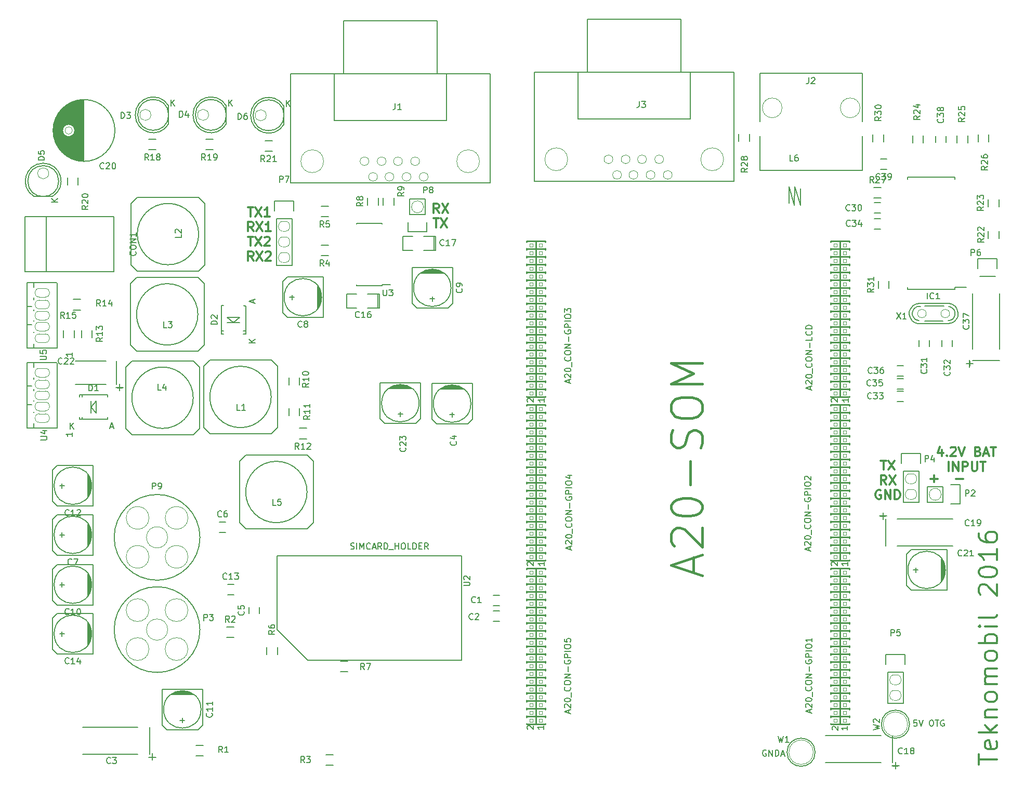
<source format=gbr>
G04 #@! TF.FileFunction,Legend,Top*
%FSLAX46Y46*%
G04 Gerber Fmt 4.6, Leading zero omitted, Abs format (unit mm)*
G04 Created by KiCad (PCBNEW 4.0.2-1.fc23-product) date Thu 28 Jul 2016 11:49:27 AM EEST*
%MOMM*%
G01*
G04 APERTURE LIST*
%ADD10C,0.100000*%
%ADD11C,0.300000*%
%ADD12C,0.150000*%
%ADD13C,0.066040*%
%ADD14C,0.254000*%
%ADD15C,0.203200*%
%ADD16C,0.406400*%
G04 APERTURE END LIST*
D10*
D11*
X204722743Y-96017543D02*
X205865600Y-96017543D01*
X205294171Y-96588971D02*
X205294171Y-95446114D01*
X208865600Y-96017543D02*
X210008457Y-96017543D01*
X206601715Y-91340971D02*
X206601715Y-92340971D01*
X206244572Y-90769543D02*
X205887429Y-91840971D01*
X206816001Y-91840971D01*
X207387429Y-92198114D02*
X207458857Y-92269543D01*
X207387429Y-92340971D01*
X207316000Y-92269543D01*
X207387429Y-92198114D01*
X207387429Y-92340971D01*
X208030286Y-90983829D02*
X208101715Y-90912400D01*
X208244572Y-90840971D01*
X208601715Y-90840971D01*
X208744572Y-90912400D01*
X208816001Y-90983829D01*
X208887429Y-91126686D01*
X208887429Y-91269543D01*
X208816001Y-91483829D01*
X207958858Y-92340971D01*
X208887429Y-92340971D01*
X209316000Y-90840971D02*
X209816000Y-92340971D01*
X210316000Y-90840971D01*
X212458857Y-91555257D02*
X212673143Y-91626686D01*
X212744571Y-91698114D01*
X212816000Y-91840971D01*
X212816000Y-92055257D01*
X212744571Y-92198114D01*
X212673143Y-92269543D01*
X212530285Y-92340971D01*
X211958857Y-92340971D01*
X211958857Y-90840971D01*
X212458857Y-90840971D01*
X212601714Y-90912400D01*
X212673143Y-90983829D01*
X212744571Y-91126686D01*
X212744571Y-91269543D01*
X212673143Y-91412400D01*
X212601714Y-91483829D01*
X212458857Y-91555257D01*
X211958857Y-91555257D01*
X213387428Y-91912400D02*
X214101714Y-91912400D01*
X213244571Y-92340971D02*
X213744571Y-90840971D01*
X214244571Y-92340971D01*
X214530285Y-90840971D02*
X215387428Y-90840971D01*
X214958857Y-92340971D02*
X214958857Y-90840971D01*
X207673143Y-94740971D02*
X207673143Y-93240971D01*
X208387429Y-94740971D02*
X208387429Y-93240971D01*
X209244572Y-94740971D01*
X209244572Y-93240971D01*
X209958858Y-94740971D02*
X209958858Y-93240971D01*
X210530286Y-93240971D01*
X210673144Y-93312400D01*
X210744572Y-93383829D01*
X210816001Y-93526686D01*
X210816001Y-93740971D01*
X210744572Y-93883829D01*
X210673144Y-93955257D01*
X210530286Y-94026686D01*
X209958858Y-94026686D01*
X211458858Y-93240971D02*
X211458858Y-94455257D01*
X211530286Y-94598114D01*
X211601715Y-94669543D01*
X211744572Y-94740971D01*
X212030286Y-94740971D01*
X212173144Y-94669543D01*
X212244572Y-94598114D01*
X212316001Y-94455257D01*
X212316001Y-93240971D01*
X212816001Y-93240971D02*
X213673144Y-93240971D01*
X213244573Y-94740971D02*
X213244573Y-93240971D01*
X124667201Y-52666171D02*
X124167201Y-51951886D01*
X123810058Y-52666171D02*
X123810058Y-51166171D01*
X124381486Y-51166171D01*
X124524344Y-51237600D01*
X124595772Y-51309029D01*
X124667201Y-51451886D01*
X124667201Y-51666171D01*
X124595772Y-51809029D01*
X124524344Y-51880457D01*
X124381486Y-51951886D01*
X123810058Y-51951886D01*
X125167201Y-51166171D02*
X126167201Y-52666171D01*
X126167201Y-51166171D02*
X125167201Y-52666171D01*
X123774343Y-53566171D02*
X124631486Y-53566171D01*
X124202915Y-55066171D02*
X124202915Y-53566171D01*
X124988629Y-53566171D02*
X125988629Y-55066171D01*
X125988629Y-53566171D02*
X124988629Y-55066171D01*
X93545258Y-51763371D02*
X94402401Y-51763371D01*
X93973830Y-53263371D02*
X93973830Y-51763371D01*
X94759544Y-51763371D02*
X95759544Y-53263371D01*
X95759544Y-51763371D02*
X94759544Y-53263371D01*
X97116686Y-53263371D02*
X96259543Y-53263371D01*
X96688115Y-53263371D02*
X96688115Y-51763371D01*
X96545258Y-51977657D01*
X96402400Y-52120514D01*
X96259543Y-52191943D01*
X94438115Y-55663371D02*
X93938115Y-54949086D01*
X93580972Y-55663371D02*
X93580972Y-54163371D01*
X94152400Y-54163371D01*
X94295258Y-54234800D01*
X94366686Y-54306229D01*
X94438115Y-54449086D01*
X94438115Y-54663371D01*
X94366686Y-54806229D01*
X94295258Y-54877657D01*
X94152400Y-54949086D01*
X93580972Y-54949086D01*
X94938115Y-54163371D02*
X95938115Y-55663371D01*
X95938115Y-54163371D02*
X94938115Y-55663371D01*
X97295257Y-55663371D02*
X96438114Y-55663371D01*
X96866686Y-55663371D02*
X96866686Y-54163371D01*
X96723829Y-54377657D01*
X96580971Y-54520514D01*
X96438114Y-54591943D01*
X93545258Y-56563371D02*
X94402401Y-56563371D01*
X93973830Y-58063371D02*
X93973830Y-56563371D01*
X94759544Y-56563371D02*
X95759544Y-58063371D01*
X95759544Y-56563371D02*
X94759544Y-58063371D01*
X96259543Y-56706229D02*
X96330972Y-56634800D01*
X96473829Y-56563371D01*
X96830972Y-56563371D01*
X96973829Y-56634800D01*
X97045258Y-56706229D01*
X97116686Y-56849086D01*
X97116686Y-56991943D01*
X97045258Y-57206229D01*
X96188115Y-58063371D01*
X97116686Y-58063371D01*
X94438115Y-60463371D02*
X93938115Y-59749086D01*
X93580972Y-60463371D02*
X93580972Y-58963371D01*
X94152400Y-58963371D01*
X94295258Y-59034800D01*
X94366686Y-59106229D01*
X94438115Y-59249086D01*
X94438115Y-59463371D01*
X94366686Y-59606229D01*
X94295258Y-59677657D01*
X94152400Y-59749086D01*
X93580972Y-59749086D01*
X94938115Y-58963371D02*
X95938115Y-60463371D01*
X95938115Y-58963371D02*
X94938115Y-60463371D01*
X96438114Y-59106229D02*
X96509543Y-59034800D01*
X96652400Y-58963371D01*
X97009543Y-58963371D01*
X97152400Y-59034800D01*
X97223829Y-59106229D01*
X97295257Y-59249086D01*
X97295257Y-59391943D01*
X97223829Y-59606229D01*
X96366686Y-60463371D01*
X97295257Y-60463371D01*
X196621543Y-93044571D02*
X197478686Y-93044571D01*
X197050115Y-94544571D02*
X197050115Y-93044571D01*
X197835829Y-93044571D02*
X198835829Y-94544571D01*
X198835829Y-93044571D02*
X197835829Y-94544571D01*
X197514401Y-96944571D02*
X197014401Y-96230286D01*
X196657258Y-96944571D02*
X196657258Y-95444571D01*
X197228686Y-95444571D01*
X197371544Y-95516000D01*
X197442972Y-95587429D01*
X197514401Y-95730286D01*
X197514401Y-95944571D01*
X197442972Y-96087429D01*
X197371544Y-96158857D01*
X197228686Y-96230286D01*
X196657258Y-96230286D01*
X198014401Y-95444571D02*
X199014401Y-96944571D01*
X199014401Y-95444571D02*
X198014401Y-96944571D01*
X196621543Y-97916000D02*
X196478686Y-97844571D01*
X196264400Y-97844571D01*
X196050115Y-97916000D01*
X195907257Y-98058857D01*
X195835829Y-98201714D01*
X195764400Y-98487429D01*
X195764400Y-98701714D01*
X195835829Y-98987429D01*
X195907257Y-99130286D01*
X196050115Y-99273143D01*
X196264400Y-99344571D01*
X196407257Y-99344571D01*
X196621543Y-99273143D01*
X196692972Y-99201714D01*
X196692972Y-98701714D01*
X196407257Y-98701714D01*
X197335829Y-99344571D02*
X197335829Y-97844571D01*
X198192972Y-99344571D01*
X198192972Y-97844571D01*
X198907258Y-99344571D02*
X198907258Y-97844571D01*
X199264401Y-97844571D01*
X199478686Y-97916000D01*
X199621544Y-98058857D01*
X199692972Y-98201714D01*
X199764401Y-98487429D01*
X199764401Y-98701714D01*
X199692972Y-98987429D01*
X199621544Y-99130286D01*
X199478686Y-99273143D01*
X199264401Y-99344571D01*
X198907258Y-99344571D01*
X212580743Y-142637658D02*
X212580743Y-140923372D01*
X215580743Y-141780515D02*
X212580743Y-141780515D01*
X215437886Y-138780515D02*
X215580743Y-139066229D01*
X215580743Y-139637658D01*
X215437886Y-139923372D01*
X215152171Y-140066229D01*
X214009314Y-140066229D01*
X213723600Y-139923372D01*
X213580743Y-139637658D01*
X213580743Y-139066229D01*
X213723600Y-138780515D01*
X214009314Y-138637658D01*
X214295029Y-138637658D01*
X214580743Y-140066229D01*
X215580743Y-137351943D02*
X212580743Y-137351943D01*
X214437886Y-137066229D02*
X215580743Y-136209086D01*
X213580743Y-136209086D02*
X214723600Y-137351943D01*
X213580743Y-134923372D02*
X215580743Y-134923372D01*
X213866457Y-134923372D02*
X213723600Y-134780515D01*
X213580743Y-134494801D01*
X213580743Y-134066229D01*
X213723600Y-133780515D01*
X214009314Y-133637658D01*
X215580743Y-133637658D01*
X215580743Y-131780515D02*
X215437886Y-132066229D01*
X215295029Y-132209086D01*
X215009314Y-132351943D01*
X214152171Y-132351943D01*
X213866457Y-132209086D01*
X213723600Y-132066229D01*
X213580743Y-131780515D01*
X213580743Y-131351943D01*
X213723600Y-131066229D01*
X213866457Y-130923372D01*
X214152171Y-130780515D01*
X215009314Y-130780515D01*
X215295029Y-130923372D01*
X215437886Y-131066229D01*
X215580743Y-131351943D01*
X215580743Y-131780515D01*
X215580743Y-129494800D02*
X213580743Y-129494800D01*
X213866457Y-129494800D02*
X213723600Y-129351943D01*
X213580743Y-129066229D01*
X213580743Y-128637657D01*
X213723600Y-128351943D01*
X214009314Y-128209086D01*
X215580743Y-128209086D01*
X214009314Y-128209086D02*
X213723600Y-128066229D01*
X213580743Y-127780515D01*
X213580743Y-127351943D01*
X213723600Y-127066229D01*
X214009314Y-126923372D01*
X215580743Y-126923372D01*
X215580743Y-125066229D02*
X215437886Y-125351943D01*
X215295029Y-125494800D01*
X215009314Y-125637657D01*
X214152171Y-125637657D01*
X213866457Y-125494800D01*
X213723600Y-125351943D01*
X213580743Y-125066229D01*
X213580743Y-124637657D01*
X213723600Y-124351943D01*
X213866457Y-124209086D01*
X214152171Y-124066229D01*
X215009314Y-124066229D01*
X215295029Y-124209086D01*
X215437886Y-124351943D01*
X215580743Y-124637657D01*
X215580743Y-125066229D01*
X215580743Y-122780514D02*
X212580743Y-122780514D01*
X213723600Y-122780514D02*
X213580743Y-122494800D01*
X213580743Y-121923371D01*
X213723600Y-121637657D01*
X213866457Y-121494800D01*
X214152171Y-121351943D01*
X215009314Y-121351943D01*
X215295029Y-121494800D01*
X215437886Y-121637657D01*
X215580743Y-121923371D01*
X215580743Y-122494800D01*
X215437886Y-122780514D01*
X215580743Y-120066228D02*
X213580743Y-120066228D01*
X212580743Y-120066228D02*
X212723600Y-120209085D01*
X212866457Y-120066228D01*
X212723600Y-119923371D01*
X212580743Y-120066228D01*
X212866457Y-120066228D01*
X215580743Y-118209086D02*
X215437886Y-118494800D01*
X215152171Y-118637657D01*
X212580743Y-118637657D01*
X212866457Y-114923371D02*
X212723600Y-114780514D01*
X212580743Y-114494800D01*
X212580743Y-113780514D01*
X212723600Y-113494800D01*
X212866457Y-113351943D01*
X213152171Y-113209086D01*
X213437886Y-113209086D01*
X213866457Y-113351943D01*
X215580743Y-115066229D01*
X215580743Y-113209086D01*
X212580743Y-111351943D02*
X212580743Y-111066228D01*
X212723600Y-110780514D01*
X212866457Y-110637657D01*
X213152171Y-110494800D01*
X213723600Y-110351943D01*
X214437886Y-110351943D01*
X215009314Y-110494800D01*
X215295029Y-110637657D01*
X215437886Y-110780514D01*
X215580743Y-111066228D01*
X215580743Y-111351943D01*
X215437886Y-111637657D01*
X215295029Y-111780514D01*
X215009314Y-111923371D01*
X214437886Y-112066228D01*
X213723600Y-112066228D01*
X213152171Y-111923371D01*
X212866457Y-111780514D01*
X212723600Y-111637657D01*
X212580743Y-111351943D01*
X215580743Y-107494800D02*
X215580743Y-109209085D01*
X215580743Y-108351943D02*
X212580743Y-108351943D01*
X213009314Y-108637657D01*
X213295029Y-108923371D01*
X213437886Y-109209085D01*
X212580743Y-104923371D02*
X212580743Y-105494800D01*
X212723600Y-105780514D01*
X212866457Y-105923371D01*
X213295029Y-106209085D01*
X213866457Y-106351942D01*
X215009314Y-106351942D01*
X215295029Y-106209085D01*
X215437886Y-106066228D01*
X215580743Y-105780514D01*
X215580743Y-105209085D01*
X215437886Y-104923371D01*
X215295029Y-104780514D01*
X215009314Y-104637657D01*
X214295029Y-104637657D01*
X214009314Y-104780514D01*
X213866457Y-104923371D01*
X213723600Y-105209085D01*
X213723600Y-105780514D01*
X213866457Y-106066228D01*
X214009314Y-106209085D01*
X214295029Y-106351942D01*
D12*
X140208000Y-47498000D02*
X172720000Y-47498000D01*
X172720000Y-47498000D02*
X172720000Y-29718000D01*
X172720000Y-29718000D02*
X140208000Y-29718000D01*
X140208000Y-29718000D02*
X140208000Y-47498000D01*
X147320000Y-29718000D02*
X147320000Y-37338000D01*
X147320000Y-37338000D02*
X165608000Y-37338000D01*
X165608000Y-37338000D02*
X165608000Y-29718000D01*
X148844000Y-29718000D02*
X148844000Y-21082000D01*
X148844000Y-21082000D02*
X164084000Y-21082000D01*
X164084000Y-21082000D02*
X164084000Y-29718000D01*
X77523340Y-140883640D02*
X77523340Y-136484360D01*
X75620880Y-136484360D02*
X66619120Y-136484360D01*
X66619120Y-140883640D02*
X75620880Y-140883640D01*
X77978000Y-141886940D02*
X77978000Y-140787120D01*
X78577440Y-141386560D02*
X77378560Y-141386560D01*
X127559000Y-80848200D02*
X126035000Y-80848200D01*
X125654000Y-80975200D02*
X127940000Y-80975200D01*
X128194000Y-81102200D02*
X125400000Y-81102200D01*
X125146000Y-81229200D02*
X128448000Y-81229200D01*
X128575000Y-81356200D02*
X125019000Y-81356200D01*
X130099000Y-80467200D02*
X123495000Y-80467200D01*
X123495000Y-80467200D02*
X123495000Y-86309200D01*
X123495000Y-86309200D02*
X124257000Y-87071200D01*
X124257000Y-87071200D02*
X129337000Y-87071200D01*
X129337000Y-87071200D02*
X130099000Y-86309200D01*
X130099000Y-86309200D02*
X130099000Y-80467200D01*
X126797000Y-85928200D02*
X126797000Y-85166200D01*
X127178000Y-85547200D02*
X126416000Y-85547200D01*
X129845000Y-83769200D02*
G75*
G03X129845000Y-83769200I-3048000J0D01*
G01*
X67945000Y-105918000D02*
X67945000Y-104394000D01*
X67818000Y-104013000D02*
X67818000Y-106299000D01*
X67691000Y-106553000D02*
X67691000Y-103759000D01*
X67564000Y-103505000D02*
X67564000Y-106807000D01*
X67437000Y-106934000D02*
X67437000Y-103378000D01*
X68326000Y-108458000D02*
X68326000Y-101854000D01*
X68326000Y-101854000D02*
X62484000Y-101854000D01*
X62484000Y-101854000D02*
X61722000Y-102616000D01*
X61722000Y-102616000D02*
X61722000Y-107696000D01*
X61722000Y-107696000D02*
X62484000Y-108458000D01*
X62484000Y-108458000D02*
X68326000Y-108458000D01*
X62865000Y-105156000D02*
X63627000Y-105156000D01*
X63246000Y-105537000D02*
X63246000Y-104775000D01*
X68072000Y-105156000D02*
G75*
G03X68072000Y-105156000I-3048000J0D01*
G01*
X105410000Y-67183000D02*
X105410000Y-65659000D01*
X105283000Y-65278000D02*
X105283000Y-67564000D01*
X105156000Y-67818000D02*
X105156000Y-65024000D01*
X105029000Y-64770000D02*
X105029000Y-68072000D01*
X104902000Y-68199000D02*
X104902000Y-64643000D01*
X105791000Y-69723000D02*
X105791000Y-63119000D01*
X105791000Y-63119000D02*
X99949000Y-63119000D01*
X99949000Y-63119000D02*
X99187000Y-63881000D01*
X99187000Y-63881000D02*
X99187000Y-68961000D01*
X99187000Y-68961000D02*
X99949000Y-69723000D01*
X99949000Y-69723000D02*
X105791000Y-69723000D01*
X100330000Y-66421000D02*
X101092000Y-66421000D01*
X100711000Y-66802000D02*
X100711000Y-66040000D01*
X105537000Y-66421000D02*
G75*
G03X105537000Y-66421000I-3048000J0D01*
G01*
X124333000Y-61976000D02*
X122809000Y-61976000D01*
X122428000Y-62103000D02*
X124714000Y-62103000D01*
X124968000Y-62230000D02*
X122174000Y-62230000D01*
X121920000Y-62357000D02*
X125222000Y-62357000D01*
X125349000Y-62484000D02*
X121793000Y-62484000D01*
X126873000Y-61595000D02*
X120269000Y-61595000D01*
X120269000Y-61595000D02*
X120269000Y-67437000D01*
X120269000Y-67437000D02*
X121031000Y-68199000D01*
X121031000Y-68199000D02*
X126111000Y-68199000D01*
X126111000Y-68199000D02*
X126873000Y-67437000D01*
X126873000Y-67437000D02*
X126873000Y-61595000D01*
X123571000Y-67056000D02*
X123571000Y-66294000D01*
X123952000Y-66675000D02*
X123190000Y-66675000D01*
X126619000Y-64897000D02*
G75*
G03X126619000Y-64897000I-3048000J0D01*
G01*
X67945000Y-114046000D02*
X67945000Y-112522000D01*
X67818000Y-112141000D02*
X67818000Y-114427000D01*
X67691000Y-114681000D02*
X67691000Y-111887000D01*
X67564000Y-111633000D02*
X67564000Y-114935000D01*
X67437000Y-115062000D02*
X67437000Y-111506000D01*
X68326000Y-116586000D02*
X68326000Y-109982000D01*
X68326000Y-109982000D02*
X62484000Y-109982000D01*
X62484000Y-109982000D02*
X61722000Y-110744000D01*
X61722000Y-110744000D02*
X61722000Y-115824000D01*
X61722000Y-115824000D02*
X62484000Y-116586000D01*
X62484000Y-116586000D02*
X68326000Y-116586000D01*
X62865000Y-113284000D02*
X63627000Y-113284000D01*
X63246000Y-113665000D02*
X63246000Y-112903000D01*
X68072000Y-113284000D02*
G75*
G03X68072000Y-113284000I-3048000J0D01*
G01*
X67945000Y-97917000D02*
X67945000Y-96393000D01*
X67818000Y-96012000D02*
X67818000Y-98298000D01*
X67691000Y-98552000D02*
X67691000Y-95758000D01*
X67564000Y-95504000D02*
X67564000Y-98806000D01*
X67437000Y-98933000D02*
X67437000Y-95377000D01*
X68326000Y-100457000D02*
X68326000Y-93853000D01*
X68326000Y-93853000D02*
X62484000Y-93853000D01*
X62484000Y-93853000D02*
X61722000Y-94615000D01*
X61722000Y-94615000D02*
X61722000Y-99695000D01*
X61722000Y-99695000D02*
X62484000Y-100457000D01*
X62484000Y-100457000D02*
X68326000Y-100457000D01*
X62865000Y-97155000D02*
X63627000Y-97155000D01*
X63246000Y-97536000D02*
X63246000Y-96774000D01*
X68072000Y-97155000D02*
G75*
G03X68072000Y-97155000I-3048000J0D01*
G01*
X67945000Y-122047000D02*
X67945000Y-120523000D01*
X67818000Y-120142000D02*
X67818000Y-122428000D01*
X67691000Y-122682000D02*
X67691000Y-119888000D01*
X67564000Y-119634000D02*
X67564000Y-122936000D01*
X67437000Y-123063000D02*
X67437000Y-119507000D01*
X68326000Y-124587000D02*
X68326000Y-117983000D01*
X68326000Y-117983000D02*
X62484000Y-117983000D01*
X62484000Y-117983000D02*
X61722000Y-118745000D01*
X61722000Y-118745000D02*
X61722000Y-123825000D01*
X61722000Y-123825000D02*
X62484000Y-124587000D01*
X62484000Y-124587000D02*
X68326000Y-124587000D01*
X62865000Y-121285000D02*
X63627000Y-121285000D01*
X63246000Y-121666000D02*
X63246000Y-120904000D01*
X68072000Y-121285000D02*
G75*
G03X68072000Y-121285000I-3048000J0D01*
G01*
X114681000Y-68199000D02*
X114935000Y-68199000D01*
X114935000Y-68199000D02*
X114935000Y-65913000D01*
X114935000Y-65913000D02*
X114681000Y-65913000D01*
X114681000Y-68199000D02*
X114681000Y-65913000D01*
X114681000Y-65913000D02*
X113030000Y-65913000D01*
X111252000Y-68199000D02*
X109601000Y-68199000D01*
X109601000Y-68199000D02*
X109601000Y-65913000D01*
X109601000Y-65913000D02*
X111252000Y-65913000D01*
X113030000Y-68199000D02*
X114681000Y-68199000D01*
X123825000Y-58801000D02*
X124079000Y-58801000D01*
X124079000Y-58801000D02*
X124079000Y-56515000D01*
X124079000Y-56515000D02*
X123825000Y-56515000D01*
X123825000Y-58801000D02*
X123825000Y-56515000D01*
X123825000Y-56515000D02*
X122174000Y-56515000D01*
X120396000Y-58801000D02*
X118745000Y-58801000D01*
X118745000Y-58801000D02*
X118745000Y-56515000D01*
X118745000Y-56515000D02*
X120396000Y-56515000D01*
X122174000Y-58801000D02*
X123825000Y-58801000D01*
X198554340Y-142280640D02*
X198554340Y-137881360D01*
X196651880Y-137881360D02*
X187650120Y-137881360D01*
X187650120Y-142280640D02*
X196651880Y-142280640D01*
X199009000Y-143283940D02*
X199009000Y-142184120D01*
X199608440Y-142783560D02*
X198409560Y-142783560D01*
X197431660Y-102575360D02*
X197431660Y-106974640D01*
X199334120Y-106974640D02*
X208335880Y-106974640D01*
X208335880Y-102575360D02*
X199334120Y-102575360D01*
X196977000Y-101572060D02*
X196977000Y-102671880D01*
X196377560Y-102072440D02*
X197576440Y-102072440D01*
X207010000Y-111633000D02*
X207010000Y-110109000D01*
X206883000Y-109728000D02*
X206883000Y-112014000D01*
X206756000Y-112268000D02*
X206756000Y-109474000D01*
X206629000Y-109220000D02*
X206629000Y-112522000D01*
X206502000Y-112649000D02*
X206502000Y-109093000D01*
X207391000Y-114173000D02*
X207391000Y-107569000D01*
X207391000Y-107569000D02*
X201549000Y-107569000D01*
X201549000Y-107569000D02*
X200787000Y-108331000D01*
X200787000Y-108331000D02*
X200787000Y-113411000D01*
X200787000Y-113411000D02*
X201549000Y-114173000D01*
X201549000Y-114173000D02*
X207391000Y-114173000D01*
X201930000Y-110871000D02*
X202692000Y-110871000D01*
X202311000Y-111252000D02*
X202311000Y-110490000D01*
X207137000Y-110871000D02*
G75*
G03X207137000Y-110871000I-3048000J0D01*
G01*
X72146160Y-80639920D02*
X72146160Y-76840080D01*
X65445640Y-80639920D02*
X70444360Y-80639920D01*
X65448180Y-76840080D02*
X70446900Y-76840080D01*
X72649080Y-81643220D02*
X72649080Y-80543400D01*
X73248520Y-81142840D02*
X72049640Y-81142840D01*
X119126000Y-80772000D02*
X117602000Y-80772000D01*
X117221000Y-80899000D02*
X119507000Y-80899000D01*
X119761000Y-81026000D02*
X116967000Y-81026000D01*
X116713000Y-81153000D02*
X120015000Y-81153000D01*
X120142000Y-81280000D02*
X116586000Y-81280000D01*
X121666000Y-80391000D02*
X115062000Y-80391000D01*
X115062000Y-80391000D02*
X115062000Y-86233000D01*
X115062000Y-86233000D02*
X115824000Y-86995000D01*
X115824000Y-86995000D02*
X120904000Y-86995000D01*
X120904000Y-86995000D02*
X121666000Y-86233000D01*
X121666000Y-86233000D02*
X121666000Y-80391000D01*
X118364000Y-85852000D02*
X118364000Y-85090000D01*
X118745000Y-85471000D02*
X117983000Y-85471000D01*
X121412000Y-83693000D02*
G75*
G03X121412000Y-83693000I-3048000J0D01*
G01*
X196588000Y-50966000D02*
X195588000Y-50966000D01*
X195588000Y-52666000D02*
X196588000Y-52666000D01*
X204558000Y-74414000D02*
X204558000Y-73414000D01*
X202858000Y-73414000D02*
X202858000Y-74414000D01*
X208241000Y-74414000D02*
X208241000Y-73414000D01*
X206541000Y-73414000D02*
X206541000Y-74414000D01*
X200271000Y-81763500D02*
X199271000Y-81763500D01*
X199271000Y-83463500D02*
X200271000Y-83463500D01*
X195588000Y-55333000D02*
X196588000Y-55333000D01*
X196588000Y-53633000D02*
X195588000Y-53633000D01*
X200271000Y-79668000D02*
X199271000Y-79668000D01*
X199271000Y-81368000D02*
X200271000Y-81368000D01*
X200271000Y-77572500D02*
X199271000Y-77572500D01*
X199271000Y-79272500D02*
X200271000Y-79272500D01*
X211541360Y-76761340D02*
X215940640Y-76761340D01*
X215940640Y-74858880D02*
X215940640Y-65857120D01*
X211541360Y-65857120D02*
X211541360Y-74858880D01*
X210538060Y-77216000D02*
X211637880Y-77216000D01*
X211038440Y-77815440D02*
X211038440Y-76616560D01*
X207225000Y-41140000D02*
X207225000Y-40140000D01*
X205525000Y-40140000D02*
X205525000Y-41140000D01*
X196604000Y-45554000D02*
X197604000Y-45554000D01*
X197604000Y-43854000D02*
X196604000Y-43854000D01*
X60706000Y-53284120D02*
X60706000Y-62285880D01*
X57205880Y-53284120D02*
X57205880Y-62285880D01*
X57205880Y-62285880D02*
X71706740Y-62285880D01*
X71706740Y-62285880D02*
X71706740Y-53284120D01*
X71706740Y-53284120D02*
X57205880Y-53284120D01*
X67939920Y-84328000D02*
X68788280Y-83327240D01*
X68788280Y-83327240D02*
X68788280Y-85328760D01*
X68788280Y-85328760D02*
X67939920Y-84328000D01*
X67939920Y-84328000D02*
X67939920Y-85328760D01*
X67939920Y-84328000D02*
X67939920Y-83327240D01*
X66083180Y-86128000D02*
X66083180Y-85928200D01*
X66540220Y-86128000D02*
X66540220Y-85929000D01*
X70690740Y-86128000D02*
X70690740Y-85979000D01*
X66088260Y-82528000D02*
X66088260Y-82677000D01*
X66540220Y-82528000D02*
X66540220Y-82677000D01*
X70690740Y-82528000D02*
X70690740Y-82677000D01*
X66540220Y-86276980D02*
X66540220Y-86078860D01*
X66540220Y-82329020D02*
X66540220Y-82527140D01*
X70685660Y-86324440D02*
X70685660Y-86126320D01*
X66083180Y-86324440D02*
X70685660Y-86324440D01*
X66083180Y-86324440D02*
X66083180Y-86126320D01*
X66088260Y-82329020D02*
X66088260Y-82527140D01*
X66088260Y-82329020D02*
X70690740Y-82329020D01*
X70690740Y-82329020D02*
X70690740Y-82527140D01*
X91186000Y-70553580D02*
X90185240Y-69705220D01*
X90185240Y-69705220D02*
X92186760Y-69705220D01*
X92186760Y-69705220D02*
X91186000Y-70553580D01*
X91186000Y-70553580D02*
X92186760Y-70553580D01*
X91186000Y-70553580D02*
X90185240Y-70553580D01*
X92986000Y-72410320D02*
X92786200Y-72410320D01*
X92986000Y-71953280D02*
X92787000Y-71953280D01*
X92986000Y-67802760D02*
X92837000Y-67802760D01*
X89386000Y-72405240D02*
X89535000Y-72405240D01*
X89386000Y-71953280D02*
X89535000Y-71953280D01*
X89386000Y-67802760D02*
X89535000Y-67802760D01*
X93134980Y-71953280D02*
X92936860Y-71953280D01*
X89187020Y-71953280D02*
X89385140Y-71953280D01*
X93182440Y-67807840D02*
X92984320Y-67807840D01*
X93182440Y-72410320D02*
X93182440Y-67807840D01*
X93182440Y-72410320D02*
X92984320Y-72410320D01*
X89187020Y-72405240D02*
X89385140Y-72405240D01*
X89187020Y-72405240D02*
X89187020Y-67802760D01*
X89187020Y-67802760D02*
X89385140Y-67802760D01*
X80589888Y-35178096D02*
G75*
G03X80605000Y-38203000I-2484888J-1524904D01*
G01*
X80605000Y-35203000D02*
X80605000Y-38203000D01*
X80622936Y-36703000D02*
G75*
G03X80622936Y-36703000I-2517936J0D01*
G01*
X89987888Y-35178096D02*
G75*
G03X90003000Y-38203000I-2484888J-1524904D01*
G01*
X90003000Y-35203000D02*
X90003000Y-38203000D01*
X90020936Y-36703000D02*
G75*
G03X90020936Y-36703000I-2517936J0D01*
G01*
X61722904Y-49982888D02*
G75*
G03X58698000Y-49998000I-1524904J2484888D01*
G01*
X61698000Y-49998000D02*
X58698000Y-49998000D01*
X62715936Y-47498000D02*
G75*
G03X62715936Y-47498000I-2517936J0D01*
G01*
X99385888Y-35241596D02*
G75*
G03X99401000Y-38266500I-2484888J-1524904D01*
G01*
X99401000Y-35266500D02*
X99401000Y-38266500D01*
X99418936Y-36766500D02*
G75*
G03X99418936Y-36766500I-2517936J0D01*
G01*
X208726000Y-65132000D02*
X208726000Y-64787000D01*
X200976000Y-65132000D02*
X200976000Y-64787000D01*
X200976000Y-46882000D02*
X200976000Y-47227000D01*
X208726000Y-46882000D02*
X208726000Y-47227000D01*
X208726000Y-65132000D02*
X200976000Y-65132000D01*
X208726000Y-46882000D02*
X200976000Y-46882000D01*
X208726000Y-64787000D02*
X210551000Y-64787000D01*
X100457000Y-47815500D02*
X132969000Y-47815500D01*
X132969000Y-47815500D02*
X132969000Y-30035500D01*
X132969000Y-30035500D02*
X100457000Y-30035500D01*
X100457000Y-30035500D02*
X100457000Y-47815500D01*
X107569000Y-30035500D02*
X107569000Y-37655500D01*
X107569000Y-37655500D02*
X125857000Y-37655500D01*
X125857000Y-37655500D02*
X125857000Y-30035500D01*
X109093000Y-30035500D02*
X109093000Y-21399500D01*
X109093000Y-21399500D02*
X124333000Y-21399500D01*
X124333000Y-21399500D02*
X124333000Y-30035500D01*
X97330260Y-82677000D02*
G75*
G03X97330260Y-82677000I-5001260J0D01*
G01*
X92329000Y-88676480D02*
X87327740Y-88676480D01*
X87327740Y-88676480D02*
X86329520Y-87678260D01*
X86329520Y-87678260D02*
X86329520Y-77675740D01*
X86329520Y-77675740D02*
X87327740Y-76677520D01*
X87327740Y-76677520D02*
X97330260Y-76677520D01*
X97330260Y-76677520D02*
X98328480Y-77675740D01*
X98328480Y-77675740D02*
X98328480Y-87678260D01*
X98328480Y-87678260D02*
X97330260Y-88676480D01*
X97330260Y-88676480D02*
X92329000Y-88676480D01*
X85519260Y-56134000D02*
G75*
G03X85519260Y-56134000I-5001260J0D01*
G01*
X86517480Y-56134000D02*
X86517480Y-61135260D01*
X86517480Y-61135260D02*
X85519260Y-62133480D01*
X85519260Y-62133480D02*
X75516740Y-62133480D01*
X75516740Y-62133480D02*
X74518520Y-61135260D01*
X74518520Y-61135260D02*
X74518520Y-51132740D01*
X74518520Y-51132740D02*
X75516740Y-50134520D01*
X75516740Y-50134520D02*
X85519260Y-50134520D01*
X85519260Y-50134520D02*
X86517480Y-51132740D01*
X86517480Y-51132740D02*
X86517480Y-56134000D01*
X85392260Y-69215000D02*
G75*
G03X85392260Y-69215000I-5001260J0D01*
G01*
X80391000Y-75214480D02*
X75389740Y-75214480D01*
X75389740Y-75214480D02*
X74391520Y-74216260D01*
X74391520Y-74216260D02*
X74391520Y-64213740D01*
X74391520Y-64213740D02*
X75389740Y-63215520D01*
X75389740Y-63215520D02*
X85392260Y-63215520D01*
X85392260Y-63215520D02*
X86390480Y-64213740D01*
X86390480Y-64213740D02*
X86390480Y-74216260D01*
X86390480Y-74216260D02*
X85392260Y-75214480D01*
X85392260Y-75214480D02*
X80391000Y-75214480D01*
X84630260Y-82804000D02*
G75*
G03X84630260Y-82804000I-5001260J0D01*
G01*
X79629000Y-76804520D02*
X84630260Y-76804520D01*
X84630260Y-76804520D02*
X85628480Y-77802740D01*
X85628480Y-77802740D02*
X85628480Y-87805260D01*
X85628480Y-87805260D02*
X84630260Y-88803480D01*
X84630260Y-88803480D02*
X74627740Y-88803480D01*
X74627740Y-88803480D02*
X73629520Y-87805260D01*
X73629520Y-87805260D02*
X73629520Y-77802740D01*
X73629520Y-77802740D02*
X74627740Y-76804520D01*
X74627740Y-76804520D02*
X79629000Y-76804520D01*
X181676040Y-51061620D02*
X181676040Y-48409860D01*
X181676040Y-48409860D02*
X182526940Y-51412140D01*
X182526940Y-51412140D02*
X182575200Y-48409860D01*
X182575200Y-48409860D02*
X183525160Y-51412140D01*
X183525160Y-48712120D02*
X183525160Y-51412140D01*
X209576000Y-97002000D02*
X208026000Y-97002000D01*
X204216000Y-97282000D02*
X206756000Y-97282000D01*
X206756000Y-97282000D02*
X206756000Y-99822000D01*
X208026000Y-100102000D02*
X209576000Y-100102000D01*
X209576000Y-100102000D02*
X209576000Y-97002000D01*
X206756000Y-99822000D02*
X204216000Y-99822000D01*
X204216000Y-99822000D02*
X204216000Y-97282000D01*
X200279000Y-94742000D02*
X200279000Y-99822000D01*
X200279000Y-99822000D02*
X202819000Y-99822000D01*
X202819000Y-99822000D02*
X202819000Y-94742000D01*
X203099000Y-91922000D02*
X203099000Y-93472000D01*
X202819000Y-94742000D02*
X200279000Y-94742000D01*
X199999000Y-93472000D02*
X199999000Y-91922000D01*
X199999000Y-91922000D02*
X203099000Y-91922000D01*
X197739000Y-127508000D02*
X197739000Y-132588000D01*
X197739000Y-132588000D02*
X200279000Y-132588000D01*
X200279000Y-132588000D02*
X200279000Y-127508000D01*
X200559000Y-124688000D02*
X200559000Y-126238000D01*
X200279000Y-127508000D02*
X197739000Y-127508000D01*
X197459000Y-126238000D02*
X197459000Y-124688000D01*
X197459000Y-124688000D02*
X200559000Y-124688000D01*
X215545000Y-60172000D02*
X215545000Y-61722000D01*
X212445000Y-61722000D02*
X212445000Y-60172000D01*
X212445000Y-60172000D02*
X215545000Y-60172000D01*
X212725000Y-62992000D02*
X215265000Y-62992000D01*
X98171000Y-53594000D02*
X98171000Y-61214000D01*
X100711000Y-53594000D02*
X100711000Y-61214000D01*
X100991000Y-50774000D02*
X100991000Y-52324000D01*
X98171000Y-61214000D02*
X100711000Y-61214000D01*
X100711000Y-53594000D02*
X98171000Y-53594000D01*
X97891000Y-52324000D02*
X97891000Y-50774000D01*
X97891000Y-50774000D02*
X100991000Y-50774000D01*
X119888000Y-52959000D02*
X119888000Y-50419000D01*
X119608000Y-55779000D02*
X119608000Y-54229000D01*
X119888000Y-52959000D02*
X122428000Y-52959000D01*
X122708000Y-54229000D02*
X122708000Y-55779000D01*
X122708000Y-55779000D02*
X119608000Y-55779000D01*
X122428000Y-52959000D02*
X122428000Y-50419000D01*
X122428000Y-50419000D02*
X119888000Y-50419000D01*
X106207000Y-140984000D02*
X107407000Y-140984000D01*
X107407000Y-142734000D02*
X106207000Y-142734000D01*
X105445000Y-57926000D02*
X106645000Y-57926000D01*
X106645000Y-59676000D02*
X105445000Y-59676000D01*
X105445000Y-51576000D02*
X106645000Y-51576000D01*
X106645000Y-53326000D02*
X105445000Y-53326000D01*
X96622900Y-124692000D02*
X96622900Y-123492000D01*
X98372900Y-123492000D02*
X98372900Y-124692000D01*
X108579360Y-125723680D02*
X109779360Y-125723680D01*
X109779360Y-127473680D02*
X108579360Y-127473680D01*
X114794000Y-50200000D02*
X114794000Y-51400000D01*
X113044000Y-51400000D02*
X113044000Y-50200000D01*
X117334000Y-50200000D02*
X117334000Y-51400000D01*
X115584000Y-51400000D02*
X115584000Y-50200000D01*
X101967000Y-79537000D02*
X101967000Y-80737000D01*
X100217000Y-80737000D02*
X100217000Y-79537000D01*
X100217000Y-85690000D02*
X100217000Y-84490000D01*
X101967000Y-84490000D02*
X101967000Y-85690000D01*
X101889000Y-87771000D02*
X103089000Y-87771000D01*
X103089000Y-89521000D02*
X101889000Y-89521000D01*
X66435000Y-72990000D02*
X66435000Y-71790000D01*
X68185000Y-71790000D02*
X68185000Y-72990000D01*
X65122500Y-66752500D02*
X66322500Y-66752500D01*
X66322500Y-68502500D02*
X65122500Y-68502500D01*
X65264000Y-71790000D02*
X65264000Y-72990000D01*
X63514000Y-72990000D02*
X63514000Y-71790000D01*
X77378000Y-40654000D02*
X78578000Y-40654000D01*
X78578000Y-42404000D02*
X77378000Y-42404000D01*
X86649000Y-40654000D02*
X87849000Y-40654000D01*
X87849000Y-42404000D02*
X86649000Y-42404000D01*
X65899000Y-46898000D02*
X65899000Y-48098000D01*
X64149000Y-48098000D02*
X64149000Y-46898000D01*
X96301000Y-40908000D02*
X97501000Y-40908000D01*
X97501000Y-42658000D02*
X96301000Y-42658000D01*
X214136000Y-56861000D02*
X214136000Y-55661000D01*
X215886000Y-55661000D02*
X215886000Y-56861000D01*
X215886000Y-50454000D02*
X215886000Y-51654000D01*
X214136000Y-51654000D02*
X214136000Y-50454000D01*
X203567000Y-40040000D02*
X203567000Y-41240000D01*
X201817000Y-41240000D02*
X201817000Y-40040000D01*
X210806000Y-40040000D02*
X210806000Y-41240000D01*
X209056000Y-41240000D02*
X209056000Y-40040000D01*
X214235000Y-39913000D02*
X214235000Y-41113000D01*
X212485000Y-41113000D02*
X212485000Y-39913000D01*
X196688000Y-50278000D02*
X195488000Y-50278000D01*
X195488000Y-48528000D02*
X196688000Y-48528000D01*
X175246000Y-39786000D02*
X175246000Y-40986000D01*
X173496000Y-40986000D02*
X173496000Y-39786000D01*
X197090000Y-39913000D02*
X197090000Y-41113000D01*
X195340000Y-41113000D02*
X195340000Y-39913000D01*
X197979000Y-63789000D02*
X197979000Y-64989000D01*
X196229000Y-64989000D02*
X196229000Y-63789000D01*
X115359000Y-64511000D02*
X115359000Y-64406000D01*
X111209000Y-64511000D02*
X111209000Y-64406000D01*
X111209000Y-54361000D02*
X111209000Y-54466000D01*
X115359000Y-54361000D02*
X115359000Y-54466000D01*
X115359000Y-64511000D02*
X111209000Y-64511000D01*
X115359000Y-54361000D02*
X111209000Y-54361000D01*
X115359000Y-64406000D02*
X116734000Y-64406000D01*
X58643520Y-77823060D02*
X58643520Y-77122020D01*
X58643520Y-79822040D02*
X58643520Y-79522320D01*
X58643520Y-81622900D02*
X58643520Y-81422240D01*
X58643520Y-83322160D02*
X58643520Y-83223100D01*
X58643520Y-85222080D02*
X58643520Y-85123020D01*
X58643520Y-87723980D02*
X58643520Y-87022940D01*
X57642760Y-80921860D02*
X58341260Y-80921860D01*
X57642760Y-83924140D02*
X58341260Y-83924140D01*
X62443360Y-87723980D02*
X62443360Y-77122020D01*
X58737500Y-77089000D02*
X62420500Y-77089000D01*
X62420500Y-87757000D02*
X58737500Y-87757000D01*
X57594500Y-77089000D02*
X58737500Y-77089000D01*
X58737500Y-87757000D02*
X57594500Y-87757000D01*
X57594500Y-82423000D02*
X57594500Y-87757000D01*
X57594500Y-82423000D02*
X57594500Y-77089000D01*
X58643520Y-64805560D02*
X58643520Y-64104520D01*
X58643520Y-66804540D02*
X58643520Y-66504820D01*
X58643520Y-68605400D02*
X58643520Y-68404740D01*
X58643520Y-70304660D02*
X58643520Y-70205600D01*
X58643520Y-72204580D02*
X58643520Y-72105520D01*
X58643520Y-74706480D02*
X58643520Y-74005440D01*
X57642760Y-67904360D02*
X58341260Y-67904360D01*
X57642760Y-70906640D02*
X58341260Y-70906640D01*
X62443360Y-74706480D02*
X62443360Y-64104520D01*
X58737500Y-64071500D02*
X62420500Y-64071500D01*
X62420500Y-74739500D02*
X58737500Y-74739500D01*
X57594500Y-64071500D02*
X58737500Y-64071500D01*
X58737500Y-74739500D02*
X57594500Y-74739500D01*
X57594500Y-69405500D02*
X57594500Y-74739500D01*
X57594500Y-69405500D02*
X57594500Y-64071500D01*
X185928000Y-140589000D02*
G75*
G03X185928000Y-140589000I-2286000J0D01*
G01*
X201295000Y-136017000D02*
G75*
G03X201295000Y-136017000I-2286000J0D01*
G01*
X203771500Y-70279260D02*
X206733140Y-70279260D01*
X203012040Y-67426840D02*
X207642460Y-67426840D01*
X206931260Y-67868800D02*
X203781660Y-67868800D01*
X202841860Y-70238620D02*
X202422760Y-70157340D01*
X202422760Y-70157340D02*
X202140820Y-69977000D01*
X202140820Y-69977000D02*
X201881740Y-69639180D01*
X201881740Y-69639180D02*
X201752200Y-69308980D01*
X201752200Y-69308980D02*
X201721720Y-69067680D01*
X201721720Y-69067680D02*
X201813160Y-68679060D01*
X201813160Y-68679060D02*
X201973180Y-68386960D01*
X201973180Y-68386960D02*
X202242420Y-68127880D01*
X202242420Y-68127880D02*
X202592940Y-67957700D01*
X202592940Y-67957700D02*
X203083160Y-67927220D01*
X207642460Y-67937380D02*
X208041240Y-68038980D01*
X208041240Y-68038980D02*
X208371440Y-68247260D01*
X208371440Y-68247260D02*
X208592420Y-68546980D01*
X208592420Y-68546980D02*
X208721960Y-68877180D01*
X208721960Y-68877180D02*
X208721960Y-69258180D01*
X208721960Y-69258180D02*
X208592420Y-69629020D01*
X208592420Y-69629020D02*
X208361280Y-69938900D01*
X208361280Y-69938900D02*
X208102200Y-70137020D01*
X208102200Y-70137020D02*
X207772000Y-70218300D01*
X207772000Y-70218300D02*
X207561180Y-70238620D01*
X207622140Y-70739000D02*
X202902820Y-70739000D01*
X202902820Y-70739000D02*
X202562460Y-70698360D01*
X202562460Y-70698360D02*
X202191620Y-70578980D01*
X202191620Y-70578980D02*
X201752200Y-70279260D01*
X201752200Y-70279260D02*
X201371200Y-69748400D01*
X201371200Y-69748400D02*
X201241660Y-69197220D01*
X201241660Y-69197220D02*
X201272140Y-68798440D01*
X201272140Y-68798440D02*
X201462640Y-68257420D01*
X201462640Y-68257420D02*
X201942700Y-67739260D01*
X201942700Y-67739260D02*
X202453240Y-67487800D01*
X202453240Y-67487800D02*
X202991720Y-67437000D01*
X207652620Y-67447160D02*
X208132680Y-67548760D01*
X208132680Y-67548760D02*
X208473040Y-67688460D01*
X208473040Y-67688460D02*
X208752440Y-67937380D01*
X208752440Y-67937380D02*
X208970880Y-68216780D01*
X208970880Y-68216780D02*
X209151220Y-68628260D01*
X209151220Y-68628260D02*
X209222340Y-69016880D01*
X209222340Y-69016880D02*
X209202020Y-69507100D01*
X209202020Y-69507100D02*
X209011520Y-69908420D01*
X209011520Y-69908420D02*
X208701640Y-70279260D01*
X208701640Y-70279260D02*
X208351120Y-70538340D01*
X208351120Y-70538340D02*
X208010760Y-70667880D01*
X208010760Y-70667880D02*
X207611980Y-70739000D01*
X66767000Y-44242000D02*
X66767000Y-34244000D01*
X66627000Y-44238000D02*
X66627000Y-34248000D01*
X66487000Y-44230000D02*
X66487000Y-34256000D01*
X66347000Y-44218000D02*
X66347000Y-34268000D01*
X66207000Y-44203000D02*
X66207000Y-34283000D01*
X66067000Y-44183000D02*
X66067000Y-34303000D01*
X65927000Y-44159000D02*
X65927000Y-34327000D01*
X65787000Y-44130000D02*
X65787000Y-34356000D01*
X65647000Y-44098000D02*
X65647000Y-34388000D01*
X65507000Y-44061000D02*
X65507000Y-34425000D01*
X65367000Y-44020000D02*
X65367000Y-34466000D01*
X65227000Y-43975000D02*
X65227000Y-39709000D01*
X65227000Y-38777000D02*
X65227000Y-34511000D01*
X65087000Y-43925000D02*
X65087000Y-39910000D01*
X65087000Y-38576000D02*
X65087000Y-34561000D01*
X64947000Y-43870000D02*
X64947000Y-40039000D01*
X64947000Y-38447000D02*
X64947000Y-34616000D01*
X64807000Y-43810000D02*
X64807000Y-40128000D01*
X64807000Y-38358000D02*
X64807000Y-34676000D01*
X64667000Y-43745000D02*
X64667000Y-40189000D01*
X64667000Y-38297000D02*
X64667000Y-34741000D01*
X64527000Y-43675000D02*
X64527000Y-40226000D01*
X64527000Y-38260000D02*
X64527000Y-34811000D01*
X64387000Y-43599000D02*
X64387000Y-40242000D01*
X64387000Y-38244000D02*
X64387000Y-34887000D01*
X64247000Y-43517000D02*
X64247000Y-40238000D01*
X64247000Y-38248000D02*
X64247000Y-34969000D01*
X64107000Y-43429000D02*
X64107000Y-40215000D01*
X64107000Y-38271000D02*
X64107000Y-35057000D01*
X63967000Y-43334000D02*
X63967000Y-40170000D01*
X63967000Y-38316000D02*
X63967000Y-35152000D01*
X63827000Y-43232000D02*
X63827000Y-40100000D01*
X63827000Y-38386000D02*
X63827000Y-35254000D01*
X63687000Y-43122000D02*
X63687000Y-39999000D01*
X63687000Y-38487000D02*
X63687000Y-35364000D01*
X63547000Y-43004000D02*
X63547000Y-39850000D01*
X63547000Y-38636000D02*
X63547000Y-35482000D01*
X63407000Y-42876000D02*
X63407000Y-39598000D01*
X63407000Y-38888000D02*
X63407000Y-35610000D01*
X63267000Y-42739000D02*
X63267000Y-35747000D01*
X63127000Y-42589000D02*
X63127000Y-35897000D01*
X62987000Y-42427000D02*
X62987000Y-36059000D01*
X62847000Y-42250000D02*
X62847000Y-36236000D01*
X62707000Y-42054000D02*
X62707000Y-36432000D01*
X62567000Y-41836000D02*
X62567000Y-36650000D01*
X62427000Y-41590000D02*
X62427000Y-36896000D01*
X62287000Y-41305000D02*
X62287000Y-37181000D01*
X62147000Y-40963000D02*
X62147000Y-37523000D01*
X62007000Y-40517000D02*
X62007000Y-37969000D01*
X61867000Y-39742000D02*
X61867000Y-38744000D01*
X65342000Y-39243000D02*
G75*
G03X65342000Y-39243000I-1000000J0D01*
G01*
X71879500Y-39243000D02*
G75*
G03X71879500Y-39243000I-5037500J0D01*
G01*
X193611500Y-45720000D02*
X193611500Y-40195500D01*
X176974500Y-45720000D02*
X176974500Y-40195500D01*
X193611500Y-29908500D02*
X176974500Y-29908500D01*
X193611500Y-29908500D02*
X193611500Y-37782500D01*
X176974500Y-29908500D02*
X176974500Y-37782500D01*
X193611500Y-45720000D02*
X176974500Y-45720000D01*
X134485000Y-114974000D02*
X133485000Y-114974000D01*
X133485000Y-116674000D02*
X134485000Y-116674000D01*
X134485000Y-117514000D02*
X133485000Y-117514000D01*
X133485000Y-119214000D02*
X134485000Y-119214000D01*
X93739600Y-116950000D02*
X93739600Y-117950000D01*
X95439600Y-117950000D02*
X95439600Y-116950000D01*
X89908000Y-103036000D02*
X88908000Y-103036000D01*
X88908000Y-104736000D02*
X89908000Y-104736000D01*
X83616800Y-130683000D02*
X82092800Y-130683000D01*
X81711800Y-130810000D02*
X83997800Y-130810000D01*
X84251800Y-130937000D02*
X81457800Y-130937000D01*
X81203800Y-131064000D02*
X84505800Y-131064000D01*
X84632800Y-131191000D02*
X81076800Y-131191000D01*
X86156800Y-130302000D02*
X79552800Y-130302000D01*
X79552800Y-130302000D02*
X79552800Y-136144000D01*
X79552800Y-136144000D02*
X80314800Y-136906000D01*
X80314800Y-136906000D02*
X85394800Y-136906000D01*
X85394800Y-136906000D02*
X86156800Y-136144000D01*
X86156800Y-136144000D02*
X86156800Y-130302000D01*
X82854800Y-135763000D02*
X82854800Y-135001000D01*
X83235800Y-135382000D02*
X82473800Y-135382000D01*
X85902800Y-133604000D02*
G75*
G03X85902800Y-133604000I-3048000J0D01*
G01*
X91228800Y-113196000D02*
X90228800Y-113196000D01*
X90228800Y-114896000D02*
X91228800Y-114896000D01*
X103172260Y-98171000D02*
G75*
G03X103172260Y-98171000I-5001260J0D01*
G01*
X98171000Y-104170480D02*
X93169740Y-104170480D01*
X93169740Y-104170480D02*
X92171520Y-103172260D01*
X92171520Y-103172260D02*
X92171520Y-93169740D01*
X92171520Y-93169740D02*
X93169740Y-92171520D01*
X93169740Y-92171520D02*
X103172260Y-92171520D01*
X103172260Y-92171520D02*
X104170480Y-93169740D01*
X104170480Y-93169740D02*
X104170480Y-103172260D01*
X104170480Y-103172260D02*
X103172260Y-104170480D01*
X103172260Y-104170480D02*
X98171000Y-104170480D01*
X85725000Y-120599000D02*
G75*
G03X85725000Y-120599000I-6985000J0D01*
G01*
X85725000Y-105562000D02*
G75*
G03X85725000Y-105562000I-6985000J0D01*
G01*
X86299600Y-141185000D02*
X85099600Y-141185000D01*
X85099600Y-139435000D02*
X86299600Y-139435000D01*
X91278000Y-121906000D02*
X90078000Y-121906000D01*
X90078000Y-120156000D02*
X91278000Y-120156000D01*
D13*
X189484000Y-135636000D02*
X189484000Y-135125460D01*
X189484000Y-135125460D02*
X188976000Y-135125460D01*
X188976000Y-135636000D02*
X188976000Y-135125460D01*
X189484000Y-135636000D02*
X188976000Y-135636000D01*
X189484000Y-134366000D02*
X189484000Y-133858000D01*
X189484000Y-133858000D02*
X188976000Y-133858000D01*
X188976000Y-134366000D02*
X188976000Y-133858000D01*
X189484000Y-134366000D02*
X188976000Y-134366000D01*
X189484000Y-133096000D02*
X189484000Y-132588000D01*
X189484000Y-132588000D02*
X188976000Y-132588000D01*
X188976000Y-133096000D02*
X188976000Y-132588000D01*
X189484000Y-133096000D02*
X188976000Y-133096000D01*
X189484000Y-131826000D02*
X189484000Y-131318000D01*
X189484000Y-131318000D02*
X188976000Y-131318000D01*
X188976000Y-131826000D02*
X188976000Y-131318000D01*
X189484000Y-131826000D02*
X188976000Y-131826000D01*
X189484000Y-130556000D02*
X189484000Y-130048000D01*
X189484000Y-130048000D02*
X188976000Y-130048000D01*
X188976000Y-130556000D02*
X188976000Y-130048000D01*
X189484000Y-130556000D02*
X188976000Y-130556000D01*
X189484000Y-129286000D02*
X189484000Y-128775460D01*
X189484000Y-128775460D02*
X188976000Y-128775460D01*
X188976000Y-129286000D02*
X188976000Y-128775460D01*
X189484000Y-129286000D02*
X188976000Y-129286000D01*
X189484000Y-128016000D02*
X189484000Y-127508000D01*
X189484000Y-127508000D02*
X188976000Y-127508000D01*
X188976000Y-128016000D02*
X188976000Y-127508000D01*
X189484000Y-128016000D02*
X188976000Y-128016000D01*
X189484000Y-126746000D02*
X189484000Y-126238000D01*
X189484000Y-126238000D02*
X188976000Y-126238000D01*
X188976000Y-126746000D02*
X188976000Y-126238000D01*
X189484000Y-126746000D02*
X188976000Y-126746000D01*
X189484000Y-125476000D02*
X189484000Y-124968000D01*
X189484000Y-124968000D02*
X188976000Y-124968000D01*
X188976000Y-125476000D02*
X188976000Y-124968000D01*
X189484000Y-125476000D02*
X188976000Y-125476000D01*
X189484000Y-124206000D02*
X189484000Y-123698000D01*
X189484000Y-123698000D02*
X188976000Y-123698000D01*
X188976000Y-124206000D02*
X188976000Y-123698000D01*
X189484000Y-124206000D02*
X188976000Y-124206000D01*
X189484000Y-122936000D02*
X189484000Y-122425460D01*
X189484000Y-122425460D02*
X188976000Y-122425460D01*
X188976000Y-122936000D02*
X188976000Y-122425460D01*
X189484000Y-122936000D02*
X188976000Y-122936000D01*
X189484000Y-121666000D02*
X189484000Y-121158000D01*
X189484000Y-121158000D02*
X188976000Y-121158000D01*
X188976000Y-121666000D02*
X188976000Y-121158000D01*
X189484000Y-121666000D02*
X188976000Y-121666000D01*
X189484000Y-120396000D02*
X189484000Y-119888000D01*
X189484000Y-119888000D02*
X188976000Y-119888000D01*
X188976000Y-120396000D02*
X188976000Y-119888000D01*
X189484000Y-120396000D02*
X188976000Y-120396000D01*
X189484000Y-119126000D02*
X189484000Y-118618000D01*
X189484000Y-118618000D02*
X188976000Y-118618000D01*
X188976000Y-119126000D02*
X188976000Y-118618000D01*
X189484000Y-119126000D02*
X188976000Y-119126000D01*
X189484000Y-117856000D02*
X189484000Y-117345460D01*
X189484000Y-117345460D02*
X188976000Y-117345460D01*
X188976000Y-117856000D02*
X188976000Y-117345460D01*
X189484000Y-117856000D02*
X188976000Y-117856000D01*
X189484000Y-116586000D02*
X189484000Y-116078000D01*
X189484000Y-116078000D02*
X188976000Y-116078000D01*
X188976000Y-116586000D02*
X188976000Y-116078000D01*
X189484000Y-116586000D02*
X188976000Y-116586000D01*
X189484000Y-115316000D02*
X189484000Y-114808000D01*
X189484000Y-114808000D02*
X188976000Y-114808000D01*
X188976000Y-115316000D02*
X188976000Y-114808000D01*
X189484000Y-115316000D02*
X188976000Y-115316000D01*
X189484000Y-114046000D02*
X189484000Y-113538000D01*
X189484000Y-113538000D02*
X188976000Y-113538000D01*
X188976000Y-114046000D02*
X188976000Y-113538000D01*
X189484000Y-114046000D02*
X188976000Y-114046000D01*
X189484000Y-112776000D02*
X189484000Y-112268000D01*
X189484000Y-112268000D02*
X188976000Y-112268000D01*
X188976000Y-112776000D02*
X188976000Y-112268000D01*
X189484000Y-112776000D02*
X188976000Y-112776000D01*
X189484000Y-111506000D02*
X189484000Y-110995460D01*
X189484000Y-110995460D02*
X188976000Y-110995460D01*
X188976000Y-111506000D02*
X188976000Y-110995460D01*
X189484000Y-111506000D02*
X188976000Y-111506000D01*
X191005460Y-135636000D02*
X191005460Y-135125460D01*
X191005460Y-135125460D02*
X190500000Y-135125460D01*
X190500000Y-135636000D02*
X190500000Y-135125460D01*
X191005460Y-135636000D02*
X190500000Y-135636000D01*
X191005460Y-134366000D02*
X191005460Y-133858000D01*
X191005460Y-133858000D02*
X190500000Y-133858000D01*
X190500000Y-134366000D02*
X190500000Y-133858000D01*
X191005460Y-134366000D02*
X190500000Y-134366000D01*
X191005460Y-133096000D02*
X191005460Y-132588000D01*
X191005460Y-132588000D02*
X190500000Y-132588000D01*
X190500000Y-133096000D02*
X190500000Y-132588000D01*
X191005460Y-133096000D02*
X190500000Y-133096000D01*
X191005460Y-131826000D02*
X191005460Y-131318000D01*
X191005460Y-131318000D02*
X190500000Y-131318000D01*
X190500000Y-131826000D02*
X190500000Y-131318000D01*
X191005460Y-131826000D02*
X190500000Y-131826000D01*
X191005460Y-130556000D02*
X191005460Y-130048000D01*
X191005460Y-130048000D02*
X190500000Y-130048000D01*
X190500000Y-130556000D02*
X190500000Y-130048000D01*
X191005460Y-130556000D02*
X190500000Y-130556000D01*
X191005460Y-129286000D02*
X191005460Y-128775460D01*
X191005460Y-128775460D02*
X190500000Y-128775460D01*
X190500000Y-129286000D02*
X190500000Y-128775460D01*
X191005460Y-129286000D02*
X190500000Y-129286000D01*
X191005460Y-128016000D02*
X191005460Y-127508000D01*
X191005460Y-127508000D02*
X190500000Y-127508000D01*
X190500000Y-128016000D02*
X190500000Y-127508000D01*
X191005460Y-128016000D02*
X190500000Y-128016000D01*
X191005460Y-126746000D02*
X191005460Y-126238000D01*
X191005460Y-126238000D02*
X190500000Y-126238000D01*
X190500000Y-126746000D02*
X190500000Y-126238000D01*
X191005460Y-126746000D02*
X190500000Y-126746000D01*
X191005460Y-125476000D02*
X191005460Y-124968000D01*
X191005460Y-124968000D02*
X190500000Y-124968000D01*
X190500000Y-125476000D02*
X190500000Y-124968000D01*
X191005460Y-125476000D02*
X190500000Y-125476000D01*
X191005460Y-124206000D02*
X191005460Y-123698000D01*
X191005460Y-123698000D02*
X190500000Y-123698000D01*
X190500000Y-124206000D02*
X190500000Y-123698000D01*
X191005460Y-124206000D02*
X190500000Y-124206000D01*
X191005460Y-122936000D02*
X191005460Y-122425460D01*
X191005460Y-122425460D02*
X190500000Y-122425460D01*
X190500000Y-122936000D02*
X190500000Y-122425460D01*
X191005460Y-122936000D02*
X190500000Y-122936000D01*
X191005460Y-121666000D02*
X191005460Y-121158000D01*
X191005460Y-121158000D02*
X190500000Y-121158000D01*
X190500000Y-121666000D02*
X190500000Y-121158000D01*
X191005460Y-121666000D02*
X190500000Y-121666000D01*
X191005460Y-120396000D02*
X191005460Y-119888000D01*
X191005460Y-119888000D02*
X190500000Y-119888000D01*
X190500000Y-120396000D02*
X190500000Y-119888000D01*
X191005460Y-120396000D02*
X190500000Y-120396000D01*
X191005460Y-119126000D02*
X191005460Y-118618000D01*
X191005460Y-118618000D02*
X190500000Y-118618000D01*
X190500000Y-119126000D02*
X190500000Y-118618000D01*
X191005460Y-119126000D02*
X190500000Y-119126000D01*
X191005460Y-117856000D02*
X191005460Y-117345460D01*
X191005460Y-117345460D02*
X190500000Y-117345460D01*
X190500000Y-117856000D02*
X190500000Y-117345460D01*
X191005460Y-117856000D02*
X190500000Y-117856000D01*
X191005460Y-116586000D02*
X191005460Y-116078000D01*
X191005460Y-116078000D02*
X190500000Y-116078000D01*
X190500000Y-116586000D02*
X190500000Y-116078000D01*
X191005460Y-116586000D02*
X190500000Y-116586000D01*
X191005460Y-115316000D02*
X191005460Y-114808000D01*
X191005460Y-114808000D02*
X190500000Y-114808000D01*
X190500000Y-115316000D02*
X190500000Y-114808000D01*
X191005460Y-115316000D02*
X190500000Y-115316000D01*
X191005460Y-114046000D02*
X191005460Y-113538000D01*
X191005460Y-113538000D02*
X190500000Y-113538000D01*
X190500000Y-114046000D02*
X190500000Y-113538000D01*
X191005460Y-114046000D02*
X190500000Y-114046000D01*
X191005460Y-112776000D02*
X191005460Y-112268000D01*
X191005460Y-112268000D02*
X190500000Y-112268000D01*
X190500000Y-112776000D02*
X190500000Y-112268000D01*
X191005460Y-112776000D02*
X190500000Y-112776000D01*
X191005460Y-111506000D02*
X191005460Y-110995460D01*
X191005460Y-110995460D02*
X190500000Y-110995460D01*
X190500000Y-111506000D02*
X190500000Y-110995460D01*
X191005460Y-111506000D02*
X190500000Y-111506000D01*
X139954000Y-108966000D02*
X139954000Y-108458000D01*
X139954000Y-108458000D02*
X139448540Y-108458000D01*
X139448540Y-108966000D02*
X139448540Y-108458000D01*
X139954000Y-108966000D02*
X139448540Y-108966000D01*
X139954000Y-107696000D02*
X139954000Y-107188000D01*
X139954000Y-107188000D02*
X139448540Y-107188000D01*
X139448540Y-107696000D02*
X139448540Y-107188000D01*
X139954000Y-107696000D02*
X139448540Y-107696000D01*
X139954000Y-106426000D02*
X139954000Y-105918000D01*
X139954000Y-105918000D02*
X139448540Y-105918000D01*
X139448540Y-106426000D02*
X139448540Y-105918000D01*
X139954000Y-106426000D02*
X139448540Y-106426000D01*
X139954000Y-105156000D02*
X139954000Y-104648000D01*
X139954000Y-104648000D02*
X139448540Y-104648000D01*
X139448540Y-105156000D02*
X139448540Y-104648000D01*
X139954000Y-105156000D02*
X139448540Y-105156000D01*
X139954000Y-103883460D02*
X139954000Y-103378000D01*
X139954000Y-103378000D02*
X139448540Y-103378000D01*
X139448540Y-103883460D02*
X139448540Y-103378000D01*
X139954000Y-103883460D02*
X139448540Y-103883460D01*
X139954000Y-102616000D02*
X139954000Y-102108000D01*
X139954000Y-102108000D02*
X139448540Y-102108000D01*
X139448540Y-102616000D02*
X139448540Y-102108000D01*
X139954000Y-102616000D02*
X139448540Y-102616000D01*
X139954000Y-101346000D02*
X139954000Y-100838000D01*
X139954000Y-100838000D02*
X139448540Y-100838000D01*
X139448540Y-101346000D02*
X139448540Y-100838000D01*
X139954000Y-101346000D02*
X139448540Y-101346000D01*
X139954000Y-100076000D02*
X139954000Y-99568000D01*
X139954000Y-99568000D02*
X139448540Y-99568000D01*
X139448540Y-100076000D02*
X139448540Y-99568000D01*
X139954000Y-100076000D02*
X139448540Y-100076000D01*
X139954000Y-98806000D02*
X139954000Y-98298000D01*
X139954000Y-98298000D02*
X139448540Y-98298000D01*
X139448540Y-98806000D02*
X139448540Y-98298000D01*
X139954000Y-98806000D02*
X139448540Y-98806000D01*
X139954000Y-97536000D02*
X139954000Y-97028000D01*
X139954000Y-97028000D02*
X139448540Y-97028000D01*
X139448540Y-97536000D02*
X139448540Y-97028000D01*
X139954000Y-97536000D02*
X139448540Y-97536000D01*
X139954000Y-96266000D02*
X139954000Y-95758000D01*
X139954000Y-95758000D02*
X139448540Y-95758000D01*
X139448540Y-96266000D02*
X139448540Y-95758000D01*
X139954000Y-96266000D02*
X139448540Y-96266000D01*
X139954000Y-94996000D02*
X139954000Y-94488000D01*
X139954000Y-94488000D02*
X139448540Y-94488000D01*
X139448540Y-94996000D02*
X139448540Y-94488000D01*
X139954000Y-94996000D02*
X139448540Y-94996000D01*
X139954000Y-93726000D02*
X139954000Y-93218000D01*
X139954000Y-93218000D02*
X139448540Y-93218000D01*
X139448540Y-93726000D02*
X139448540Y-93218000D01*
X139954000Y-93726000D02*
X139448540Y-93726000D01*
X139954000Y-92456000D02*
X139954000Y-91948000D01*
X139954000Y-91948000D02*
X139448540Y-91948000D01*
X139448540Y-92456000D02*
X139448540Y-91948000D01*
X139954000Y-92456000D02*
X139448540Y-92456000D01*
X139954000Y-91186000D02*
X139954000Y-90678000D01*
X139954000Y-90678000D02*
X139448540Y-90678000D01*
X139448540Y-91186000D02*
X139448540Y-90678000D01*
X139954000Y-91186000D02*
X139448540Y-91186000D01*
X139954000Y-89916000D02*
X139954000Y-89410540D01*
X139954000Y-89410540D02*
X139448540Y-89410540D01*
X139448540Y-89916000D02*
X139448540Y-89410540D01*
X139954000Y-89916000D02*
X139448540Y-89916000D01*
X139954000Y-88646000D02*
X139954000Y-88138000D01*
X139954000Y-88138000D02*
X139448540Y-88138000D01*
X139448540Y-88646000D02*
X139448540Y-88138000D01*
X139954000Y-88646000D02*
X139448540Y-88646000D01*
X139954000Y-87376000D02*
X139954000Y-86868000D01*
X139954000Y-86868000D02*
X139448540Y-86868000D01*
X139448540Y-87376000D02*
X139448540Y-86868000D01*
X139954000Y-87376000D02*
X139448540Y-87376000D01*
X139954000Y-86106000D02*
X139954000Y-85598000D01*
X139954000Y-85598000D02*
X139448540Y-85598000D01*
X139448540Y-86106000D02*
X139448540Y-85598000D01*
X139954000Y-86106000D02*
X139448540Y-86106000D01*
X139954000Y-84836000D02*
X139954000Y-84328000D01*
X139954000Y-84328000D02*
X139448540Y-84328000D01*
X139448540Y-84836000D02*
X139448540Y-84328000D01*
X139954000Y-84836000D02*
X139448540Y-84836000D01*
X141478000Y-108966000D02*
X141478000Y-108458000D01*
X141478000Y-108458000D02*
X140970000Y-108458000D01*
X140970000Y-108966000D02*
X140970000Y-108458000D01*
X141478000Y-108966000D02*
X140970000Y-108966000D01*
X141478000Y-107696000D02*
X141478000Y-107188000D01*
X141478000Y-107188000D02*
X140970000Y-107188000D01*
X140970000Y-107696000D02*
X140970000Y-107188000D01*
X141478000Y-107696000D02*
X140970000Y-107696000D01*
X141478000Y-106426000D02*
X141478000Y-105918000D01*
X141478000Y-105918000D02*
X140970000Y-105918000D01*
X140970000Y-106426000D02*
X140970000Y-105918000D01*
X141478000Y-106426000D02*
X140970000Y-106426000D01*
X141478000Y-105156000D02*
X141478000Y-104648000D01*
X141478000Y-104648000D02*
X140970000Y-104648000D01*
X140970000Y-105156000D02*
X140970000Y-104648000D01*
X141478000Y-105156000D02*
X140970000Y-105156000D01*
X141478000Y-103883460D02*
X141478000Y-103378000D01*
X141478000Y-103378000D02*
X140970000Y-103378000D01*
X140970000Y-103883460D02*
X140970000Y-103378000D01*
X141478000Y-103883460D02*
X140970000Y-103883460D01*
X141478000Y-102616000D02*
X141478000Y-102108000D01*
X141478000Y-102108000D02*
X140970000Y-102108000D01*
X140970000Y-102616000D02*
X140970000Y-102108000D01*
X141478000Y-102616000D02*
X140970000Y-102616000D01*
X141478000Y-101346000D02*
X141478000Y-100838000D01*
X141478000Y-100838000D02*
X140970000Y-100838000D01*
X140970000Y-101346000D02*
X140970000Y-100838000D01*
X141478000Y-101346000D02*
X140970000Y-101346000D01*
X141478000Y-100076000D02*
X141478000Y-99568000D01*
X141478000Y-99568000D02*
X140970000Y-99568000D01*
X140970000Y-100076000D02*
X140970000Y-99568000D01*
X141478000Y-100076000D02*
X140970000Y-100076000D01*
X141478000Y-98806000D02*
X141478000Y-98298000D01*
X141478000Y-98298000D02*
X140970000Y-98298000D01*
X140970000Y-98806000D02*
X140970000Y-98298000D01*
X141478000Y-98806000D02*
X140970000Y-98806000D01*
X141478000Y-97536000D02*
X141478000Y-97028000D01*
X141478000Y-97028000D02*
X140970000Y-97028000D01*
X140970000Y-97536000D02*
X140970000Y-97028000D01*
X141478000Y-97536000D02*
X140970000Y-97536000D01*
X141478000Y-96266000D02*
X141478000Y-95758000D01*
X141478000Y-95758000D02*
X140970000Y-95758000D01*
X140970000Y-96266000D02*
X140970000Y-95758000D01*
X141478000Y-96266000D02*
X140970000Y-96266000D01*
X141478000Y-94996000D02*
X141478000Y-94488000D01*
X141478000Y-94488000D02*
X140970000Y-94488000D01*
X140970000Y-94996000D02*
X140970000Y-94488000D01*
X141478000Y-94996000D02*
X140970000Y-94996000D01*
X141478000Y-93726000D02*
X141478000Y-93218000D01*
X141478000Y-93218000D02*
X140970000Y-93218000D01*
X140970000Y-93726000D02*
X140970000Y-93218000D01*
X141478000Y-93726000D02*
X140970000Y-93726000D01*
X141478000Y-92456000D02*
X141478000Y-91948000D01*
X141478000Y-91948000D02*
X140970000Y-91948000D01*
X140970000Y-92456000D02*
X140970000Y-91948000D01*
X141478000Y-92456000D02*
X140970000Y-92456000D01*
X141478000Y-91186000D02*
X141478000Y-90678000D01*
X141478000Y-90678000D02*
X140970000Y-90678000D01*
X140970000Y-91186000D02*
X140970000Y-90678000D01*
X141478000Y-91186000D02*
X140970000Y-91186000D01*
X141478000Y-89916000D02*
X141478000Y-89410540D01*
X141478000Y-89410540D02*
X140970000Y-89410540D01*
X140970000Y-89916000D02*
X140970000Y-89410540D01*
X141478000Y-89916000D02*
X140970000Y-89916000D01*
X141478000Y-88646000D02*
X141478000Y-88138000D01*
X141478000Y-88138000D02*
X140970000Y-88138000D01*
X140970000Y-88646000D02*
X140970000Y-88138000D01*
X141478000Y-88646000D02*
X140970000Y-88646000D01*
X141478000Y-87376000D02*
X141478000Y-86868000D01*
X141478000Y-86868000D02*
X140970000Y-86868000D01*
X140970000Y-87376000D02*
X140970000Y-86868000D01*
X141478000Y-87376000D02*
X140970000Y-87376000D01*
X141478000Y-86106000D02*
X141478000Y-85598000D01*
X141478000Y-85598000D02*
X140970000Y-85598000D01*
X140970000Y-86106000D02*
X140970000Y-85598000D01*
X141478000Y-86106000D02*
X140970000Y-86106000D01*
X141478000Y-84836000D02*
X141478000Y-84328000D01*
X141478000Y-84328000D02*
X140970000Y-84328000D01*
X140970000Y-84836000D02*
X140970000Y-84328000D01*
X141478000Y-84836000D02*
X140970000Y-84836000D01*
X191005460Y-84836000D02*
X191005460Y-84328000D01*
X191005460Y-84328000D02*
X190500000Y-84328000D01*
X190500000Y-84836000D02*
X190500000Y-84328000D01*
X191005460Y-84836000D02*
X190500000Y-84836000D01*
X191005460Y-86106000D02*
X191005460Y-85598000D01*
X191005460Y-85598000D02*
X190500000Y-85598000D01*
X190500000Y-86106000D02*
X190500000Y-85598000D01*
X191005460Y-86106000D02*
X190500000Y-86106000D01*
X191005460Y-87376000D02*
X191005460Y-86868000D01*
X191005460Y-86868000D02*
X190500000Y-86868000D01*
X190500000Y-87376000D02*
X190500000Y-86868000D01*
X191005460Y-87376000D02*
X190500000Y-87376000D01*
X191005460Y-88646000D02*
X191005460Y-88138000D01*
X191005460Y-88138000D02*
X190500000Y-88138000D01*
X190500000Y-88646000D02*
X190500000Y-88138000D01*
X191005460Y-88646000D02*
X190500000Y-88646000D01*
X191005460Y-89916000D02*
X191005460Y-89410540D01*
X191005460Y-89410540D02*
X190500000Y-89410540D01*
X190500000Y-89916000D02*
X190500000Y-89410540D01*
X191005460Y-89916000D02*
X190500000Y-89916000D01*
X191005460Y-91186000D02*
X191005460Y-90678000D01*
X191005460Y-90678000D02*
X190500000Y-90678000D01*
X190500000Y-91186000D02*
X190500000Y-90678000D01*
X191005460Y-91186000D02*
X190500000Y-91186000D01*
X191005460Y-92456000D02*
X191005460Y-91948000D01*
X191005460Y-91948000D02*
X190500000Y-91948000D01*
X190500000Y-92456000D02*
X190500000Y-91948000D01*
X191005460Y-92456000D02*
X190500000Y-92456000D01*
X191005460Y-93726000D02*
X191005460Y-93218000D01*
X191005460Y-93218000D02*
X190500000Y-93218000D01*
X190500000Y-93726000D02*
X190500000Y-93218000D01*
X191005460Y-93726000D02*
X190500000Y-93726000D01*
X191005460Y-94996000D02*
X191005460Y-94488000D01*
X191005460Y-94488000D02*
X190500000Y-94488000D01*
X190500000Y-94996000D02*
X190500000Y-94488000D01*
X191005460Y-94996000D02*
X190500000Y-94996000D01*
X191005460Y-96266000D02*
X191005460Y-95758000D01*
X191005460Y-95758000D02*
X190500000Y-95758000D01*
X190500000Y-96266000D02*
X190500000Y-95758000D01*
X191005460Y-96266000D02*
X190500000Y-96266000D01*
X191005460Y-97536000D02*
X191005460Y-97028000D01*
X191005460Y-97028000D02*
X190500000Y-97028000D01*
X190500000Y-97536000D02*
X190500000Y-97028000D01*
X191005460Y-97536000D02*
X190500000Y-97536000D01*
X191005460Y-98806000D02*
X191005460Y-98298000D01*
X191005460Y-98298000D02*
X190500000Y-98298000D01*
X190500000Y-98806000D02*
X190500000Y-98298000D01*
X191005460Y-98806000D02*
X190500000Y-98806000D01*
X191005460Y-100076000D02*
X191005460Y-99568000D01*
X191005460Y-99568000D02*
X190500000Y-99568000D01*
X190500000Y-100076000D02*
X190500000Y-99568000D01*
X191005460Y-100076000D02*
X190500000Y-100076000D01*
X191005460Y-101346000D02*
X191005460Y-100838000D01*
X191005460Y-100838000D02*
X190500000Y-100838000D01*
X190500000Y-101346000D02*
X190500000Y-100838000D01*
X191005460Y-101346000D02*
X190500000Y-101346000D01*
X191005460Y-102616000D02*
X191005460Y-102108000D01*
X191005460Y-102108000D02*
X190500000Y-102108000D01*
X190500000Y-102616000D02*
X190500000Y-102108000D01*
X191005460Y-102616000D02*
X190500000Y-102616000D01*
X191005460Y-103883460D02*
X191005460Y-103378000D01*
X191005460Y-103378000D02*
X190500000Y-103378000D01*
X190500000Y-103883460D02*
X190500000Y-103378000D01*
X191005460Y-103883460D02*
X190500000Y-103883460D01*
X191005460Y-105156000D02*
X191005460Y-104648000D01*
X191005460Y-104648000D02*
X190500000Y-104648000D01*
X190500000Y-105156000D02*
X190500000Y-104648000D01*
X191005460Y-105156000D02*
X190500000Y-105156000D01*
X191005460Y-106426000D02*
X191005460Y-105918000D01*
X191005460Y-105918000D02*
X190500000Y-105918000D01*
X190500000Y-106426000D02*
X190500000Y-105918000D01*
X191005460Y-106426000D02*
X190500000Y-106426000D01*
X191005460Y-107696000D02*
X191005460Y-107188000D01*
X191005460Y-107188000D02*
X190500000Y-107188000D01*
X190500000Y-107696000D02*
X190500000Y-107188000D01*
X191005460Y-107696000D02*
X190500000Y-107696000D01*
X191005460Y-108966000D02*
X191005460Y-108458000D01*
X191005460Y-108458000D02*
X190500000Y-108458000D01*
X190500000Y-108966000D02*
X190500000Y-108458000D01*
X191005460Y-108966000D02*
X190500000Y-108966000D01*
X189484000Y-84836000D02*
X189484000Y-84328000D01*
X189484000Y-84328000D02*
X188976000Y-84328000D01*
X188976000Y-84836000D02*
X188976000Y-84328000D01*
X189484000Y-84836000D02*
X188976000Y-84836000D01*
X189484000Y-86106000D02*
X189484000Y-85598000D01*
X189484000Y-85598000D02*
X188976000Y-85598000D01*
X188976000Y-86106000D02*
X188976000Y-85598000D01*
X189484000Y-86106000D02*
X188976000Y-86106000D01*
X189484000Y-87376000D02*
X189484000Y-86868000D01*
X189484000Y-86868000D02*
X188976000Y-86868000D01*
X188976000Y-87376000D02*
X188976000Y-86868000D01*
X189484000Y-87376000D02*
X188976000Y-87376000D01*
X189484000Y-88646000D02*
X189484000Y-88138000D01*
X189484000Y-88138000D02*
X188976000Y-88138000D01*
X188976000Y-88646000D02*
X188976000Y-88138000D01*
X189484000Y-88646000D02*
X188976000Y-88646000D01*
X189484000Y-89916000D02*
X189484000Y-89410540D01*
X189484000Y-89410540D02*
X188976000Y-89410540D01*
X188976000Y-89916000D02*
X188976000Y-89410540D01*
X189484000Y-89916000D02*
X188976000Y-89916000D01*
X189484000Y-91186000D02*
X189484000Y-90678000D01*
X189484000Y-90678000D02*
X188976000Y-90678000D01*
X188976000Y-91186000D02*
X188976000Y-90678000D01*
X189484000Y-91186000D02*
X188976000Y-91186000D01*
X189484000Y-92456000D02*
X189484000Y-91948000D01*
X189484000Y-91948000D02*
X188976000Y-91948000D01*
X188976000Y-92456000D02*
X188976000Y-91948000D01*
X189484000Y-92456000D02*
X188976000Y-92456000D01*
X189484000Y-93726000D02*
X189484000Y-93218000D01*
X189484000Y-93218000D02*
X188976000Y-93218000D01*
X188976000Y-93726000D02*
X188976000Y-93218000D01*
X189484000Y-93726000D02*
X188976000Y-93726000D01*
X189484000Y-94996000D02*
X189484000Y-94488000D01*
X189484000Y-94488000D02*
X188976000Y-94488000D01*
X188976000Y-94996000D02*
X188976000Y-94488000D01*
X189484000Y-94996000D02*
X188976000Y-94996000D01*
X189484000Y-96266000D02*
X189484000Y-95758000D01*
X189484000Y-95758000D02*
X188976000Y-95758000D01*
X188976000Y-96266000D02*
X188976000Y-95758000D01*
X189484000Y-96266000D02*
X188976000Y-96266000D01*
X189484000Y-97536000D02*
X189484000Y-97028000D01*
X189484000Y-97028000D02*
X188976000Y-97028000D01*
X188976000Y-97536000D02*
X188976000Y-97028000D01*
X189484000Y-97536000D02*
X188976000Y-97536000D01*
X189484000Y-98806000D02*
X189484000Y-98298000D01*
X189484000Y-98298000D02*
X188976000Y-98298000D01*
X188976000Y-98806000D02*
X188976000Y-98298000D01*
X189484000Y-98806000D02*
X188976000Y-98806000D01*
X189484000Y-100076000D02*
X189484000Y-99568000D01*
X189484000Y-99568000D02*
X188976000Y-99568000D01*
X188976000Y-100076000D02*
X188976000Y-99568000D01*
X189484000Y-100076000D02*
X188976000Y-100076000D01*
X189484000Y-101346000D02*
X189484000Y-100838000D01*
X189484000Y-100838000D02*
X188976000Y-100838000D01*
X188976000Y-101346000D02*
X188976000Y-100838000D01*
X189484000Y-101346000D02*
X188976000Y-101346000D01*
X189484000Y-102616000D02*
X189484000Y-102108000D01*
X189484000Y-102108000D02*
X188976000Y-102108000D01*
X188976000Y-102616000D02*
X188976000Y-102108000D01*
X189484000Y-102616000D02*
X188976000Y-102616000D01*
X189484000Y-103883460D02*
X189484000Y-103378000D01*
X189484000Y-103378000D02*
X188976000Y-103378000D01*
X188976000Y-103883460D02*
X188976000Y-103378000D01*
X189484000Y-103883460D02*
X188976000Y-103883460D01*
X189484000Y-105156000D02*
X189484000Y-104648000D01*
X189484000Y-104648000D02*
X188976000Y-104648000D01*
X188976000Y-105156000D02*
X188976000Y-104648000D01*
X189484000Y-105156000D02*
X188976000Y-105156000D01*
X189484000Y-106426000D02*
X189484000Y-105918000D01*
X189484000Y-105918000D02*
X188976000Y-105918000D01*
X188976000Y-106426000D02*
X188976000Y-105918000D01*
X189484000Y-106426000D02*
X188976000Y-106426000D01*
X189484000Y-107696000D02*
X189484000Y-107188000D01*
X189484000Y-107188000D02*
X188976000Y-107188000D01*
X188976000Y-107696000D02*
X188976000Y-107188000D01*
X189484000Y-107696000D02*
X188976000Y-107696000D01*
X189484000Y-108966000D02*
X189484000Y-108458000D01*
X189484000Y-108458000D02*
X188976000Y-108458000D01*
X188976000Y-108966000D02*
X188976000Y-108458000D01*
X189484000Y-108966000D02*
X188976000Y-108966000D01*
X139954000Y-58168540D02*
X139954000Y-57658000D01*
X139954000Y-57658000D02*
X139448540Y-57658000D01*
X139448540Y-58168540D02*
X139448540Y-57658000D01*
X139954000Y-58168540D02*
X139448540Y-58168540D01*
X139954000Y-59436000D02*
X139954000Y-58928000D01*
X139954000Y-58928000D02*
X139448540Y-58928000D01*
X139448540Y-59436000D02*
X139448540Y-58928000D01*
X139954000Y-59436000D02*
X139448540Y-59436000D01*
X139954000Y-60706000D02*
X139954000Y-60198000D01*
X139954000Y-60198000D02*
X139448540Y-60198000D01*
X139448540Y-60706000D02*
X139448540Y-60198000D01*
X139954000Y-60706000D02*
X139448540Y-60706000D01*
X139954000Y-61976000D02*
X139954000Y-61468000D01*
X139954000Y-61468000D02*
X139448540Y-61468000D01*
X139448540Y-61976000D02*
X139448540Y-61468000D01*
X139954000Y-61976000D02*
X139448540Y-61976000D01*
X139954000Y-63246000D02*
X139954000Y-62738000D01*
X139954000Y-62738000D02*
X139448540Y-62738000D01*
X139448540Y-63246000D02*
X139448540Y-62738000D01*
X139954000Y-63246000D02*
X139448540Y-63246000D01*
X139954000Y-64518540D02*
X139954000Y-64008000D01*
X139954000Y-64008000D02*
X139448540Y-64008000D01*
X139448540Y-64518540D02*
X139448540Y-64008000D01*
X139954000Y-64518540D02*
X139448540Y-64518540D01*
X139954000Y-65786000D02*
X139954000Y-65278000D01*
X139954000Y-65278000D02*
X139448540Y-65278000D01*
X139448540Y-65786000D02*
X139448540Y-65278000D01*
X139954000Y-65786000D02*
X139448540Y-65786000D01*
X139954000Y-67056000D02*
X139954000Y-66548000D01*
X139954000Y-66548000D02*
X139448540Y-66548000D01*
X139448540Y-67056000D02*
X139448540Y-66548000D01*
X139954000Y-67056000D02*
X139448540Y-67056000D01*
X139954000Y-68326000D02*
X139954000Y-67818000D01*
X139954000Y-67818000D02*
X139448540Y-67818000D01*
X139448540Y-68326000D02*
X139448540Y-67818000D01*
X139954000Y-68326000D02*
X139448540Y-68326000D01*
X139954000Y-69596000D02*
X139954000Y-69088000D01*
X139954000Y-69088000D02*
X139448540Y-69088000D01*
X139448540Y-69596000D02*
X139448540Y-69088000D01*
X139954000Y-69596000D02*
X139448540Y-69596000D01*
X139954000Y-70868540D02*
X139954000Y-70358000D01*
X139954000Y-70358000D02*
X139448540Y-70358000D01*
X139448540Y-70868540D02*
X139448540Y-70358000D01*
X139954000Y-70868540D02*
X139448540Y-70868540D01*
X139954000Y-72136000D02*
X139954000Y-71628000D01*
X139954000Y-71628000D02*
X139448540Y-71628000D01*
X139448540Y-72136000D02*
X139448540Y-71628000D01*
X139954000Y-72136000D02*
X139448540Y-72136000D01*
X139954000Y-73406000D02*
X139954000Y-72898000D01*
X139954000Y-72898000D02*
X139448540Y-72898000D01*
X139448540Y-73406000D02*
X139448540Y-72898000D01*
X139954000Y-73406000D02*
X139448540Y-73406000D01*
X139954000Y-74676000D02*
X139954000Y-74168000D01*
X139954000Y-74168000D02*
X139448540Y-74168000D01*
X139448540Y-74676000D02*
X139448540Y-74168000D01*
X139954000Y-74676000D02*
X139448540Y-74676000D01*
X139954000Y-75948540D02*
X139954000Y-75438000D01*
X139954000Y-75438000D02*
X139448540Y-75438000D01*
X139448540Y-75948540D02*
X139448540Y-75438000D01*
X139954000Y-75948540D02*
X139448540Y-75948540D01*
X139954000Y-77216000D02*
X139954000Y-76708000D01*
X139954000Y-76708000D02*
X139448540Y-76708000D01*
X139448540Y-77216000D02*
X139448540Y-76708000D01*
X139954000Y-77216000D02*
X139448540Y-77216000D01*
X139954000Y-78486000D02*
X139954000Y-77978000D01*
X139954000Y-77978000D02*
X139448540Y-77978000D01*
X139448540Y-78486000D02*
X139448540Y-77978000D01*
X139954000Y-78486000D02*
X139448540Y-78486000D01*
X139954000Y-79756000D02*
X139954000Y-79248000D01*
X139954000Y-79248000D02*
X139448540Y-79248000D01*
X139448540Y-79756000D02*
X139448540Y-79248000D01*
X139954000Y-79756000D02*
X139448540Y-79756000D01*
X139954000Y-81026000D02*
X139954000Y-80518000D01*
X139954000Y-80518000D02*
X139448540Y-80518000D01*
X139448540Y-81026000D02*
X139448540Y-80518000D01*
X139954000Y-81026000D02*
X139448540Y-81026000D01*
X139954000Y-82298540D02*
X139954000Y-81788000D01*
X139954000Y-81788000D02*
X139448540Y-81788000D01*
X139448540Y-82298540D02*
X139448540Y-81788000D01*
X139954000Y-82298540D02*
X139448540Y-82298540D01*
X141478000Y-58168540D02*
X141478000Y-57658000D01*
X141478000Y-57658000D02*
X140970000Y-57658000D01*
X140970000Y-58168540D02*
X140970000Y-57658000D01*
X141478000Y-58168540D02*
X140970000Y-58168540D01*
X141478000Y-59436000D02*
X141478000Y-58928000D01*
X141478000Y-58928000D02*
X140970000Y-58928000D01*
X140970000Y-59436000D02*
X140970000Y-58928000D01*
X141478000Y-59436000D02*
X140970000Y-59436000D01*
X141478000Y-60706000D02*
X141478000Y-60198000D01*
X141478000Y-60198000D02*
X140970000Y-60198000D01*
X140970000Y-60706000D02*
X140970000Y-60198000D01*
X141478000Y-60706000D02*
X140970000Y-60706000D01*
X141478000Y-61976000D02*
X141478000Y-61468000D01*
X141478000Y-61468000D02*
X140970000Y-61468000D01*
X140970000Y-61976000D02*
X140970000Y-61468000D01*
X141478000Y-61976000D02*
X140970000Y-61976000D01*
X141478000Y-63246000D02*
X141478000Y-62738000D01*
X141478000Y-62738000D02*
X140970000Y-62738000D01*
X140970000Y-63246000D02*
X140970000Y-62738000D01*
X141478000Y-63246000D02*
X140970000Y-63246000D01*
X141478000Y-64518540D02*
X141478000Y-64008000D01*
X141478000Y-64008000D02*
X140970000Y-64008000D01*
X140970000Y-64518540D02*
X140970000Y-64008000D01*
X141478000Y-64518540D02*
X140970000Y-64518540D01*
X141478000Y-65786000D02*
X141478000Y-65278000D01*
X141478000Y-65278000D02*
X140970000Y-65278000D01*
X140970000Y-65786000D02*
X140970000Y-65278000D01*
X141478000Y-65786000D02*
X140970000Y-65786000D01*
X141478000Y-67056000D02*
X141478000Y-66548000D01*
X141478000Y-66548000D02*
X140970000Y-66548000D01*
X140970000Y-67056000D02*
X140970000Y-66548000D01*
X141478000Y-67056000D02*
X140970000Y-67056000D01*
X141478000Y-68326000D02*
X141478000Y-67818000D01*
X141478000Y-67818000D02*
X140970000Y-67818000D01*
X140970000Y-68326000D02*
X140970000Y-67818000D01*
X141478000Y-68326000D02*
X140970000Y-68326000D01*
X141478000Y-69596000D02*
X141478000Y-69088000D01*
X141478000Y-69088000D02*
X140970000Y-69088000D01*
X140970000Y-69596000D02*
X140970000Y-69088000D01*
X141478000Y-69596000D02*
X140970000Y-69596000D01*
X141478000Y-70868540D02*
X141478000Y-70358000D01*
X141478000Y-70358000D02*
X140970000Y-70358000D01*
X140970000Y-70868540D02*
X140970000Y-70358000D01*
X141478000Y-70868540D02*
X140970000Y-70868540D01*
X141478000Y-72136000D02*
X141478000Y-71628000D01*
X141478000Y-71628000D02*
X140970000Y-71628000D01*
X140970000Y-72136000D02*
X140970000Y-71628000D01*
X141478000Y-72136000D02*
X140970000Y-72136000D01*
X141478000Y-73406000D02*
X141478000Y-72898000D01*
X141478000Y-72898000D02*
X140970000Y-72898000D01*
X140970000Y-73406000D02*
X140970000Y-72898000D01*
X141478000Y-73406000D02*
X140970000Y-73406000D01*
X141478000Y-74676000D02*
X141478000Y-74168000D01*
X141478000Y-74168000D02*
X140970000Y-74168000D01*
X140970000Y-74676000D02*
X140970000Y-74168000D01*
X141478000Y-74676000D02*
X140970000Y-74676000D01*
X141478000Y-75948540D02*
X141478000Y-75438000D01*
X141478000Y-75438000D02*
X140970000Y-75438000D01*
X140970000Y-75948540D02*
X140970000Y-75438000D01*
X141478000Y-75948540D02*
X140970000Y-75948540D01*
X141478000Y-77216000D02*
X141478000Y-76708000D01*
X141478000Y-76708000D02*
X140970000Y-76708000D01*
X140970000Y-77216000D02*
X140970000Y-76708000D01*
X141478000Y-77216000D02*
X140970000Y-77216000D01*
X141478000Y-78486000D02*
X141478000Y-77978000D01*
X141478000Y-77978000D02*
X140970000Y-77978000D01*
X140970000Y-78486000D02*
X140970000Y-77978000D01*
X141478000Y-78486000D02*
X140970000Y-78486000D01*
X141478000Y-79756000D02*
X141478000Y-79248000D01*
X141478000Y-79248000D02*
X140970000Y-79248000D01*
X140970000Y-79756000D02*
X140970000Y-79248000D01*
X141478000Y-79756000D02*
X140970000Y-79756000D01*
X141478000Y-81026000D02*
X141478000Y-80518000D01*
X141478000Y-80518000D02*
X140970000Y-80518000D01*
X140970000Y-81026000D02*
X140970000Y-80518000D01*
X141478000Y-81026000D02*
X140970000Y-81026000D01*
X141478000Y-82298540D02*
X141478000Y-81788000D01*
X141478000Y-81788000D02*
X140970000Y-81788000D01*
X140970000Y-82298540D02*
X140970000Y-81788000D01*
X141478000Y-82298540D02*
X140970000Y-82298540D01*
X141478000Y-111506000D02*
X141478000Y-110995460D01*
X141478000Y-110995460D02*
X140970000Y-110995460D01*
X140970000Y-111506000D02*
X140970000Y-110995460D01*
X141478000Y-111506000D02*
X140970000Y-111506000D01*
X141478000Y-112776000D02*
X141478000Y-112268000D01*
X141478000Y-112268000D02*
X140970000Y-112268000D01*
X140970000Y-112776000D02*
X140970000Y-112268000D01*
X141478000Y-112776000D02*
X140970000Y-112776000D01*
X141478000Y-114046000D02*
X141478000Y-113538000D01*
X141478000Y-113538000D02*
X140970000Y-113538000D01*
X140970000Y-114046000D02*
X140970000Y-113538000D01*
X141478000Y-114046000D02*
X140970000Y-114046000D01*
X141478000Y-115316000D02*
X141478000Y-114808000D01*
X141478000Y-114808000D02*
X140970000Y-114808000D01*
X140970000Y-115316000D02*
X140970000Y-114808000D01*
X141478000Y-115316000D02*
X140970000Y-115316000D01*
X141478000Y-116586000D02*
X141478000Y-116078000D01*
X141478000Y-116078000D02*
X140970000Y-116078000D01*
X140970000Y-116586000D02*
X140970000Y-116078000D01*
X141478000Y-116586000D02*
X140970000Y-116586000D01*
X141478000Y-117856000D02*
X141478000Y-117345460D01*
X141478000Y-117345460D02*
X140970000Y-117345460D01*
X140970000Y-117856000D02*
X140970000Y-117345460D01*
X141478000Y-117856000D02*
X140970000Y-117856000D01*
X141478000Y-119126000D02*
X141478000Y-118618000D01*
X141478000Y-118618000D02*
X140970000Y-118618000D01*
X140970000Y-119126000D02*
X140970000Y-118618000D01*
X141478000Y-119126000D02*
X140970000Y-119126000D01*
X141478000Y-120396000D02*
X141478000Y-119888000D01*
X141478000Y-119888000D02*
X140970000Y-119888000D01*
X140970000Y-120396000D02*
X140970000Y-119888000D01*
X141478000Y-120396000D02*
X140970000Y-120396000D01*
X141478000Y-121666000D02*
X141478000Y-121158000D01*
X141478000Y-121158000D02*
X140970000Y-121158000D01*
X140970000Y-121666000D02*
X140970000Y-121158000D01*
X141478000Y-121666000D02*
X140970000Y-121666000D01*
X141478000Y-122936000D02*
X141478000Y-122425460D01*
X141478000Y-122425460D02*
X140970000Y-122425460D01*
X140970000Y-122936000D02*
X140970000Y-122425460D01*
X141478000Y-122936000D02*
X140970000Y-122936000D01*
X141478000Y-124206000D02*
X141478000Y-123698000D01*
X141478000Y-123698000D02*
X140970000Y-123698000D01*
X140970000Y-124206000D02*
X140970000Y-123698000D01*
X141478000Y-124206000D02*
X140970000Y-124206000D01*
X141478000Y-125476000D02*
X141478000Y-124968000D01*
X141478000Y-124968000D02*
X140970000Y-124968000D01*
X140970000Y-125476000D02*
X140970000Y-124968000D01*
X141478000Y-125476000D02*
X140970000Y-125476000D01*
X141478000Y-126746000D02*
X141478000Y-126238000D01*
X141478000Y-126238000D02*
X140970000Y-126238000D01*
X140970000Y-126746000D02*
X140970000Y-126238000D01*
X141478000Y-126746000D02*
X140970000Y-126746000D01*
X141478000Y-128016000D02*
X141478000Y-127508000D01*
X141478000Y-127508000D02*
X140970000Y-127508000D01*
X140970000Y-128016000D02*
X140970000Y-127508000D01*
X141478000Y-128016000D02*
X140970000Y-128016000D01*
X141478000Y-129286000D02*
X141478000Y-128775460D01*
X141478000Y-128775460D02*
X140970000Y-128775460D01*
X140970000Y-129286000D02*
X140970000Y-128775460D01*
X141478000Y-129286000D02*
X140970000Y-129286000D01*
X141478000Y-130556000D02*
X141478000Y-130048000D01*
X141478000Y-130048000D02*
X140970000Y-130048000D01*
X140970000Y-130556000D02*
X140970000Y-130048000D01*
X141478000Y-130556000D02*
X140970000Y-130556000D01*
X141478000Y-131826000D02*
X141478000Y-131318000D01*
X141478000Y-131318000D02*
X140970000Y-131318000D01*
X140970000Y-131826000D02*
X140970000Y-131318000D01*
X141478000Y-131826000D02*
X140970000Y-131826000D01*
X141478000Y-133096000D02*
X141478000Y-132588000D01*
X141478000Y-132588000D02*
X140970000Y-132588000D01*
X140970000Y-133096000D02*
X140970000Y-132588000D01*
X141478000Y-133096000D02*
X140970000Y-133096000D01*
X141478000Y-134366000D02*
X141478000Y-133858000D01*
X141478000Y-133858000D02*
X140970000Y-133858000D01*
X140970000Y-134366000D02*
X140970000Y-133858000D01*
X141478000Y-134366000D02*
X140970000Y-134366000D01*
X141478000Y-135636000D02*
X141478000Y-135125460D01*
X141478000Y-135125460D02*
X140970000Y-135125460D01*
X140970000Y-135636000D02*
X140970000Y-135125460D01*
X141478000Y-135636000D02*
X140970000Y-135636000D01*
X139954000Y-111506000D02*
X139954000Y-110995460D01*
X139954000Y-110995460D02*
X139448540Y-110995460D01*
X139448540Y-111506000D02*
X139448540Y-110995460D01*
X139954000Y-111506000D02*
X139448540Y-111506000D01*
X139954000Y-112776000D02*
X139954000Y-112268000D01*
X139954000Y-112268000D02*
X139448540Y-112268000D01*
X139448540Y-112776000D02*
X139448540Y-112268000D01*
X139954000Y-112776000D02*
X139448540Y-112776000D01*
X139954000Y-114046000D02*
X139954000Y-113538000D01*
X139954000Y-113538000D02*
X139448540Y-113538000D01*
X139448540Y-114046000D02*
X139448540Y-113538000D01*
X139954000Y-114046000D02*
X139448540Y-114046000D01*
X139954000Y-115316000D02*
X139954000Y-114808000D01*
X139954000Y-114808000D02*
X139448540Y-114808000D01*
X139448540Y-115316000D02*
X139448540Y-114808000D01*
X139954000Y-115316000D02*
X139448540Y-115316000D01*
X139954000Y-116586000D02*
X139954000Y-116078000D01*
X139954000Y-116078000D02*
X139448540Y-116078000D01*
X139448540Y-116586000D02*
X139448540Y-116078000D01*
X139954000Y-116586000D02*
X139448540Y-116586000D01*
X139954000Y-117856000D02*
X139954000Y-117345460D01*
X139954000Y-117345460D02*
X139448540Y-117345460D01*
X139448540Y-117856000D02*
X139448540Y-117345460D01*
X139954000Y-117856000D02*
X139448540Y-117856000D01*
X139954000Y-119126000D02*
X139954000Y-118618000D01*
X139954000Y-118618000D02*
X139448540Y-118618000D01*
X139448540Y-119126000D02*
X139448540Y-118618000D01*
X139954000Y-119126000D02*
X139448540Y-119126000D01*
X139954000Y-120396000D02*
X139954000Y-119888000D01*
X139954000Y-119888000D02*
X139448540Y-119888000D01*
X139448540Y-120396000D02*
X139448540Y-119888000D01*
X139954000Y-120396000D02*
X139448540Y-120396000D01*
X139954000Y-121666000D02*
X139954000Y-121158000D01*
X139954000Y-121158000D02*
X139448540Y-121158000D01*
X139448540Y-121666000D02*
X139448540Y-121158000D01*
X139954000Y-121666000D02*
X139448540Y-121666000D01*
X139954000Y-122936000D02*
X139954000Y-122425460D01*
X139954000Y-122425460D02*
X139448540Y-122425460D01*
X139448540Y-122936000D02*
X139448540Y-122425460D01*
X139954000Y-122936000D02*
X139448540Y-122936000D01*
X139954000Y-124206000D02*
X139954000Y-123698000D01*
X139954000Y-123698000D02*
X139448540Y-123698000D01*
X139448540Y-124206000D02*
X139448540Y-123698000D01*
X139954000Y-124206000D02*
X139448540Y-124206000D01*
X139954000Y-125476000D02*
X139954000Y-124968000D01*
X139954000Y-124968000D02*
X139448540Y-124968000D01*
X139448540Y-125476000D02*
X139448540Y-124968000D01*
X139954000Y-125476000D02*
X139448540Y-125476000D01*
X139954000Y-126746000D02*
X139954000Y-126238000D01*
X139954000Y-126238000D02*
X139448540Y-126238000D01*
X139448540Y-126746000D02*
X139448540Y-126238000D01*
X139954000Y-126746000D02*
X139448540Y-126746000D01*
X139954000Y-128016000D02*
X139954000Y-127508000D01*
X139954000Y-127508000D02*
X139448540Y-127508000D01*
X139448540Y-128016000D02*
X139448540Y-127508000D01*
X139954000Y-128016000D02*
X139448540Y-128016000D01*
X139954000Y-129286000D02*
X139954000Y-128775460D01*
X139954000Y-128775460D02*
X139448540Y-128775460D01*
X139448540Y-129286000D02*
X139448540Y-128775460D01*
X139954000Y-129286000D02*
X139448540Y-129286000D01*
X139954000Y-130556000D02*
X139954000Y-130048000D01*
X139954000Y-130048000D02*
X139448540Y-130048000D01*
X139448540Y-130556000D02*
X139448540Y-130048000D01*
X139954000Y-130556000D02*
X139448540Y-130556000D01*
X139954000Y-131826000D02*
X139954000Y-131318000D01*
X139954000Y-131318000D02*
X139448540Y-131318000D01*
X139448540Y-131826000D02*
X139448540Y-131318000D01*
X139954000Y-131826000D02*
X139448540Y-131826000D01*
X139954000Y-133096000D02*
X139954000Y-132588000D01*
X139954000Y-132588000D02*
X139448540Y-132588000D01*
X139448540Y-133096000D02*
X139448540Y-132588000D01*
X139954000Y-133096000D02*
X139448540Y-133096000D01*
X139954000Y-134366000D02*
X139954000Y-133858000D01*
X139954000Y-133858000D02*
X139448540Y-133858000D01*
X139448540Y-134366000D02*
X139448540Y-133858000D01*
X139954000Y-134366000D02*
X139448540Y-134366000D01*
X139954000Y-135636000D02*
X139954000Y-135125460D01*
X139954000Y-135125460D02*
X139448540Y-135125460D01*
X139448540Y-135636000D02*
X139448540Y-135125460D01*
X139954000Y-135636000D02*
X139448540Y-135636000D01*
X189484000Y-82298540D02*
X189484000Y-81788000D01*
X189484000Y-81788000D02*
X188976000Y-81788000D01*
X188976000Y-82298540D02*
X188976000Y-81788000D01*
X189484000Y-82298540D02*
X188976000Y-82298540D01*
X189484000Y-81026000D02*
X189484000Y-80518000D01*
X189484000Y-80518000D02*
X188976000Y-80518000D01*
X188976000Y-81026000D02*
X188976000Y-80518000D01*
X189484000Y-81026000D02*
X188976000Y-81026000D01*
X189484000Y-79756000D02*
X189484000Y-79248000D01*
X189484000Y-79248000D02*
X188976000Y-79248000D01*
X188976000Y-79756000D02*
X188976000Y-79248000D01*
X189484000Y-79756000D02*
X188976000Y-79756000D01*
X189484000Y-78486000D02*
X189484000Y-77978000D01*
X189484000Y-77978000D02*
X188976000Y-77978000D01*
X188976000Y-78486000D02*
X188976000Y-77978000D01*
X189484000Y-78486000D02*
X188976000Y-78486000D01*
X189484000Y-77216000D02*
X189484000Y-76708000D01*
X189484000Y-76708000D02*
X188976000Y-76708000D01*
X188976000Y-77216000D02*
X188976000Y-76708000D01*
X189484000Y-77216000D02*
X188976000Y-77216000D01*
X189484000Y-75948540D02*
X189484000Y-75438000D01*
X189484000Y-75438000D02*
X188976000Y-75438000D01*
X188976000Y-75948540D02*
X188976000Y-75438000D01*
X189484000Y-75948540D02*
X188976000Y-75948540D01*
X189484000Y-74676000D02*
X189484000Y-74168000D01*
X189484000Y-74168000D02*
X188976000Y-74168000D01*
X188976000Y-74676000D02*
X188976000Y-74168000D01*
X189484000Y-74676000D02*
X188976000Y-74676000D01*
X189484000Y-73406000D02*
X189484000Y-72898000D01*
X189484000Y-72898000D02*
X188976000Y-72898000D01*
X188976000Y-73406000D02*
X188976000Y-72898000D01*
X189484000Y-73406000D02*
X188976000Y-73406000D01*
X189484000Y-72136000D02*
X189484000Y-71628000D01*
X189484000Y-71628000D02*
X188976000Y-71628000D01*
X188976000Y-72136000D02*
X188976000Y-71628000D01*
X189484000Y-72136000D02*
X188976000Y-72136000D01*
X189484000Y-70868540D02*
X189484000Y-70358000D01*
X189484000Y-70358000D02*
X188976000Y-70358000D01*
X188976000Y-70868540D02*
X188976000Y-70358000D01*
X189484000Y-70868540D02*
X188976000Y-70868540D01*
X189484000Y-69596000D02*
X189484000Y-69088000D01*
X189484000Y-69088000D02*
X188976000Y-69088000D01*
X188976000Y-69596000D02*
X188976000Y-69088000D01*
X189484000Y-69596000D02*
X188976000Y-69596000D01*
X189484000Y-68326000D02*
X189484000Y-67818000D01*
X189484000Y-67818000D02*
X188976000Y-67818000D01*
X188976000Y-68326000D02*
X188976000Y-67818000D01*
X189484000Y-68326000D02*
X188976000Y-68326000D01*
X189484000Y-67056000D02*
X189484000Y-66548000D01*
X189484000Y-66548000D02*
X188976000Y-66548000D01*
X188976000Y-67056000D02*
X188976000Y-66548000D01*
X189484000Y-67056000D02*
X188976000Y-67056000D01*
X189484000Y-65786000D02*
X189484000Y-65278000D01*
X189484000Y-65278000D02*
X188976000Y-65278000D01*
X188976000Y-65786000D02*
X188976000Y-65278000D01*
X189484000Y-65786000D02*
X188976000Y-65786000D01*
X189484000Y-64518540D02*
X189484000Y-64008000D01*
X189484000Y-64008000D02*
X188976000Y-64008000D01*
X188976000Y-64518540D02*
X188976000Y-64008000D01*
X189484000Y-64518540D02*
X188976000Y-64518540D01*
X189484000Y-63246000D02*
X189484000Y-62738000D01*
X189484000Y-62738000D02*
X188976000Y-62738000D01*
X188976000Y-63246000D02*
X188976000Y-62738000D01*
X189484000Y-63246000D02*
X188976000Y-63246000D01*
X189484000Y-61976000D02*
X189484000Y-61468000D01*
X189484000Y-61468000D02*
X188976000Y-61468000D01*
X188976000Y-61976000D02*
X188976000Y-61468000D01*
X189484000Y-61976000D02*
X188976000Y-61976000D01*
X189484000Y-60706000D02*
X189484000Y-60198000D01*
X189484000Y-60198000D02*
X188976000Y-60198000D01*
X188976000Y-60706000D02*
X188976000Y-60198000D01*
X189484000Y-60706000D02*
X188976000Y-60706000D01*
X189484000Y-59436000D02*
X189484000Y-58928000D01*
X189484000Y-58928000D02*
X188976000Y-58928000D01*
X188976000Y-59436000D02*
X188976000Y-58928000D01*
X189484000Y-59436000D02*
X188976000Y-59436000D01*
X189484000Y-58168540D02*
X189484000Y-57658000D01*
X189484000Y-57658000D02*
X188976000Y-57658000D01*
X188976000Y-58168540D02*
X188976000Y-57658000D01*
X189484000Y-58168540D02*
X188976000Y-58168540D01*
X191005460Y-82298540D02*
X191005460Y-81788000D01*
X191005460Y-81788000D02*
X190500000Y-81788000D01*
X190500000Y-82298540D02*
X190500000Y-81788000D01*
X191005460Y-82298540D02*
X190500000Y-82298540D01*
X191005460Y-81026000D02*
X191005460Y-80518000D01*
X191005460Y-80518000D02*
X190500000Y-80518000D01*
X190500000Y-81026000D02*
X190500000Y-80518000D01*
X191005460Y-81026000D02*
X190500000Y-81026000D01*
X191005460Y-79756000D02*
X191005460Y-79248000D01*
X191005460Y-79248000D02*
X190500000Y-79248000D01*
X190500000Y-79756000D02*
X190500000Y-79248000D01*
X191005460Y-79756000D02*
X190500000Y-79756000D01*
X191005460Y-78486000D02*
X191005460Y-77978000D01*
X191005460Y-77978000D02*
X190500000Y-77978000D01*
X190500000Y-78486000D02*
X190500000Y-77978000D01*
X191005460Y-78486000D02*
X190500000Y-78486000D01*
X191005460Y-77216000D02*
X191005460Y-76708000D01*
X191005460Y-76708000D02*
X190500000Y-76708000D01*
X190500000Y-77216000D02*
X190500000Y-76708000D01*
X191005460Y-77216000D02*
X190500000Y-77216000D01*
X191005460Y-75948540D02*
X191005460Y-75438000D01*
X191005460Y-75438000D02*
X190500000Y-75438000D01*
X190500000Y-75948540D02*
X190500000Y-75438000D01*
X191005460Y-75948540D02*
X190500000Y-75948540D01*
X191005460Y-74676000D02*
X191005460Y-74168000D01*
X191005460Y-74168000D02*
X190500000Y-74168000D01*
X190500000Y-74676000D02*
X190500000Y-74168000D01*
X191005460Y-74676000D02*
X190500000Y-74676000D01*
X191005460Y-73406000D02*
X191005460Y-72898000D01*
X191005460Y-72898000D02*
X190500000Y-72898000D01*
X190500000Y-73406000D02*
X190500000Y-72898000D01*
X191005460Y-73406000D02*
X190500000Y-73406000D01*
X191005460Y-72136000D02*
X191005460Y-71628000D01*
X191005460Y-71628000D02*
X190500000Y-71628000D01*
X190500000Y-72136000D02*
X190500000Y-71628000D01*
X191005460Y-72136000D02*
X190500000Y-72136000D01*
X191005460Y-70868540D02*
X191005460Y-70358000D01*
X191005460Y-70358000D02*
X190500000Y-70358000D01*
X190500000Y-70868540D02*
X190500000Y-70358000D01*
X191005460Y-70868540D02*
X190500000Y-70868540D01*
X191005460Y-69596000D02*
X191005460Y-69088000D01*
X191005460Y-69088000D02*
X190500000Y-69088000D01*
X190500000Y-69596000D02*
X190500000Y-69088000D01*
X191005460Y-69596000D02*
X190500000Y-69596000D01*
X191005460Y-68326000D02*
X191005460Y-67818000D01*
X191005460Y-67818000D02*
X190500000Y-67818000D01*
X190500000Y-68326000D02*
X190500000Y-67818000D01*
X191005460Y-68326000D02*
X190500000Y-68326000D01*
X191005460Y-67056000D02*
X191005460Y-66548000D01*
X191005460Y-66548000D02*
X190500000Y-66548000D01*
X190500000Y-67056000D02*
X190500000Y-66548000D01*
X191005460Y-67056000D02*
X190500000Y-67056000D01*
X191005460Y-65786000D02*
X191005460Y-65278000D01*
X191005460Y-65278000D02*
X190500000Y-65278000D01*
X190500000Y-65786000D02*
X190500000Y-65278000D01*
X191005460Y-65786000D02*
X190500000Y-65786000D01*
X191005460Y-64518540D02*
X191005460Y-64008000D01*
X191005460Y-64008000D02*
X190500000Y-64008000D01*
X190500000Y-64518540D02*
X190500000Y-64008000D01*
X191005460Y-64518540D02*
X190500000Y-64518540D01*
X191005460Y-63246000D02*
X191005460Y-62738000D01*
X191005460Y-62738000D02*
X190500000Y-62738000D01*
X190500000Y-63246000D02*
X190500000Y-62738000D01*
X191005460Y-63246000D02*
X190500000Y-63246000D01*
X191005460Y-61976000D02*
X191005460Y-61468000D01*
X191005460Y-61468000D02*
X190500000Y-61468000D01*
X190500000Y-61976000D02*
X190500000Y-61468000D01*
X191005460Y-61976000D02*
X190500000Y-61976000D01*
X191005460Y-60706000D02*
X191005460Y-60198000D01*
X191005460Y-60198000D02*
X190500000Y-60198000D01*
X190500000Y-60706000D02*
X190500000Y-60198000D01*
X191005460Y-60706000D02*
X190500000Y-60706000D01*
X191005460Y-59436000D02*
X191005460Y-58928000D01*
X191005460Y-58928000D02*
X190500000Y-58928000D01*
X190500000Y-59436000D02*
X190500000Y-58928000D01*
X191005460Y-59436000D02*
X190500000Y-59436000D01*
X191005460Y-58168540D02*
X191005460Y-57658000D01*
X191005460Y-57658000D02*
X190500000Y-57658000D01*
X190500000Y-58168540D02*
X190500000Y-57658000D01*
X191005460Y-58168540D02*
X190500000Y-58168540D01*
D14*
X188468000Y-135890000D02*
X188468000Y-136017000D01*
X188468000Y-136017000D02*
X189992000Y-136017000D01*
X189992000Y-136017000D02*
X191516000Y-136017000D01*
X191516000Y-136017000D02*
X191516000Y-135890000D01*
X188468000Y-110744000D02*
X188468000Y-110617000D01*
X188468000Y-110617000D02*
X189992000Y-110617000D01*
X189992000Y-110617000D02*
X191516000Y-110617000D01*
X191516000Y-110617000D02*
X191516000Y-110744000D01*
X189992000Y-136017000D02*
X189992000Y-134747000D01*
X189992000Y-134747000D02*
X189992000Y-133477000D01*
X189992000Y-133477000D02*
X189992000Y-132207000D01*
X189992000Y-132207000D02*
X189992000Y-130937000D01*
X189992000Y-130937000D02*
X189992000Y-129667000D01*
X189992000Y-129667000D02*
X189992000Y-128397000D01*
X189992000Y-128397000D02*
X189992000Y-127127000D01*
X189992000Y-127127000D02*
X189992000Y-125857000D01*
X189992000Y-125857000D02*
X189992000Y-124587000D01*
X189992000Y-124587000D02*
X189992000Y-123317000D01*
X189992000Y-123317000D02*
X189992000Y-122047000D01*
X189992000Y-122047000D02*
X189992000Y-120777000D01*
X189992000Y-120777000D02*
X189992000Y-119507000D01*
X189992000Y-119507000D02*
X189992000Y-118237000D01*
X189992000Y-118237000D02*
X189992000Y-116967000D01*
X189992000Y-116967000D02*
X189992000Y-115697000D01*
X189992000Y-115697000D02*
X189992000Y-114427000D01*
X189992000Y-114427000D02*
X189992000Y-113157000D01*
X189992000Y-113157000D02*
X189992000Y-111887000D01*
X189992000Y-111887000D02*
X189992000Y-110617000D01*
X191516000Y-134871460D02*
X191516000Y-134747000D01*
X191516000Y-134747000D02*
X191516000Y-134620000D01*
X191516000Y-133604000D02*
X191516000Y-133477000D01*
X191516000Y-133477000D02*
X191516000Y-133350000D01*
X191516000Y-132334000D02*
X191516000Y-132207000D01*
X191516000Y-132207000D02*
X191516000Y-132080000D01*
X191516000Y-131064000D02*
X191516000Y-130937000D01*
X191516000Y-130937000D02*
X191516000Y-130810000D01*
X191516000Y-129794000D02*
X191516000Y-129667000D01*
X191516000Y-129667000D02*
X191516000Y-129540000D01*
X191516000Y-128521460D02*
X191516000Y-128397000D01*
X191516000Y-128397000D02*
X191516000Y-128270000D01*
X191516000Y-127254000D02*
X191516000Y-127127000D01*
X191516000Y-127127000D02*
X191516000Y-127000000D01*
X191516000Y-125984000D02*
X191516000Y-125857000D01*
X191516000Y-125857000D02*
X191516000Y-125730000D01*
X191516000Y-124714000D02*
X191516000Y-124587000D01*
X191516000Y-124587000D02*
X191516000Y-124460000D01*
X191516000Y-123444000D02*
X191516000Y-123317000D01*
X191516000Y-123317000D02*
X191516000Y-123190000D01*
X191516000Y-122171460D02*
X191516000Y-122047000D01*
X191516000Y-122047000D02*
X191516000Y-121920000D01*
X191516000Y-120904000D02*
X191516000Y-120777000D01*
X191516000Y-120777000D02*
X191516000Y-120650000D01*
X191516000Y-119634000D02*
X191516000Y-119507000D01*
X191516000Y-119507000D02*
X191516000Y-119380000D01*
X191516000Y-118364000D02*
X191516000Y-118237000D01*
X191516000Y-118237000D02*
X191516000Y-118110000D01*
X191516000Y-117094000D02*
X191516000Y-116967000D01*
X191516000Y-116967000D02*
X191516000Y-116840000D01*
X191516000Y-115824000D02*
X191516000Y-115697000D01*
X191516000Y-115697000D02*
X191516000Y-115570000D01*
X191516000Y-114554000D02*
X191516000Y-114427000D01*
X191516000Y-114427000D02*
X191516000Y-114297460D01*
X191516000Y-113284000D02*
X191516000Y-113157000D01*
X191516000Y-113157000D02*
X191516000Y-113030000D01*
X191516000Y-112014000D02*
X191516000Y-111887000D01*
X191516000Y-111887000D02*
X191516000Y-111760000D01*
X188468000Y-112014000D02*
X188468000Y-111760000D01*
X188468000Y-113284000D02*
X188468000Y-113157000D01*
X188468000Y-113157000D02*
X188468000Y-113030000D01*
X188468000Y-114554000D02*
X188468000Y-114427000D01*
X188468000Y-114427000D02*
X188468000Y-114297460D01*
X188468000Y-115824000D02*
X188468000Y-115697000D01*
X188468000Y-115697000D02*
X188468000Y-115570000D01*
X188468000Y-117094000D02*
X188468000Y-116967000D01*
X188468000Y-116967000D02*
X188468000Y-116840000D01*
X188468000Y-118364000D02*
X188468000Y-118237000D01*
X188468000Y-118237000D02*
X188468000Y-118110000D01*
X188468000Y-119634000D02*
X188468000Y-119507000D01*
X188468000Y-119507000D02*
X188468000Y-119380000D01*
X188468000Y-120904000D02*
X188468000Y-120777000D01*
X188468000Y-120777000D02*
X188468000Y-120650000D01*
X188468000Y-122171460D02*
X188468000Y-122047000D01*
X188468000Y-122047000D02*
X188468000Y-121920000D01*
X188468000Y-123444000D02*
X188468000Y-123317000D01*
X188468000Y-123317000D02*
X188468000Y-123190000D01*
X188468000Y-124714000D02*
X188468000Y-124587000D01*
X188468000Y-124587000D02*
X188468000Y-124460000D01*
X188468000Y-125984000D02*
X188468000Y-125857000D01*
X188468000Y-125857000D02*
X188468000Y-125730000D01*
X188468000Y-127254000D02*
X188468000Y-127127000D01*
X188468000Y-127127000D02*
X188468000Y-127000000D01*
X188468000Y-128521460D02*
X188468000Y-128397000D01*
X188468000Y-128397000D02*
X188468000Y-128270000D01*
X188468000Y-129794000D02*
X188468000Y-129667000D01*
X188468000Y-129667000D02*
X188468000Y-129540000D01*
X188468000Y-131064000D02*
X188468000Y-130937000D01*
X188468000Y-130937000D02*
X188468000Y-130810000D01*
X188468000Y-132334000D02*
X188468000Y-132207000D01*
X188468000Y-132207000D02*
X188468000Y-132080000D01*
X188468000Y-133604000D02*
X188468000Y-133477000D01*
X188468000Y-133477000D02*
X188468000Y-133350000D01*
X188468000Y-134871460D02*
X188468000Y-134747000D01*
X188468000Y-134747000D02*
X188468000Y-134620000D01*
X191516000Y-134747000D02*
X189992000Y-134747000D01*
X191516000Y-133477000D02*
X189992000Y-133477000D01*
X191516000Y-132207000D02*
X189992000Y-132207000D01*
X191516000Y-130937000D02*
X189992000Y-130937000D01*
X191516000Y-129667000D02*
X189992000Y-129667000D01*
X191516000Y-128397000D02*
X189992000Y-128397000D01*
X191516000Y-127127000D02*
X189992000Y-127127000D01*
X191516000Y-125857000D02*
X189992000Y-125857000D01*
X189992000Y-134747000D02*
X188468000Y-134747000D01*
X189992000Y-133477000D02*
X188468000Y-133477000D01*
X189992000Y-132207000D02*
X188468000Y-132207000D01*
X189992000Y-130937000D02*
X188468000Y-130937000D01*
X189992000Y-129667000D02*
X188468000Y-129667000D01*
X189992000Y-128397000D02*
X188468000Y-128397000D01*
X189992000Y-127127000D02*
X188468000Y-127127000D01*
X189992000Y-125857000D02*
X188468000Y-125857000D01*
X189992000Y-124587000D02*
X188468000Y-124587000D01*
X189992000Y-123317000D02*
X188468000Y-123317000D01*
X189992000Y-122047000D02*
X188468000Y-122047000D01*
X189992000Y-120777000D02*
X188468000Y-120777000D01*
X189992000Y-119507000D02*
X188468000Y-119507000D01*
X189992000Y-118237000D02*
X188468000Y-118237000D01*
X189992000Y-116967000D02*
X188468000Y-116967000D01*
X189992000Y-115697000D02*
X188468000Y-115697000D01*
X189992000Y-114427000D02*
X188468000Y-114427000D01*
X189992000Y-113157000D02*
X188468000Y-113157000D01*
X191516000Y-124587000D02*
X189992000Y-124587000D01*
X191516000Y-123317000D02*
X189992000Y-123317000D01*
X191516000Y-122047000D02*
X189992000Y-122047000D01*
X191516000Y-120777000D02*
X189992000Y-120777000D01*
X191516000Y-119507000D02*
X189992000Y-119507000D01*
X191516000Y-118237000D02*
X189992000Y-118237000D01*
X191516000Y-116967000D02*
X189992000Y-116967000D01*
X191516000Y-115697000D02*
X189992000Y-115697000D01*
X191516000Y-114427000D02*
X189992000Y-114427000D01*
X191516000Y-113157000D02*
X189992000Y-113157000D01*
X191516000Y-111887000D02*
X189992000Y-111887000D01*
X189992000Y-111887000D02*
X188468000Y-111887000D01*
X138938000Y-109220000D02*
X138938000Y-109347000D01*
X138938000Y-109347000D02*
X140462000Y-109347000D01*
X140462000Y-109347000D02*
X141986000Y-109347000D01*
X141986000Y-109347000D02*
X141986000Y-109220000D01*
X138938000Y-84074000D02*
X138938000Y-83947000D01*
X138938000Y-83947000D02*
X140462000Y-83947000D01*
X140462000Y-83947000D02*
X141986000Y-83947000D01*
X141986000Y-83947000D02*
X141986000Y-84074000D01*
X140462000Y-109347000D02*
X140462000Y-108077000D01*
X140462000Y-108077000D02*
X140462000Y-106807000D01*
X140462000Y-106807000D02*
X140462000Y-105537000D01*
X140462000Y-105537000D02*
X140462000Y-104267000D01*
X140462000Y-104267000D02*
X140462000Y-102997000D01*
X140462000Y-102997000D02*
X140462000Y-101727000D01*
X140462000Y-101727000D02*
X140462000Y-100457000D01*
X140462000Y-100457000D02*
X140462000Y-99187000D01*
X140462000Y-99187000D02*
X140462000Y-97917000D01*
X140462000Y-97917000D02*
X140462000Y-96647000D01*
X140462000Y-96647000D02*
X140462000Y-95377000D01*
X140462000Y-95377000D02*
X140462000Y-94107000D01*
X140462000Y-94107000D02*
X140462000Y-92837000D01*
X140462000Y-92837000D02*
X140462000Y-91567000D01*
X140462000Y-91567000D02*
X140462000Y-90297000D01*
X140462000Y-90297000D02*
X140462000Y-89027000D01*
X140462000Y-89027000D02*
X140462000Y-87757000D01*
X140462000Y-87757000D02*
X140462000Y-86487000D01*
X140462000Y-86487000D02*
X140462000Y-85217000D01*
X140462000Y-85217000D02*
X140462000Y-83947000D01*
X141986000Y-108204000D02*
X141986000Y-108077000D01*
X141986000Y-108077000D02*
X141986000Y-107950000D01*
X141986000Y-106934000D02*
X141986000Y-106807000D01*
X141986000Y-106807000D02*
X141986000Y-106680000D01*
X141986000Y-105664000D02*
X141986000Y-105537000D01*
X141986000Y-105537000D02*
X141986000Y-105407460D01*
X141986000Y-104394000D02*
X141986000Y-104267000D01*
X141986000Y-104267000D02*
X141986000Y-104140000D01*
X141986000Y-103124000D02*
X141986000Y-102997000D01*
X141986000Y-102997000D02*
X141986000Y-102870000D01*
X141986000Y-101854000D02*
X141986000Y-101727000D01*
X141986000Y-101727000D02*
X141986000Y-101600000D01*
X141986000Y-100584000D02*
X141986000Y-100457000D01*
X141986000Y-100457000D02*
X141986000Y-100330000D01*
X141986000Y-99314000D02*
X141986000Y-99187000D01*
X141986000Y-99187000D02*
X141986000Y-99060000D01*
X141986000Y-98044000D02*
X141986000Y-97917000D01*
X141986000Y-97917000D02*
X141986000Y-97790000D01*
X141986000Y-96774000D02*
X141986000Y-96647000D01*
X141986000Y-96647000D02*
X141986000Y-96520000D01*
X141986000Y-95504000D02*
X141986000Y-95377000D01*
X141986000Y-95377000D02*
X141986000Y-95250000D01*
X141986000Y-94234000D02*
X141986000Y-94107000D01*
X141986000Y-94107000D02*
X141986000Y-93980000D01*
X141986000Y-92964000D02*
X141986000Y-92837000D01*
X141986000Y-92837000D02*
X141986000Y-92710000D01*
X141986000Y-91694000D02*
X141986000Y-91567000D01*
X141986000Y-91567000D02*
X141986000Y-91440000D01*
X141986000Y-90424000D02*
X141986000Y-90297000D01*
X141986000Y-90297000D02*
X141986000Y-90170000D01*
X141986000Y-89154000D02*
X141986000Y-89027000D01*
X141986000Y-89027000D02*
X141986000Y-88900000D01*
X141986000Y-87886540D02*
X141986000Y-87757000D01*
X141986000Y-87757000D02*
X141986000Y-87630000D01*
X141986000Y-86614000D02*
X141986000Y-86487000D01*
X141986000Y-86487000D02*
X141986000Y-86360000D01*
X141986000Y-85344000D02*
X141986000Y-85217000D01*
X141986000Y-85217000D02*
X141986000Y-85090000D01*
X138938000Y-85344000D02*
X138938000Y-85090000D01*
X138938000Y-86614000D02*
X138938000Y-86487000D01*
X138938000Y-86487000D02*
X138938000Y-86360000D01*
X138938000Y-87886540D02*
X138938000Y-87757000D01*
X138938000Y-87757000D02*
X138938000Y-87630000D01*
X138938000Y-89154000D02*
X138938000Y-89027000D01*
X138938000Y-89027000D02*
X138938000Y-88900000D01*
X138938000Y-90424000D02*
X138938000Y-90297000D01*
X138938000Y-90297000D02*
X138938000Y-90170000D01*
X138938000Y-91694000D02*
X138938000Y-91567000D01*
X138938000Y-91567000D02*
X138938000Y-91440000D01*
X138938000Y-92964000D02*
X138938000Y-92837000D01*
X138938000Y-92837000D02*
X138938000Y-92710000D01*
X138938000Y-94234000D02*
X138938000Y-94107000D01*
X138938000Y-94107000D02*
X138938000Y-93980000D01*
X138938000Y-95504000D02*
X138938000Y-95377000D01*
X138938000Y-95377000D02*
X138938000Y-95250000D01*
X138938000Y-96774000D02*
X138938000Y-96647000D01*
X138938000Y-96647000D02*
X138938000Y-96520000D01*
X138938000Y-98044000D02*
X138938000Y-97917000D01*
X138938000Y-97917000D02*
X138938000Y-97790000D01*
X138938000Y-99314000D02*
X138938000Y-99187000D01*
X138938000Y-99187000D02*
X138938000Y-99060000D01*
X138938000Y-100584000D02*
X138938000Y-100457000D01*
X138938000Y-100457000D02*
X138938000Y-100330000D01*
X138938000Y-101854000D02*
X138938000Y-101727000D01*
X138938000Y-101727000D02*
X138938000Y-101600000D01*
X138938000Y-103124000D02*
X138938000Y-102997000D01*
X138938000Y-102997000D02*
X138938000Y-102870000D01*
X138938000Y-104394000D02*
X138938000Y-104267000D01*
X138938000Y-104267000D02*
X138938000Y-104140000D01*
X138938000Y-105664000D02*
X138938000Y-105537000D01*
X138938000Y-105537000D02*
X138938000Y-105407460D01*
X138938000Y-106934000D02*
X138938000Y-106807000D01*
X138938000Y-106807000D02*
X138938000Y-106680000D01*
X138938000Y-108204000D02*
X138938000Y-108077000D01*
X138938000Y-108077000D02*
X138938000Y-107950000D01*
X141986000Y-108077000D02*
X140462000Y-108077000D01*
X141986000Y-106807000D02*
X140462000Y-106807000D01*
X141986000Y-105537000D02*
X140462000Y-105537000D01*
X141986000Y-104267000D02*
X140462000Y-104267000D01*
X141986000Y-102997000D02*
X140462000Y-102997000D01*
X141986000Y-101727000D02*
X140462000Y-101727000D01*
X141986000Y-100457000D02*
X140462000Y-100457000D01*
X141986000Y-99187000D02*
X140462000Y-99187000D01*
X140462000Y-108077000D02*
X138938000Y-108077000D01*
X140462000Y-106807000D02*
X138938000Y-106807000D01*
X140462000Y-105537000D02*
X138938000Y-105537000D01*
X140462000Y-104267000D02*
X138938000Y-104267000D01*
X140462000Y-102997000D02*
X138938000Y-102997000D01*
X140462000Y-101727000D02*
X138938000Y-101727000D01*
X140462000Y-100457000D02*
X138938000Y-100457000D01*
X140462000Y-99187000D02*
X138938000Y-99187000D01*
X140462000Y-97917000D02*
X138938000Y-97917000D01*
X140462000Y-96647000D02*
X138938000Y-96647000D01*
X140462000Y-95377000D02*
X138938000Y-95377000D01*
X140462000Y-94107000D02*
X138938000Y-94107000D01*
X140462000Y-92837000D02*
X138938000Y-92837000D01*
X140462000Y-91567000D02*
X138938000Y-91567000D01*
X140462000Y-90297000D02*
X138938000Y-90297000D01*
X140462000Y-89027000D02*
X138938000Y-89027000D01*
X140462000Y-87757000D02*
X138938000Y-87757000D01*
X140462000Y-86487000D02*
X138938000Y-86487000D01*
X141986000Y-97917000D02*
X140462000Y-97917000D01*
X141986000Y-96647000D02*
X140462000Y-96647000D01*
X141986000Y-95377000D02*
X140462000Y-95377000D01*
X141986000Y-94107000D02*
X140462000Y-94107000D01*
X141986000Y-92837000D02*
X140462000Y-92837000D01*
X141986000Y-91567000D02*
X140462000Y-91567000D01*
X141986000Y-90297000D02*
X140462000Y-90297000D01*
X141986000Y-89027000D02*
X140462000Y-89027000D01*
X141986000Y-87757000D02*
X140462000Y-87757000D01*
X141986000Y-86487000D02*
X140462000Y-86487000D01*
X141986000Y-85217000D02*
X140462000Y-85217000D01*
X140462000Y-85217000D02*
X138938000Y-85217000D01*
X138938000Y-82550000D02*
X138938000Y-82677000D01*
X138938000Y-82677000D02*
X140462000Y-82677000D01*
X140462000Y-82677000D02*
X141986000Y-82677000D01*
X141986000Y-82677000D02*
X141986000Y-82550000D01*
X138938000Y-57404000D02*
X138938000Y-57277000D01*
X138938000Y-57277000D02*
X140462000Y-57277000D01*
X140462000Y-57277000D02*
X141986000Y-57277000D01*
X141986000Y-57277000D02*
X141986000Y-57404000D01*
X140462000Y-82677000D02*
X140462000Y-81407000D01*
X140462000Y-81407000D02*
X140462000Y-80137000D01*
X140462000Y-80137000D02*
X140462000Y-78867000D01*
X140462000Y-78867000D02*
X140462000Y-77597000D01*
X140462000Y-77597000D02*
X140462000Y-76327000D01*
X140462000Y-76327000D02*
X140462000Y-75057000D01*
X140462000Y-75057000D02*
X140462000Y-73787000D01*
X140462000Y-73787000D02*
X140462000Y-72517000D01*
X140462000Y-72517000D02*
X140462000Y-71247000D01*
X140462000Y-71247000D02*
X140462000Y-69977000D01*
X140462000Y-69977000D02*
X140462000Y-68707000D01*
X140462000Y-68707000D02*
X140462000Y-67437000D01*
X140462000Y-67437000D02*
X140462000Y-66167000D01*
X140462000Y-66167000D02*
X140462000Y-64897000D01*
X140462000Y-64897000D02*
X140462000Y-63627000D01*
X140462000Y-63627000D02*
X140462000Y-62357000D01*
X140462000Y-62357000D02*
X140462000Y-61087000D01*
X140462000Y-61087000D02*
X140462000Y-59817000D01*
X140462000Y-59817000D02*
X140462000Y-58547000D01*
X140462000Y-58547000D02*
X140462000Y-57277000D01*
X141986000Y-81534000D02*
X141986000Y-81407000D01*
X141986000Y-81407000D02*
X141986000Y-81280000D01*
X141986000Y-80264000D02*
X141986000Y-80137000D01*
X141986000Y-80137000D02*
X141986000Y-80010000D01*
X141986000Y-78996540D02*
X141986000Y-78867000D01*
X141986000Y-78867000D02*
X141986000Y-78740000D01*
X141986000Y-77724000D02*
X141986000Y-77597000D01*
X141986000Y-77597000D02*
X141986000Y-77470000D01*
X141986000Y-76454000D02*
X141986000Y-76327000D01*
X141986000Y-76327000D02*
X141986000Y-76200000D01*
X141986000Y-75184000D02*
X141986000Y-75057000D01*
X141986000Y-75057000D02*
X141986000Y-74930000D01*
X141986000Y-73914000D02*
X141986000Y-73787000D01*
X141986000Y-73787000D02*
X141986000Y-73660000D01*
X141986000Y-72644000D02*
X141986000Y-72517000D01*
X141986000Y-72517000D02*
X141986000Y-72390000D01*
X141986000Y-71374000D02*
X141986000Y-71247000D01*
X141986000Y-71247000D02*
X141986000Y-71122540D01*
X141986000Y-70104000D02*
X141986000Y-69977000D01*
X141986000Y-69977000D02*
X141986000Y-69850000D01*
X141986000Y-68834000D02*
X141986000Y-68707000D01*
X141986000Y-68707000D02*
X141986000Y-68580000D01*
X141986000Y-67564000D02*
X141986000Y-67437000D01*
X141986000Y-67437000D02*
X141986000Y-67310000D01*
X141986000Y-66294000D02*
X141986000Y-66167000D01*
X141986000Y-66167000D02*
X141986000Y-66040000D01*
X141986000Y-65024000D02*
X141986000Y-64897000D01*
X141986000Y-64897000D02*
X141986000Y-64772540D01*
X141986000Y-63754000D02*
X141986000Y-63627000D01*
X141986000Y-63627000D02*
X141986000Y-63500000D01*
X141986000Y-62484000D02*
X141986000Y-62357000D01*
X141986000Y-62357000D02*
X141986000Y-62230000D01*
X141986000Y-61214000D02*
X141986000Y-61087000D01*
X141986000Y-61087000D02*
X141986000Y-60960000D01*
X141986000Y-59944000D02*
X141986000Y-59817000D01*
X141986000Y-59817000D02*
X141986000Y-59690000D01*
X141986000Y-58674000D02*
X141986000Y-58547000D01*
X141986000Y-58547000D02*
X141986000Y-58422540D01*
X138938000Y-58674000D02*
X138938000Y-58422540D01*
X138938000Y-59944000D02*
X138938000Y-59817000D01*
X138938000Y-59817000D02*
X138938000Y-59690000D01*
X138938000Y-61214000D02*
X138938000Y-61087000D01*
X138938000Y-61087000D02*
X138938000Y-60960000D01*
X138938000Y-62484000D02*
X138938000Y-62357000D01*
X138938000Y-62357000D02*
X138938000Y-62230000D01*
X138938000Y-63754000D02*
X138938000Y-63627000D01*
X138938000Y-63627000D02*
X138938000Y-63500000D01*
X138938000Y-65024000D02*
X138938000Y-64897000D01*
X138938000Y-64897000D02*
X138938000Y-64772540D01*
X138938000Y-66294000D02*
X138938000Y-66167000D01*
X138938000Y-66167000D02*
X138938000Y-66040000D01*
X138938000Y-67564000D02*
X138938000Y-67437000D01*
X138938000Y-67437000D02*
X138938000Y-67310000D01*
X138938000Y-68834000D02*
X138938000Y-68707000D01*
X138938000Y-68707000D02*
X138938000Y-68580000D01*
X138938000Y-70104000D02*
X138938000Y-69977000D01*
X138938000Y-69977000D02*
X138938000Y-69850000D01*
X138938000Y-71374000D02*
X138938000Y-71247000D01*
X138938000Y-71247000D02*
X138938000Y-71122540D01*
X138938000Y-72644000D02*
X138938000Y-72517000D01*
X138938000Y-72517000D02*
X138938000Y-72390000D01*
X138938000Y-73914000D02*
X138938000Y-73787000D01*
X138938000Y-73787000D02*
X138938000Y-73660000D01*
X138938000Y-75184000D02*
X138938000Y-75057000D01*
X138938000Y-75057000D02*
X138938000Y-74930000D01*
X138938000Y-76454000D02*
X138938000Y-76327000D01*
X138938000Y-76327000D02*
X138938000Y-76200000D01*
X138938000Y-77724000D02*
X138938000Y-77597000D01*
X138938000Y-77597000D02*
X138938000Y-77470000D01*
X138938000Y-78996540D02*
X138938000Y-78867000D01*
X138938000Y-78867000D02*
X138938000Y-78740000D01*
X138938000Y-80264000D02*
X138938000Y-80137000D01*
X138938000Y-80137000D02*
X138938000Y-80010000D01*
X138938000Y-81534000D02*
X138938000Y-81407000D01*
X138938000Y-81407000D02*
X138938000Y-81280000D01*
X141986000Y-81407000D02*
X140462000Y-81407000D01*
X141986000Y-80137000D02*
X140462000Y-80137000D01*
X141986000Y-78867000D02*
X140462000Y-78867000D01*
X141986000Y-77597000D02*
X140462000Y-77597000D01*
X141986000Y-76327000D02*
X140462000Y-76327000D01*
X141986000Y-75057000D02*
X140462000Y-75057000D01*
X141986000Y-73787000D02*
X140462000Y-73787000D01*
X141986000Y-72517000D02*
X140462000Y-72517000D01*
X140462000Y-81407000D02*
X138938000Y-81407000D01*
X140462000Y-80137000D02*
X138938000Y-80137000D01*
X140462000Y-78867000D02*
X138938000Y-78867000D01*
X140462000Y-77597000D02*
X138938000Y-77597000D01*
X140462000Y-76327000D02*
X138938000Y-76327000D01*
X140462000Y-75057000D02*
X138938000Y-75057000D01*
X140462000Y-73787000D02*
X138938000Y-73787000D01*
X140462000Y-72517000D02*
X138938000Y-72517000D01*
X140462000Y-71247000D02*
X138938000Y-71247000D01*
X140462000Y-69977000D02*
X138938000Y-69977000D01*
X140462000Y-68707000D02*
X138938000Y-68707000D01*
X140462000Y-67437000D02*
X138938000Y-67437000D01*
X140462000Y-66167000D02*
X138938000Y-66167000D01*
X140462000Y-64897000D02*
X138938000Y-64897000D01*
X140462000Y-63627000D02*
X138938000Y-63627000D01*
X140462000Y-62357000D02*
X138938000Y-62357000D01*
X140462000Y-61087000D02*
X138938000Y-61087000D01*
X140462000Y-59817000D02*
X138938000Y-59817000D01*
X141986000Y-71247000D02*
X140462000Y-71247000D01*
X141986000Y-69977000D02*
X140462000Y-69977000D01*
X141986000Y-68707000D02*
X140462000Y-68707000D01*
X141986000Y-67437000D02*
X140462000Y-67437000D01*
X141986000Y-66167000D02*
X140462000Y-66167000D01*
X141986000Y-64897000D02*
X140462000Y-64897000D01*
X141986000Y-63627000D02*
X140462000Y-63627000D01*
X141986000Y-62357000D02*
X140462000Y-62357000D01*
X141986000Y-61087000D02*
X140462000Y-61087000D01*
X141986000Y-59817000D02*
X140462000Y-59817000D01*
X141986000Y-58547000D02*
X140462000Y-58547000D01*
X140462000Y-58547000D02*
X138938000Y-58547000D01*
X188468000Y-109220000D02*
X188468000Y-109347000D01*
X188468000Y-109347000D02*
X189992000Y-109347000D01*
X189992000Y-109347000D02*
X191516000Y-109347000D01*
X191516000Y-109347000D02*
X191516000Y-109220000D01*
X188468000Y-84074000D02*
X188468000Y-83947000D01*
X188468000Y-83947000D02*
X189992000Y-83947000D01*
X189992000Y-83947000D02*
X191516000Y-83947000D01*
X191516000Y-83947000D02*
X191516000Y-84074000D01*
X189992000Y-109347000D02*
X189992000Y-108077000D01*
X189992000Y-108077000D02*
X189992000Y-106807000D01*
X189992000Y-106807000D02*
X189992000Y-105537000D01*
X189992000Y-105537000D02*
X189992000Y-104267000D01*
X189992000Y-104267000D02*
X189992000Y-102997000D01*
X189992000Y-102997000D02*
X189992000Y-101727000D01*
X189992000Y-101727000D02*
X189992000Y-100457000D01*
X189992000Y-100457000D02*
X189992000Y-99187000D01*
X189992000Y-99187000D02*
X189992000Y-97917000D01*
X189992000Y-97917000D02*
X189992000Y-96647000D01*
X189992000Y-96647000D02*
X189992000Y-95377000D01*
X189992000Y-95377000D02*
X189992000Y-94107000D01*
X189992000Y-94107000D02*
X189992000Y-92837000D01*
X189992000Y-92837000D02*
X189992000Y-91567000D01*
X189992000Y-91567000D02*
X189992000Y-90297000D01*
X189992000Y-90297000D02*
X189992000Y-89027000D01*
X189992000Y-89027000D02*
X189992000Y-87757000D01*
X189992000Y-87757000D02*
X189992000Y-86487000D01*
X189992000Y-86487000D02*
X189992000Y-85217000D01*
X189992000Y-85217000D02*
X189992000Y-83947000D01*
X191516000Y-108204000D02*
X191516000Y-108077000D01*
X191516000Y-108077000D02*
X191516000Y-107950000D01*
X191516000Y-106934000D02*
X191516000Y-106807000D01*
X191516000Y-106807000D02*
X191516000Y-106680000D01*
X191516000Y-105664000D02*
X191516000Y-105537000D01*
X191516000Y-105537000D02*
X191516000Y-105407460D01*
X191516000Y-104394000D02*
X191516000Y-104267000D01*
X191516000Y-104267000D02*
X191516000Y-104140000D01*
X191516000Y-103124000D02*
X191516000Y-102997000D01*
X191516000Y-102997000D02*
X191516000Y-102870000D01*
X191516000Y-101854000D02*
X191516000Y-101727000D01*
X191516000Y-101727000D02*
X191516000Y-101600000D01*
X191516000Y-100584000D02*
X191516000Y-100457000D01*
X191516000Y-100457000D02*
X191516000Y-100330000D01*
X191516000Y-99314000D02*
X191516000Y-99187000D01*
X191516000Y-99187000D02*
X191516000Y-99060000D01*
X191516000Y-98044000D02*
X191516000Y-97917000D01*
X191516000Y-97917000D02*
X191516000Y-97790000D01*
X191516000Y-96774000D02*
X191516000Y-96647000D01*
X191516000Y-96647000D02*
X191516000Y-96520000D01*
X191516000Y-95504000D02*
X191516000Y-95377000D01*
X191516000Y-95377000D02*
X191516000Y-95250000D01*
X191516000Y-94234000D02*
X191516000Y-94107000D01*
X191516000Y-94107000D02*
X191516000Y-93980000D01*
X191516000Y-92964000D02*
X191516000Y-92837000D01*
X191516000Y-92837000D02*
X191516000Y-92710000D01*
X191516000Y-91694000D02*
X191516000Y-91567000D01*
X191516000Y-91567000D02*
X191516000Y-91440000D01*
X191516000Y-90424000D02*
X191516000Y-90297000D01*
X191516000Y-90297000D02*
X191516000Y-90170000D01*
X191516000Y-89154000D02*
X191516000Y-89027000D01*
X191516000Y-89027000D02*
X191516000Y-88900000D01*
X191516000Y-87886540D02*
X191516000Y-87757000D01*
X191516000Y-87757000D02*
X191516000Y-87630000D01*
X191516000Y-86614000D02*
X191516000Y-86487000D01*
X191516000Y-86487000D02*
X191516000Y-86360000D01*
X191516000Y-85344000D02*
X191516000Y-85217000D01*
X191516000Y-85217000D02*
X191516000Y-85090000D01*
X188468000Y-85344000D02*
X188468000Y-85090000D01*
X188468000Y-86614000D02*
X188468000Y-86487000D01*
X188468000Y-86487000D02*
X188468000Y-86360000D01*
X188468000Y-87886540D02*
X188468000Y-87757000D01*
X188468000Y-87757000D02*
X188468000Y-87630000D01*
X188468000Y-89154000D02*
X188468000Y-89027000D01*
X188468000Y-89027000D02*
X188468000Y-88900000D01*
X188468000Y-90424000D02*
X188468000Y-90297000D01*
X188468000Y-90297000D02*
X188468000Y-90170000D01*
X188468000Y-91694000D02*
X188468000Y-91567000D01*
X188468000Y-91567000D02*
X188468000Y-91440000D01*
X188468000Y-92964000D02*
X188468000Y-92837000D01*
X188468000Y-92837000D02*
X188468000Y-92710000D01*
X188468000Y-94234000D02*
X188468000Y-94107000D01*
X188468000Y-94107000D02*
X188468000Y-93980000D01*
X188468000Y-95504000D02*
X188468000Y-95377000D01*
X188468000Y-95377000D02*
X188468000Y-95250000D01*
X188468000Y-96774000D02*
X188468000Y-96647000D01*
X188468000Y-96647000D02*
X188468000Y-96520000D01*
X188468000Y-98044000D02*
X188468000Y-97917000D01*
X188468000Y-97917000D02*
X188468000Y-97790000D01*
X188468000Y-99314000D02*
X188468000Y-99187000D01*
X188468000Y-99187000D02*
X188468000Y-99060000D01*
X188468000Y-100584000D02*
X188468000Y-100457000D01*
X188468000Y-100457000D02*
X188468000Y-100330000D01*
X188468000Y-101854000D02*
X188468000Y-101727000D01*
X188468000Y-101727000D02*
X188468000Y-101600000D01*
X188468000Y-103124000D02*
X188468000Y-102997000D01*
X188468000Y-102997000D02*
X188468000Y-102870000D01*
X188468000Y-104394000D02*
X188468000Y-104267000D01*
X188468000Y-104267000D02*
X188468000Y-104140000D01*
X188468000Y-105664000D02*
X188468000Y-105537000D01*
X188468000Y-105537000D02*
X188468000Y-105407460D01*
X188468000Y-106934000D02*
X188468000Y-106807000D01*
X188468000Y-106807000D02*
X188468000Y-106680000D01*
X188468000Y-108204000D02*
X188468000Y-108077000D01*
X188468000Y-108077000D02*
X188468000Y-107950000D01*
X191516000Y-108077000D02*
X189992000Y-108077000D01*
X191516000Y-106807000D02*
X189992000Y-106807000D01*
X191516000Y-105537000D02*
X189992000Y-105537000D01*
X191516000Y-104267000D02*
X189992000Y-104267000D01*
X191516000Y-102997000D02*
X189992000Y-102997000D01*
X191516000Y-101727000D02*
X189992000Y-101727000D01*
X191516000Y-100457000D02*
X189992000Y-100457000D01*
X191516000Y-99187000D02*
X189992000Y-99187000D01*
X189992000Y-108077000D02*
X188468000Y-108077000D01*
X189992000Y-106807000D02*
X188468000Y-106807000D01*
X189992000Y-105537000D02*
X188468000Y-105537000D01*
X189992000Y-104267000D02*
X188468000Y-104267000D01*
X189992000Y-102997000D02*
X188468000Y-102997000D01*
X189992000Y-101727000D02*
X188468000Y-101727000D01*
X189992000Y-100457000D02*
X188468000Y-100457000D01*
X189992000Y-99187000D02*
X188468000Y-99187000D01*
X189992000Y-97917000D02*
X188468000Y-97917000D01*
X189992000Y-96647000D02*
X188468000Y-96647000D01*
X189992000Y-95377000D02*
X188468000Y-95377000D01*
X189992000Y-94107000D02*
X188468000Y-94107000D01*
X189992000Y-92837000D02*
X188468000Y-92837000D01*
X189992000Y-91567000D02*
X188468000Y-91567000D01*
X189992000Y-90297000D02*
X188468000Y-90297000D01*
X189992000Y-89027000D02*
X188468000Y-89027000D01*
X189992000Y-87757000D02*
X188468000Y-87757000D01*
X189992000Y-86487000D02*
X188468000Y-86487000D01*
X191516000Y-97917000D02*
X189992000Y-97917000D01*
X191516000Y-96647000D02*
X189992000Y-96647000D01*
X191516000Y-95377000D02*
X189992000Y-95377000D01*
X191516000Y-94107000D02*
X189992000Y-94107000D01*
X191516000Y-92837000D02*
X189992000Y-92837000D01*
X191516000Y-91567000D02*
X189992000Y-91567000D01*
X191516000Y-90297000D02*
X189992000Y-90297000D01*
X191516000Y-89027000D02*
X189992000Y-89027000D01*
X191516000Y-87757000D02*
X189992000Y-87757000D01*
X191516000Y-86487000D02*
X189992000Y-86487000D01*
X191516000Y-85217000D02*
X189992000Y-85217000D01*
X189992000Y-85217000D02*
X188468000Y-85217000D01*
X138938000Y-135890000D02*
X138938000Y-136017000D01*
X138938000Y-136017000D02*
X140462000Y-136017000D01*
X140462000Y-136017000D02*
X141986000Y-136017000D01*
X141986000Y-136017000D02*
X141986000Y-135890000D01*
X138938000Y-110744000D02*
X138938000Y-110617000D01*
X138938000Y-110617000D02*
X140462000Y-110617000D01*
X140462000Y-110617000D02*
X141986000Y-110617000D01*
X141986000Y-110617000D02*
X141986000Y-110744000D01*
X140462000Y-136017000D02*
X140462000Y-134747000D01*
X140462000Y-134747000D02*
X140462000Y-133477000D01*
X140462000Y-133477000D02*
X140462000Y-132207000D01*
X140462000Y-132207000D02*
X140462000Y-130937000D01*
X140462000Y-130937000D02*
X140462000Y-129667000D01*
X140462000Y-129667000D02*
X140462000Y-128397000D01*
X140462000Y-128397000D02*
X140462000Y-127127000D01*
X140462000Y-127127000D02*
X140462000Y-125857000D01*
X140462000Y-125857000D02*
X140462000Y-124587000D01*
X140462000Y-124587000D02*
X140462000Y-123317000D01*
X140462000Y-123317000D02*
X140462000Y-122047000D01*
X140462000Y-122047000D02*
X140462000Y-120777000D01*
X140462000Y-120777000D02*
X140462000Y-119507000D01*
X140462000Y-119507000D02*
X140462000Y-118237000D01*
X140462000Y-118237000D02*
X140462000Y-116967000D01*
X140462000Y-116967000D02*
X140462000Y-115697000D01*
X140462000Y-115697000D02*
X140462000Y-114427000D01*
X140462000Y-114427000D02*
X140462000Y-113157000D01*
X140462000Y-113157000D02*
X140462000Y-111887000D01*
X140462000Y-111887000D02*
X140462000Y-110617000D01*
X141986000Y-134871460D02*
X141986000Y-134747000D01*
X141986000Y-134747000D02*
X141986000Y-134620000D01*
X141986000Y-133604000D02*
X141986000Y-133477000D01*
X141986000Y-133477000D02*
X141986000Y-133350000D01*
X141986000Y-132334000D02*
X141986000Y-132207000D01*
X141986000Y-132207000D02*
X141986000Y-132080000D01*
X141986000Y-131064000D02*
X141986000Y-130937000D01*
X141986000Y-130937000D02*
X141986000Y-130810000D01*
X141986000Y-129794000D02*
X141986000Y-129667000D01*
X141986000Y-129667000D02*
X141986000Y-129540000D01*
X141986000Y-128521460D02*
X141986000Y-128397000D01*
X141986000Y-128397000D02*
X141986000Y-128270000D01*
X141986000Y-127254000D02*
X141986000Y-127127000D01*
X141986000Y-127127000D02*
X141986000Y-127000000D01*
X141986000Y-125984000D02*
X141986000Y-125857000D01*
X141986000Y-125857000D02*
X141986000Y-125730000D01*
X141986000Y-124714000D02*
X141986000Y-124587000D01*
X141986000Y-124587000D02*
X141986000Y-124460000D01*
X141986000Y-123444000D02*
X141986000Y-123317000D01*
X141986000Y-123317000D02*
X141986000Y-123190000D01*
X141986000Y-122171460D02*
X141986000Y-122047000D01*
X141986000Y-122047000D02*
X141986000Y-121920000D01*
X141986000Y-120904000D02*
X141986000Y-120777000D01*
X141986000Y-120777000D02*
X141986000Y-120650000D01*
X141986000Y-119634000D02*
X141986000Y-119507000D01*
X141986000Y-119507000D02*
X141986000Y-119380000D01*
X141986000Y-118364000D02*
X141986000Y-118237000D01*
X141986000Y-118237000D02*
X141986000Y-118110000D01*
X141986000Y-117094000D02*
X141986000Y-116967000D01*
X141986000Y-116967000D02*
X141986000Y-116840000D01*
X141986000Y-115824000D02*
X141986000Y-115697000D01*
X141986000Y-115697000D02*
X141986000Y-115570000D01*
X141986000Y-114554000D02*
X141986000Y-114427000D01*
X141986000Y-114427000D02*
X141986000Y-114297460D01*
X141986000Y-113284000D02*
X141986000Y-113157000D01*
X141986000Y-113157000D02*
X141986000Y-113030000D01*
X141986000Y-112014000D02*
X141986000Y-111887000D01*
X141986000Y-111887000D02*
X141986000Y-111760000D01*
X138938000Y-112014000D02*
X138938000Y-111760000D01*
X138938000Y-113284000D02*
X138938000Y-113157000D01*
X138938000Y-113157000D02*
X138938000Y-113030000D01*
X138938000Y-114554000D02*
X138938000Y-114427000D01*
X138938000Y-114427000D02*
X138938000Y-114297460D01*
X138938000Y-115824000D02*
X138938000Y-115697000D01*
X138938000Y-115697000D02*
X138938000Y-115570000D01*
X138938000Y-117094000D02*
X138938000Y-116967000D01*
X138938000Y-116967000D02*
X138938000Y-116840000D01*
X138938000Y-118364000D02*
X138938000Y-118237000D01*
X138938000Y-118237000D02*
X138938000Y-118110000D01*
X138938000Y-119634000D02*
X138938000Y-119507000D01*
X138938000Y-119507000D02*
X138938000Y-119380000D01*
X138938000Y-120904000D02*
X138938000Y-120777000D01*
X138938000Y-120777000D02*
X138938000Y-120650000D01*
X138938000Y-122171460D02*
X138938000Y-122047000D01*
X138938000Y-122047000D02*
X138938000Y-121920000D01*
X138938000Y-123444000D02*
X138938000Y-123317000D01*
X138938000Y-123317000D02*
X138938000Y-123190000D01*
X138938000Y-124714000D02*
X138938000Y-124587000D01*
X138938000Y-124587000D02*
X138938000Y-124460000D01*
X138938000Y-125984000D02*
X138938000Y-125857000D01*
X138938000Y-125857000D02*
X138938000Y-125730000D01*
X138938000Y-127254000D02*
X138938000Y-127127000D01*
X138938000Y-127127000D02*
X138938000Y-127000000D01*
X138938000Y-128521460D02*
X138938000Y-128397000D01*
X138938000Y-128397000D02*
X138938000Y-128270000D01*
X138938000Y-129794000D02*
X138938000Y-129667000D01*
X138938000Y-129667000D02*
X138938000Y-129540000D01*
X138938000Y-131064000D02*
X138938000Y-130937000D01*
X138938000Y-130937000D02*
X138938000Y-130810000D01*
X138938000Y-132334000D02*
X138938000Y-132207000D01*
X138938000Y-132207000D02*
X138938000Y-132080000D01*
X138938000Y-133604000D02*
X138938000Y-133477000D01*
X138938000Y-133477000D02*
X138938000Y-133350000D01*
X138938000Y-134871460D02*
X138938000Y-134747000D01*
X138938000Y-134747000D02*
X138938000Y-134620000D01*
X141986000Y-134747000D02*
X140462000Y-134747000D01*
X141986000Y-133477000D02*
X140462000Y-133477000D01*
X141986000Y-132207000D02*
X140462000Y-132207000D01*
X141986000Y-130937000D02*
X140462000Y-130937000D01*
X141986000Y-129667000D02*
X140462000Y-129667000D01*
X141986000Y-128397000D02*
X140462000Y-128397000D01*
X141986000Y-127127000D02*
X140462000Y-127127000D01*
X141986000Y-125857000D02*
X140462000Y-125857000D01*
X140462000Y-134747000D02*
X138938000Y-134747000D01*
X140462000Y-133477000D02*
X138938000Y-133477000D01*
X140462000Y-132207000D02*
X138938000Y-132207000D01*
X140462000Y-130937000D02*
X138938000Y-130937000D01*
X140462000Y-129667000D02*
X138938000Y-129667000D01*
X140462000Y-128397000D02*
X138938000Y-128397000D01*
X140462000Y-127127000D02*
X138938000Y-127127000D01*
X140462000Y-125857000D02*
X138938000Y-125857000D01*
X140462000Y-124587000D02*
X138938000Y-124587000D01*
X140462000Y-123317000D02*
X138938000Y-123317000D01*
X140462000Y-122047000D02*
X138938000Y-122047000D01*
X140462000Y-120777000D02*
X138938000Y-120777000D01*
X140462000Y-119507000D02*
X138938000Y-119507000D01*
X140462000Y-118237000D02*
X138938000Y-118237000D01*
X140462000Y-116967000D02*
X138938000Y-116967000D01*
X140462000Y-115697000D02*
X138938000Y-115697000D01*
X140462000Y-114427000D02*
X138938000Y-114427000D01*
X140462000Y-113157000D02*
X138938000Y-113157000D01*
X141986000Y-124587000D02*
X140462000Y-124587000D01*
X141986000Y-123317000D02*
X140462000Y-123317000D01*
X141986000Y-122047000D02*
X140462000Y-122047000D01*
X141986000Y-120777000D02*
X140462000Y-120777000D01*
X141986000Y-119507000D02*
X140462000Y-119507000D01*
X141986000Y-118237000D02*
X140462000Y-118237000D01*
X141986000Y-116967000D02*
X140462000Y-116967000D01*
X141986000Y-115697000D02*
X140462000Y-115697000D01*
X141986000Y-114427000D02*
X140462000Y-114427000D01*
X141986000Y-113157000D02*
X140462000Y-113157000D01*
X141986000Y-111887000D02*
X140462000Y-111887000D01*
X140462000Y-111887000D02*
X138938000Y-111887000D01*
X188468000Y-82550000D02*
X188468000Y-82677000D01*
X188468000Y-82677000D02*
X189992000Y-82677000D01*
X189992000Y-82677000D02*
X191516000Y-82677000D01*
X191516000Y-82677000D02*
X191516000Y-82550000D01*
X188468000Y-57404000D02*
X188468000Y-57277000D01*
X188468000Y-57277000D02*
X189992000Y-57277000D01*
X189992000Y-57277000D02*
X191516000Y-57277000D01*
X191516000Y-57277000D02*
X191516000Y-57404000D01*
X189992000Y-82677000D02*
X189992000Y-81407000D01*
X189992000Y-81407000D02*
X189992000Y-80137000D01*
X189992000Y-80137000D02*
X189992000Y-78867000D01*
X189992000Y-78867000D02*
X189992000Y-77597000D01*
X189992000Y-77597000D02*
X189992000Y-76327000D01*
X189992000Y-76327000D02*
X189992000Y-75057000D01*
X189992000Y-75057000D02*
X189992000Y-73787000D01*
X189992000Y-73787000D02*
X189992000Y-72517000D01*
X189992000Y-72517000D02*
X189992000Y-71247000D01*
X189992000Y-71247000D02*
X189992000Y-69977000D01*
X189992000Y-69977000D02*
X189992000Y-68707000D01*
X189992000Y-68707000D02*
X189992000Y-67437000D01*
X189992000Y-67437000D02*
X189992000Y-66167000D01*
X189992000Y-66167000D02*
X189992000Y-64897000D01*
X189992000Y-64897000D02*
X189992000Y-63627000D01*
X189992000Y-63627000D02*
X189992000Y-62357000D01*
X189992000Y-62357000D02*
X189992000Y-61087000D01*
X189992000Y-61087000D02*
X189992000Y-59817000D01*
X189992000Y-59817000D02*
X189992000Y-58547000D01*
X189992000Y-58547000D02*
X189992000Y-57277000D01*
X191516000Y-81534000D02*
X191516000Y-81407000D01*
X191516000Y-81407000D02*
X191516000Y-81280000D01*
X191516000Y-80264000D02*
X191516000Y-80137000D01*
X191516000Y-80137000D02*
X191516000Y-80010000D01*
X191516000Y-78996540D02*
X191516000Y-78867000D01*
X191516000Y-78867000D02*
X191516000Y-78740000D01*
X191516000Y-77724000D02*
X191516000Y-77597000D01*
X191516000Y-77597000D02*
X191516000Y-77470000D01*
X191516000Y-76454000D02*
X191516000Y-76327000D01*
X191516000Y-76327000D02*
X191516000Y-76200000D01*
X191516000Y-75184000D02*
X191516000Y-75057000D01*
X191516000Y-75057000D02*
X191516000Y-74930000D01*
X191516000Y-73914000D02*
X191516000Y-73787000D01*
X191516000Y-73787000D02*
X191516000Y-73660000D01*
X191516000Y-72644000D02*
X191516000Y-72517000D01*
X191516000Y-72517000D02*
X191516000Y-72390000D01*
X191516000Y-71374000D02*
X191516000Y-71247000D01*
X191516000Y-71247000D02*
X191516000Y-71122540D01*
X191516000Y-70104000D02*
X191516000Y-69977000D01*
X191516000Y-69977000D02*
X191516000Y-69850000D01*
X191516000Y-68834000D02*
X191516000Y-68707000D01*
X191516000Y-68707000D02*
X191516000Y-68580000D01*
X191516000Y-67564000D02*
X191516000Y-67437000D01*
X191516000Y-67437000D02*
X191516000Y-67310000D01*
X191516000Y-66294000D02*
X191516000Y-66167000D01*
X191516000Y-66167000D02*
X191516000Y-66040000D01*
X191516000Y-65024000D02*
X191516000Y-64897000D01*
X191516000Y-64897000D02*
X191516000Y-64772540D01*
X191516000Y-63754000D02*
X191516000Y-63627000D01*
X191516000Y-63627000D02*
X191516000Y-63500000D01*
X191516000Y-62484000D02*
X191516000Y-62357000D01*
X191516000Y-62357000D02*
X191516000Y-62230000D01*
X191516000Y-61214000D02*
X191516000Y-61087000D01*
X191516000Y-61087000D02*
X191516000Y-60960000D01*
X191516000Y-59944000D02*
X191516000Y-59817000D01*
X191516000Y-59817000D02*
X191516000Y-59690000D01*
X191516000Y-58674000D02*
X191516000Y-58547000D01*
X191516000Y-58547000D02*
X191516000Y-58422540D01*
X188468000Y-58674000D02*
X188468000Y-58422540D01*
X188468000Y-59944000D02*
X188468000Y-59817000D01*
X188468000Y-59817000D02*
X188468000Y-59690000D01*
X188468000Y-61214000D02*
X188468000Y-61087000D01*
X188468000Y-61087000D02*
X188468000Y-60960000D01*
X188468000Y-62484000D02*
X188468000Y-62357000D01*
X188468000Y-62357000D02*
X188468000Y-62230000D01*
X188468000Y-63754000D02*
X188468000Y-63627000D01*
X188468000Y-63627000D02*
X188468000Y-63500000D01*
X188468000Y-65024000D02*
X188468000Y-64897000D01*
X188468000Y-64897000D02*
X188468000Y-64772540D01*
X188468000Y-66294000D02*
X188468000Y-66167000D01*
X188468000Y-66167000D02*
X188468000Y-66040000D01*
X188468000Y-67564000D02*
X188468000Y-67437000D01*
X188468000Y-67437000D02*
X188468000Y-67310000D01*
X188468000Y-68834000D02*
X188468000Y-68707000D01*
X188468000Y-68707000D02*
X188468000Y-68580000D01*
X188468000Y-70104000D02*
X188468000Y-69977000D01*
X188468000Y-69977000D02*
X188468000Y-69850000D01*
X188468000Y-71374000D02*
X188468000Y-71247000D01*
X188468000Y-71247000D02*
X188468000Y-71122540D01*
X188468000Y-72644000D02*
X188468000Y-72517000D01*
X188468000Y-72517000D02*
X188468000Y-72390000D01*
X188468000Y-73914000D02*
X188468000Y-73787000D01*
X188468000Y-73787000D02*
X188468000Y-73660000D01*
X188468000Y-75184000D02*
X188468000Y-75057000D01*
X188468000Y-75057000D02*
X188468000Y-74930000D01*
X188468000Y-76454000D02*
X188468000Y-76327000D01*
X188468000Y-76327000D02*
X188468000Y-76200000D01*
X188468000Y-77724000D02*
X188468000Y-77597000D01*
X188468000Y-77597000D02*
X188468000Y-77470000D01*
X188468000Y-78996540D02*
X188468000Y-78867000D01*
X188468000Y-78867000D02*
X188468000Y-78740000D01*
X188468000Y-80264000D02*
X188468000Y-80137000D01*
X188468000Y-80137000D02*
X188468000Y-80010000D01*
X188468000Y-81534000D02*
X188468000Y-81407000D01*
X188468000Y-81407000D02*
X188468000Y-81280000D01*
X191516000Y-81407000D02*
X189992000Y-81407000D01*
X191516000Y-80137000D02*
X189992000Y-80137000D01*
X191516000Y-78867000D02*
X189992000Y-78867000D01*
X191516000Y-77597000D02*
X189992000Y-77597000D01*
X191516000Y-76327000D02*
X189992000Y-76327000D01*
X191516000Y-75057000D02*
X189992000Y-75057000D01*
X191516000Y-73787000D02*
X189992000Y-73787000D01*
X191516000Y-72517000D02*
X189992000Y-72517000D01*
X189992000Y-81407000D02*
X188468000Y-81407000D01*
X189992000Y-80137000D02*
X188468000Y-80137000D01*
X189992000Y-78867000D02*
X188468000Y-78867000D01*
X189992000Y-77597000D02*
X188468000Y-77597000D01*
X189992000Y-76327000D02*
X188468000Y-76327000D01*
X189992000Y-75057000D02*
X188468000Y-75057000D01*
X189992000Y-73787000D02*
X188468000Y-73787000D01*
X189992000Y-72517000D02*
X188468000Y-72517000D01*
X189992000Y-71247000D02*
X188468000Y-71247000D01*
X189992000Y-69977000D02*
X188468000Y-69977000D01*
X189992000Y-68707000D02*
X188468000Y-68707000D01*
X189992000Y-67437000D02*
X188468000Y-67437000D01*
X189992000Y-66167000D02*
X188468000Y-66167000D01*
X189992000Y-64897000D02*
X188468000Y-64897000D01*
X189992000Y-63627000D02*
X188468000Y-63627000D01*
X189992000Y-62357000D02*
X188468000Y-62357000D01*
X189992000Y-61087000D02*
X188468000Y-61087000D01*
X189992000Y-59817000D02*
X188468000Y-59817000D01*
X191516000Y-71247000D02*
X189992000Y-71247000D01*
X191516000Y-69977000D02*
X189992000Y-69977000D01*
X191516000Y-68707000D02*
X189992000Y-68707000D01*
X191516000Y-67437000D02*
X189992000Y-67437000D01*
X191516000Y-66167000D02*
X189992000Y-66167000D01*
X191516000Y-64897000D02*
X189992000Y-64897000D01*
X191516000Y-63627000D02*
X189992000Y-63627000D01*
X191516000Y-62357000D02*
X189992000Y-62357000D01*
X191516000Y-61087000D02*
X189992000Y-61087000D01*
X191516000Y-59817000D02*
X189992000Y-59817000D01*
X191516000Y-58547000D02*
X189992000Y-58547000D01*
X189992000Y-58547000D02*
X188468000Y-58547000D01*
D12*
X103308000Y-125578000D02*
X128308000Y-125578000D01*
X98308000Y-120578000D02*
X98308000Y-108578000D01*
X103308000Y-125578000D02*
X98308000Y-120578000D01*
X98308000Y-108578000D02*
X128308000Y-108578000D01*
X128308000Y-108578000D02*
X128308000Y-125578000D01*
D10*
X171019000Y-43942000D02*
G75*
G03X171019000Y-43942000I-1855000J0D01*
G01*
X145619000Y-43942000D02*
G75*
G03X145619000Y-43942000I-1855000J0D01*
G01*
X154382000Y-46482000D02*
G75*
G03X154382000Y-46482000I-712000J0D01*
G01*
X157049000Y-46482000D02*
G75*
G03X157049000Y-46482000I-712000J0D01*
G01*
X159843000Y-46482000D02*
G75*
G03X159843000Y-46482000I-712000J0D01*
G01*
X162637000Y-46482000D02*
G75*
G03X162637000Y-46482000I-712000J0D01*
G01*
X152985000Y-43942000D02*
G75*
G03X152985000Y-43942000I-712000J0D01*
G01*
X155779000Y-43942000D02*
G75*
G03X155779000Y-43942000I-712000J0D01*
G01*
X158446000Y-43942000D02*
G75*
G03X158446000Y-43942000I-712000J0D01*
G01*
X161240000Y-43942000D02*
G75*
G03X161240000Y-43942000I-712000J0D01*
G01*
X77735000Y-36703000D02*
G75*
G03X77735000Y-36703000I-900000J0D01*
G01*
X87133000Y-36703000D02*
G75*
G03X87133000Y-36703000I-900000J0D01*
G01*
X61098000Y-46228000D02*
G75*
G03X61098000Y-46228000I-900000J0D01*
G01*
X96531000Y-36766500D02*
G75*
G03X96531000Y-36766500I-900000J0D01*
G01*
X131268000Y-44259500D02*
G75*
G03X131268000Y-44259500I-1855000J0D01*
G01*
X105868000Y-44259500D02*
G75*
G03X105868000Y-44259500I-1855000J0D01*
G01*
X114631000Y-46799500D02*
G75*
G03X114631000Y-46799500I-712000J0D01*
G01*
X117298000Y-46799500D02*
G75*
G03X117298000Y-46799500I-712000J0D01*
G01*
X120092000Y-46799500D02*
G75*
G03X120092000Y-46799500I-712000J0D01*
G01*
X122886000Y-46799500D02*
G75*
G03X122886000Y-46799500I-712000J0D01*
G01*
X113234000Y-44259500D02*
G75*
G03X113234000Y-44259500I-712000J0D01*
G01*
X116028000Y-44259500D02*
G75*
G03X116028000Y-44259500I-712000J0D01*
G01*
X118695000Y-44259500D02*
G75*
G03X118695000Y-44259500I-712000J0D01*
G01*
X121489000Y-44259500D02*
G75*
G03X121489000Y-44259500I-712000J0D01*
G01*
X206452000Y-98552000D02*
X206452000Y-98552000D01*
X204520000Y-98552000D02*
X204520000Y-98552000D01*
X206452000Y-98552000D02*
G75*
G03X204520000Y-98552000I-966000J0D01*
G01*
X204520000Y-98552000D02*
G75*
G03X206452000Y-98552000I966000J0D01*
G01*
X201396600Y-96825600D02*
X201701400Y-96825600D01*
X201396600Y-95198400D02*
X201701400Y-95198400D01*
X201701400Y-96825600D02*
G75*
G03X201701400Y-95198400I0J813600D01*
G01*
X201396600Y-95198400D02*
G75*
G03X201396600Y-96825600I0J-813600D01*
G01*
X201396600Y-99365600D02*
X201701400Y-99365600D01*
X201396600Y-97738400D02*
X201701400Y-97738400D01*
X201701400Y-99365600D02*
G75*
G03X201701400Y-97738400I0J813600D01*
G01*
X201396600Y-97738400D02*
G75*
G03X201396600Y-99365600I0J-813600D01*
G01*
X198856600Y-129591600D02*
X199161400Y-129591600D01*
X198856600Y-127964400D02*
X199161400Y-127964400D01*
X199161400Y-129591600D02*
G75*
G03X199161400Y-127964400I0J813600D01*
G01*
X198856600Y-127964400D02*
G75*
G03X198856600Y-129591600I0J-813600D01*
G01*
X198856600Y-132131600D02*
X199161400Y-132131600D01*
X198856600Y-130504400D02*
X199161400Y-130504400D01*
X199161400Y-132131600D02*
G75*
G03X199161400Y-130504400I0J813600D01*
G01*
X198856600Y-130504400D02*
G75*
G03X198856600Y-132131600I0J-813600D01*
G01*
X99288600Y-55677600D02*
X99593400Y-55677600D01*
X99288600Y-54050400D02*
X99593400Y-54050400D01*
X99593400Y-55677600D02*
G75*
G03X99593400Y-54050400I0J813600D01*
G01*
X99288600Y-54050400D02*
G75*
G03X99288600Y-55677600I0J-813600D01*
G01*
X99288600Y-58217600D02*
X99593400Y-58217600D01*
X99288600Y-56590400D02*
X99593400Y-56590400D01*
X99593400Y-58217600D02*
G75*
G03X99593400Y-56590400I0J813600D01*
G01*
X99288600Y-56590400D02*
G75*
G03X99288600Y-58217600I0J-813600D01*
G01*
X99288600Y-60757600D02*
X99593400Y-60757600D01*
X99288600Y-59130400D02*
X99593400Y-59130400D01*
X99593400Y-60757600D02*
G75*
G03X99593400Y-59130400I0J813600D01*
G01*
X99288600Y-59130400D02*
G75*
G03X99288600Y-60757600I0J-813600D01*
G01*
X122124000Y-51689000D02*
X122124000Y-51689000D01*
X120192000Y-51689000D02*
X120192000Y-51689000D01*
X122124000Y-51689000D02*
G75*
G03X120192000Y-51689000I-966000J0D01*
G01*
X120192000Y-51689000D02*
G75*
G03X122124000Y-51689000I966000J0D01*
G01*
X60542170Y-81722430D02*
X59543950Y-81722430D01*
X60542170Y-83123570D02*
X59543950Y-83123570D01*
X59543950Y-81722430D02*
G75*
G03X59543950Y-83123570I0J-700570D01*
G01*
X60542170Y-83123570D02*
G75*
G03X60542170Y-81722430I0J700570D01*
G01*
X60542170Y-85423210D02*
X59543950Y-85423210D01*
X60542170Y-86824350D02*
X59543950Y-86824350D01*
X59543950Y-85423210D02*
G75*
G03X59543950Y-86824350I0J-700570D01*
G01*
X60542170Y-86824350D02*
G75*
G03X60542170Y-85423210I0J700570D01*
G01*
X60542170Y-78021650D02*
X59543950Y-78021650D01*
X60542170Y-79422790D02*
X59543950Y-79422790D01*
X59543950Y-78021650D02*
G75*
G03X59543950Y-79422790I0J-700570D01*
G01*
X60542170Y-79422790D02*
G75*
G03X60542170Y-78021650I0J700570D01*
G01*
X60542170Y-79921570D02*
X59543950Y-79921570D01*
X60542170Y-81322710D02*
X59543950Y-81322710D01*
X59543950Y-79921570D02*
G75*
G03X59543950Y-81322710I0J-700570D01*
G01*
X60542170Y-81322710D02*
G75*
G03X60542170Y-79921570I0J700570D01*
G01*
X60542170Y-83523290D02*
X59543950Y-83523290D01*
X60542170Y-84924430D02*
X59543950Y-84924430D01*
X59543950Y-83523290D02*
G75*
G03X59543950Y-84924430I0J-700570D01*
G01*
X60542170Y-84924430D02*
G75*
G03X60542170Y-83523290I0J700570D01*
G01*
X60542170Y-68704930D02*
X59543950Y-68704930D01*
X60542170Y-70106070D02*
X59543950Y-70106070D01*
X59543950Y-68704930D02*
G75*
G03X59543950Y-70106070I0J-700570D01*
G01*
X60542170Y-70106070D02*
G75*
G03X60542170Y-68704930I0J700570D01*
G01*
X60542170Y-72405710D02*
X59543950Y-72405710D01*
X60542170Y-73806850D02*
X59543950Y-73806850D01*
X59543950Y-72405710D02*
G75*
G03X59543950Y-73806850I0J-700570D01*
G01*
X60542170Y-73806850D02*
G75*
G03X60542170Y-72405710I0J700570D01*
G01*
X60542170Y-65004150D02*
X59543950Y-65004150D01*
X60542170Y-66405290D02*
X59543950Y-66405290D01*
X59543950Y-65004150D02*
G75*
G03X59543950Y-66405290I0J-700570D01*
G01*
X60542170Y-66405290D02*
G75*
G03X60542170Y-65004150I0J700570D01*
G01*
X60542170Y-66904070D02*
X59543950Y-66904070D01*
X60542170Y-68305210D02*
X59543950Y-68305210D01*
X59543950Y-66904070D02*
G75*
G03X59543950Y-68305210I0J-700570D01*
G01*
X60542170Y-68305210D02*
G75*
G03X60542170Y-66904070I0J700570D01*
G01*
X60542170Y-70505790D02*
X59543950Y-70505790D01*
X60542170Y-71906930D02*
X59543950Y-71906930D01*
X59543950Y-70505790D02*
G75*
G03X59543950Y-71906930I0J-700570D01*
G01*
X60542170Y-71906930D02*
G75*
G03X60542170Y-70505790I0J700570D01*
G01*
X185624000Y-140589000D02*
G75*
G03X185624000Y-140589000I-1982000J0D01*
G01*
X200991000Y-136017000D02*
G75*
G03X200991000Y-136017000I-1982000J0D01*
G01*
X207832490Y-69088000D02*
G75*
G03X207832490Y-69088000I-700570J0D01*
G01*
X204032650Y-69088000D02*
G75*
G03X204032650Y-69088000I-700570J0D01*
G01*
X64942000Y-39243000D02*
G75*
G03X64942000Y-39243000I-600000J0D01*
G01*
X180543000Y-35560000D02*
G75*
G03X180543000Y-35560000I-1600000J0D01*
G01*
X193243000Y-35560000D02*
G75*
G03X193243000Y-35560000I-1600000J0D01*
G01*
X77420000Y-117424000D02*
G75*
G03X77420000Y-117424000I-1855000J0D01*
G01*
X80468000Y-120599000D02*
G75*
G03X80468000Y-120599000I-1728000J0D01*
G01*
X83770000Y-117424000D02*
G75*
G03X83770000Y-117424000I-1855000J0D01*
G01*
X77420000Y-123774000D02*
G75*
G03X77420000Y-123774000I-1855000J0D01*
G01*
X83770000Y-123774000D02*
G75*
G03X83770000Y-123774000I-1855000J0D01*
G01*
X83770000Y-102387000D02*
G75*
G03X83770000Y-102387000I-1855000J0D01*
G01*
X80468000Y-105562000D02*
G75*
G03X80468000Y-105562000I-1728000J0D01*
G01*
X83770000Y-108737000D02*
G75*
G03X83770000Y-108737000I-1855000J0D01*
G01*
X77420000Y-102387000D02*
G75*
G03X77420000Y-102387000I-1855000J0D01*
G01*
X77420000Y-108737000D02*
G75*
G03X77420000Y-108737000I-1855000J0D01*
G01*
D12*
X157273667Y-34504381D02*
X157273667Y-35218667D01*
X157226047Y-35361524D01*
X157130809Y-35456762D01*
X156987952Y-35504381D01*
X156892714Y-35504381D01*
X157654619Y-34504381D02*
X158273667Y-34504381D01*
X157940333Y-34885333D01*
X158083191Y-34885333D01*
X158178429Y-34932952D01*
X158226048Y-34980571D01*
X158273667Y-35075810D01*
X158273667Y-35313905D01*
X158226048Y-35409143D01*
X158178429Y-35456762D01*
X158083191Y-35504381D01*
X157797476Y-35504381D01*
X157702238Y-35456762D01*
X157654619Y-35409143D01*
X71153994Y-142340603D02*
X71106375Y-142388222D01*
X70963518Y-142435841D01*
X70868280Y-142435841D01*
X70725422Y-142388222D01*
X70630184Y-142292984D01*
X70582565Y-142197746D01*
X70534946Y-142007270D01*
X70534946Y-141864412D01*
X70582565Y-141673936D01*
X70630184Y-141578698D01*
X70725422Y-141483460D01*
X70868280Y-141435841D01*
X70963518Y-141435841D01*
X71106375Y-141483460D01*
X71153994Y-141531079D01*
X71487327Y-141435841D02*
X72106375Y-141435841D01*
X71773041Y-141816793D01*
X71915899Y-141816793D01*
X72011137Y-141864412D01*
X72058756Y-141912031D01*
X72106375Y-142007270D01*
X72106375Y-142245365D01*
X72058756Y-142340603D01*
X72011137Y-142388222D01*
X71915899Y-142435841D01*
X71630184Y-142435841D01*
X71534946Y-142388222D01*
X71487327Y-142340603D01*
X77594508Y-141455449D02*
X78356413Y-141455449D01*
X77975461Y-141836401D02*
X77975461Y-141074496D01*
X127407943Y-89930266D02*
X127455562Y-89977885D01*
X127503181Y-90120742D01*
X127503181Y-90215980D01*
X127455562Y-90358838D01*
X127360324Y-90454076D01*
X127265086Y-90501695D01*
X127074610Y-90549314D01*
X126931752Y-90549314D01*
X126741276Y-90501695D01*
X126646038Y-90454076D01*
X126550800Y-90358838D01*
X126503181Y-90215980D01*
X126503181Y-90120742D01*
X126550800Y-89977885D01*
X126598419Y-89930266D01*
X126836514Y-89073123D02*
X127503181Y-89073123D01*
X126455562Y-89311219D02*
X127169848Y-89549314D01*
X127169848Y-88930266D01*
X64857334Y-109958143D02*
X64809715Y-110005762D01*
X64666858Y-110053381D01*
X64571620Y-110053381D01*
X64428762Y-110005762D01*
X64333524Y-109910524D01*
X64285905Y-109815286D01*
X64238286Y-109624810D01*
X64238286Y-109481952D01*
X64285905Y-109291476D01*
X64333524Y-109196238D01*
X64428762Y-109101000D01*
X64571620Y-109053381D01*
X64666858Y-109053381D01*
X64809715Y-109101000D01*
X64857334Y-109148619D01*
X65190667Y-109053381D02*
X65857334Y-109053381D01*
X65428762Y-110053381D01*
X102322334Y-71223143D02*
X102274715Y-71270762D01*
X102131858Y-71318381D01*
X102036620Y-71318381D01*
X101893762Y-71270762D01*
X101798524Y-71175524D01*
X101750905Y-71080286D01*
X101703286Y-70889810D01*
X101703286Y-70746952D01*
X101750905Y-70556476D01*
X101798524Y-70461238D01*
X101893762Y-70366000D01*
X102036620Y-70318381D01*
X102131858Y-70318381D01*
X102274715Y-70366000D01*
X102322334Y-70413619D01*
X102893762Y-70746952D02*
X102798524Y-70699333D01*
X102750905Y-70651714D01*
X102703286Y-70556476D01*
X102703286Y-70508857D01*
X102750905Y-70413619D01*
X102798524Y-70366000D01*
X102893762Y-70318381D01*
X103084239Y-70318381D01*
X103179477Y-70366000D01*
X103227096Y-70413619D01*
X103274715Y-70508857D01*
X103274715Y-70556476D01*
X103227096Y-70651714D01*
X103179477Y-70699333D01*
X103084239Y-70746952D01*
X102893762Y-70746952D01*
X102798524Y-70794571D01*
X102750905Y-70842190D01*
X102703286Y-70937429D01*
X102703286Y-71127905D01*
X102750905Y-71223143D01*
X102798524Y-71270762D01*
X102893762Y-71318381D01*
X103084239Y-71318381D01*
X103179477Y-71270762D01*
X103227096Y-71223143D01*
X103274715Y-71127905D01*
X103274715Y-70937429D01*
X103227096Y-70842190D01*
X103179477Y-70794571D01*
X103084239Y-70746952D01*
X128373143Y-65063666D02*
X128420762Y-65111285D01*
X128468381Y-65254142D01*
X128468381Y-65349380D01*
X128420762Y-65492238D01*
X128325524Y-65587476D01*
X128230286Y-65635095D01*
X128039810Y-65682714D01*
X127896952Y-65682714D01*
X127706476Y-65635095D01*
X127611238Y-65587476D01*
X127516000Y-65492238D01*
X127468381Y-65349380D01*
X127468381Y-65254142D01*
X127516000Y-65111285D01*
X127563619Y-65063666D01*
X128468381Y-64587476D02*
X128468381Y-64397000D01*
X128420762Y-64301761D01*
X128373143Y-64254142D01*
X128230286Y-64158904D01*
X128039810Y-64111285D01*
X127658857Y-64111285D01*
X127563619Y-64158904D01*
X127516000Y-64206523D01*
X127468381Y-64301761D01*
X127468381Y-64492238D01*
X127516000Y-64587476D01*
X127563619Y-64635095D01*
X127658857Y-64682714D01*
X127896952Y-64682714D01*
X127992190Y-64635095D01*
X128039810Y-64587476D01*
X128087429Y-64492238D01*
X128087429Y-64301761D01*
X128039810Y-64206523D01*
X127992190Y-64158904D01*
X127896952Y-64111285D01*
X64381143Y-118086143D02*
X64333524Y-118133762D01*
X64190667Y-118181381D01*
X64095429Y-118181381D01*
X63952571Y-118133762D01*
X63857333Y-118038524D01*
X63809714Y-117943286D01*
X63762095Y-117752810D01*
X63762095Y-117609952D01*
X63809714Y-117419476D01*
X63857333Y-117324238D01*
X63952571Y-117229000D01*
X64095429Y-117181381D01*
X64190667Y-117181381D01*
X64333524Y-117229000D01*
X64381143Y-117276619D01*
X65333524Y-118181381D02*
X64762095Y-118181381D01*
X65047809Y-118181381D02*
X65047809Y-117181381D01*
X64952571Y-117324238D01*
X64857333Y-117419476D01*
X64762095Y-117467095D01*
X65952571Y-117181381D02*
X66047810Y-117181381D01*
X66143048Y-117229000D01*
X66190667Y-117276619D01*
X66238286Y-117371857D01*
X66285905Y-117562333D01*
X66285905Y-117800429D01*
X66238286Y-117990905D01*
X66190667Y-118086143D01*
X66143048Y-118133762D01*
X66047810Y-118181381D01*
X65952571Y-118181381D01*
X65857333Y-118133762D01*
X65809714Y-118086143D01*
X65762095Y-117990905D01*
X65714476Y-117800429D01*
X65714476Y-117562333D01*
X65762095Y-117371857D01*
X65809714Y-117276619D01*
X65857333Y-117229000D01*
X65952571Y-117181381D01*
X64381143Y-101957143D02*
X64333524Y-102004762D01*
X64190667Y-102052381D01*
X64095429Y-102052381D01*
X63952571Y-102004762D01*
X63857333Y-101909524D01*
X63809714Y-101814286D01*
X63762095Y-101623810D01*
X63762095Y-101480952D01*
X63809714Y-101290476D01*
X63857333Y-101195238D01*
X63952571Y-101100000D01*
X64095429Y-101052381D01*
X64190667Y-101052381D01*
X64333524Y-101100000D01*
X64381143Y-101147619D01*
X65333524Y-102052381D02*
X64762095Y-102052381D01*
X65047809Y-102052381D02*
X65047809Y-101052381D01*
X64952571Y-101195238D01*
X64857333Y-101290476D01*
X64762095Y-101338095D01*
X65714476Y-101147619D02*
X65762095Y-101100000D01*
X65857333Y-101052381D01*
X66095429Y-101052381D01*
X66190667Y-101100000D01*
X66238286Y-101147619D01*
X66285905Y-101242857D01*
X66285905Y-101338095D01*
X66238286Y-101480952D01*
X65666857Y-102052381D01*
X66285905Y-102052381D01*
X64381143Y-126087143D02*
X64333524Y-126134762D01*
X64190667Y-126182381D01*
X64095429Y-126182381D01*
X63952571Y-126134762D01*
X63857333Y-126039524D01*
X63809714Y-125944286D01*
X63762095Y-125753810D01*
X63762095Y-125610952D01*
X63809714Y-125420476D01*
X63857333Y-125325238D01*
X63952571Y-125230000D01*
X64095429Y-125182381D01*
X64190667Y-125182381D01*
X64333524Y-125230000D01*
X64381143Y-125277619D01*
X65333524Y-126182381D02*
X64762095Y-126182381D01*
X65047809Y-126182381D02*
X65047809Y-125182381D01*
X64952571Y-125325238D01*
X64857333Y-125420476D01*
X64762095Y-125468095D01*
X66190667Y-125515714D02*
X66190667Y-126182381D01*
X65952571Y-125134762D02*
X65714476Y-125849048D01*
X66333524Y-125849048D01*
X111675943Y-69648343D02*
X111628324Y-69695962D01*
X111485467Y-69743581D01*
X111390229Y-69743581D01*
X111247371Y-69695962D01*
X111152133Y-69600724D01*
X111104514Y-69505486D01*
X111056895Y-69315010D01*
X111056895Y-69172152D01*
X111104514Y-68981676D01*
X111152133Y-68886438D01*
X111247371Y-68791200D01*
X111390229Y-68743581D01*
X111485467Y-68743581D01*
X111628324Y-68791200D01*
X111675943Y-68838819D01*
X112628324Y-69743581D02*
X112056895Y-69743581D01*
X112342609Y-69743581D02*
X112342609Y-68743581D01*
X112247371Y-68886438D01*
X112152133Y-68981676D01*
X112056895Y-69029295D01*
X113485467Y-68743581D02*
X113294990Y-68743581D01*
X113199752Y-68791200D01*
X113152133Y-68838819D01*
X113056895Y-68981676D01*
X113009276Y-69172152D01*
X113009276Y-69553105D01*
X113056895Y-69648343D01*
X113104514Y-69695962D01*
X113199752Y-69743581D01*
X113390229Y-69743581D01*
X113485467Y-69695962D01*
X113533086Y-69648343D01*
X113580705Y-69553105D01*
X113580705Y-69315010D01*
X113533086Y-69219771D01*
X113485467Y-69172152D01*
X113390229Y-69124533D01*
X113199752Y-69124533D01*
X113104514Y-69172152D01*
X113056895Y-69219771D01*
X113009276Y-69315010D01*
X125442743Y-57913543D02*
X125395124Y-57961162D01*
X125252267Y-58008781D01*
X125157029Y-58008781D01*
X125014171Y-57961162D01*
X124918933Y-57865924D01*
X124871314Y-57770686D01*
X124823695Y-57580210D01*
X124823695Y-57437352D01*
X124871314Y-57246876D01*
X124918933Y-57151638D01*
X125014171Y-57056400D01*
X125157029Y-57008781D01*
X125252267Y-57008781D01*
X125395124Y-57056400D01*
X125442743Y-57104019D01*
X126395124Y-58008781D02*
X125823695Y-58008781D01*
X126109409Y-58008781D02*
X126109409Y-57008781D01*
X126014171Y-57151638D01*
X125918933Y-57246876D01*
X125823695Y-57294495D01*
X126728457Y-57008781D02*
X127395124Y-57008781D01*
X126966552Y-58008781D01*
X200118743Y-140768343D02*
X200071124Y-140815962D01*
X199928267Y-140863581D01*
X199833029Y-140863581D01*
X199690171Y-140815962D01*
X199594933Y-140720724D01*
X199547314Y-140625486D01*
X199499695Y-140435010D01*
X199499695Y-140292152D01*
X199547314Y-140101676D01*
X199594933Y-140006438D01*
X199690171Y-139911200D01*
X199833029Y-139863581D01*
X199928267Y-139863581D01*
X200071124Y-139911200D01*
X200118743Y-139958819D01*
X201071124Y-140863581D02*
X200499695Y-140863581D01*
X200785409Y-140863581D02*
X200785409Y-139863581D01*
X200690171Y-140006438D01*
X200594933Y-140101676D01*
X200499695Y-140149295D01*
X201642552Y-140292152D02*
X201547314Y-140244533D01*
X201499695Y-140196914D01*
X201452076Y-140101676D01*
X201452076Y-140054057D01*
X201499695Y-139958819D01*
X201547314Y-139911200D01*
X201642552Y-139863581D01*
X201833029Y-139863581D01*
X201928267Y-139911200D01*
X201975886Y-139958819D01*
X202023505Y-140054057D01*
X202023505Y-140101676D01*
X201975886Y-140196914D01*
X201928267Y-140244533D01*
X201833029Y-140292152D01*
X201642552Y-140292152D01*
X201547314Y-140339771D01*
X201499695Y-140387390D01*
X201452076Y-140482629D01*
X201452076Y-140673105D01*
X201499695Y-140768343D01*
X201547314Y-140815962D01*
X201642552Y-140863581D01*
X201833029Y-140863581D01*
X201928267Y-140815962D01*
X201975886Y-140768343D01*
X202023505Y-140673105D01*
X202023505Y-140482629D01*
X201975886Y-140387390D01*
X201928267Y-140339771D01*
X201833029Y-140292152D01*
X198625508Y-142852449D02*
X199387413Y-142852449D01*
X199006461Y-143233401D02*
X199006461Y-142471496D01*
X210989943Y-103582743D02*
X210942324Y-103630362D01*
X210799467Y-103677981D01*
X210704229Y-103677981D01*
X210561371Y-103630362D01*
X210466133Y-103535124D01*
X210418514Y-103439886D01*
X210370895Y-103249410D01*
X210370895Y-103106552D01*
X210418514Y-102916076D01*
X210466133Y-102820838D01*
X210561371Y-102725600D01*
X210704229Y-102677981D01*
X210799467Y-102677981D01*
X210942324Y-102725600D01*
X210989943Y-102773219D01*
X211942324Y-103677981D02*
X211370895Y-103677981D01*
X211656609Y-103677981D02*
X211656609Y-102677981D01*
X211561371Y-102820838D01*
X211466133Y-102916076D01*
X211370895Y-102963695D01*
X212418514Y-103677981D02*
X212608990Y-103677981D01*
X212704229Y-103630362D01*
X212751848Y-103582743D01*
X212847086Y-103439886D01*
X212894705Y-103249410D01*
X212894705Y-102868457D01*
X212847086Y-102773219D01*
X212799467Y-102725600D01*
X212704229Y-102677981D01*
X212513752Y-102677981D01*
X212418514Y-102725600D01*
X212370895Y-102773219D01*
X212323276Y-102868457D01*
X212323276Y-103106552D01*
X212370895Y-103201790D01*
X212418514Y-103249410D01*
X212513752Y-103297029D01*
X212704229Y-103297029D01*
X212799467Y-103249410D01*
X212847086Y-103201790D01*
X212894705Y-103106552D01*
X196598588Y-102146409D02*
X197360493Y-102146409D01*
X196979541Y-102527361D02*
X196979541Y-101765456D01*
X209821543Y-108510343D02*
X209773924Y-108557962D01*
X209631067Y-108605581D01*
X209535829Y-108605581D01*
X209392971Y-108557962D01*
X209297733Y-108462724D01*
X209250114Y-108367486D01*
X209202495Y-108177010D01*
X209202495Y-108034152D01*
X209250114Y-107843676D01*
X209297733Y-107748438D01*
X209392971Y-107653200D01*
X209535829Y-107605581D01*
X209631067Y-107605581D01*
X209773924Y-107653200D01*
X209821543Y-107700819D01*
X210202495Y-107700819D02*
X210250114Y-107653200D01*
X210345352Y-107605581D01*
X210583448Y-107605581D01*
X210678686Y-107653200D01*
X210726305Y-107700819D01*
X210773924Y-107796057D01*
X210773924Y-107891295D01*
X210726305Y-108034152D01*
X210154876Y-108605581D01*
X210773924Y-108605581D01*
X211726305Y-108605581D02*
X211154876Y-108605581D01*
X211440590Y-108605581D02*
X211440590Y-107605581D01*
X211345352Y-107748438D01*
X211250114Y-107843676D01*
X211154876Y-107891295D01*
X63263543Y-77217543D02*
X63215924Y-77265162D01*
X63073067Y-77312781D01*
X62977829Y-77312781D01*
X62834971Y-77265162D01*
X62739733Y-77169924D01*
X62692114Y-77074686D01*
X62644495Y-76884210D01*
X62644495Y-76741352D01*
X62692114Y-76550876D01*
X62739733Y-76455638D01*
X62834971Y-76360400D01*
X62977829Y-76312781D01*
X63073067Y-76312781D01*
X63215924Y-76360400D01*
X63263543Y-76408019D01*
X63644495Y-76408019D02*
X63692114Y-76360400D01*
X63787352Y-76312781D01*
X64025448Y-76312781D01*
X64120686Y-76360400D01*
X64168305Y-76408019D01*
X64215924Y-76503257D01*
X64215924Y-76598495D01*
X64168305Y-76741352D01*
X63596876Y-77312781D01*
X64215924Y-77312781D01*
X64596876Y-76408019D02*
X64644495Y-76360400D01*
X64739733Y-76312781D01*
X64977829Y-76312781D01*
X65073067Y-76360400D01*
X65120686Y-76408019D01*
X65168305Y-76503257D01*
X65168305Y-76598495D01*
X65120686Y-76741352D01*
X64549257Y-77312781D01*
X65168305Y-77312781D01*
X72265588Y-81211729D02*
X73027493Y-81211729D01*
X72646541Y-81592681D02*
X72646541Y-80830776D01*
X119178343Y-90965257D02*
X119225962Y-91012876D01*
X119273581Y-91155733D01*
X119273581Y-91250971D01*
X119225962Y-91393829D01*
X119130724Y-91489067D01*
X119035486Y-91536686D01*
X118845010Y-91584305D01*
X118702152Y-91584305D01*
X118511676Y-91536686D01*
X118416438Y-91489067D01*
X118321200Y-91393829D01*
X118273581Y-91250971D01*
X118273581Y-91155733D01*
X118321200Y-91012876D01*
X118368819Y-90965257D01*
X118368819Y-90584305D02*
X118321200Y-90536686D01*
X118273581Y-90441448D01*
X118273581Y-90203352D01*
X118321200Y-90108114D01*
X118368819Y-90060495D01*
X118464057Y-90012876D01*
X118559295Y-90012876D01*
X118702152Y-90060495D01*
X119273581Y-90631924D01*
X119273581Y-90012876D01*
X118273581Y-89679543D02*
X118273581Y-89060495D01*
X118654533Y-89393829D01*
X118654533Y-89250971D01*
X118702152Y-89155733D01*
X118749771Y-89108114D01*
X118845010Y-89060495D01*
X119083105Y-89060495D01*
X119178343Y-89108114D01*
X119225962Y-89155733D01*
X119273581Y-89250971D01*
X119273581Y-89536686D01*
X119225962Y-89631924D01*
X119178343Y-89679543D01*
X191571643Y-52236643D02*
X191524024Y-52284262D01*
X191381167Y-52331881D01*
X191285929Y-52331881D01*
X191143071Y-52284262D01*
X191047833Y-52189024D01*
X191000214Y-52093786D01*
X190952595Y-51903310D01*
X190952595Y-51760452D01*
X191000214Y-51569976D01*
X191047833Y-51474738D01*
X191143071Y-51379500D01*
X191285929Y-51331881D01*
X191381167Y-51331881D01*
X191524024Y-51379500D01*
X191571643Y-51427119D01*
X191904976Y-51331881D02*
X192524024Y-51331881D01*
X192190690Y-51712833D01*
X192333548Y-51712833D01*
X192428786Y-51760452D01*
X192476405Y-51808071D01*
X192524024Y-51903310D01*
X192524024Y-52141405D01*
X192476405Y-52236643D01*
X192428786Y-52284262D01*
X192333548Y-52331881D01*
X192047833Y-52331881D01*
X191952595Y-52284262D01*
X191904976Y-52236643D01*
X193143071Y-51331881D02*
X193238310Y-51331881D01*
X193333548Y-51379500D01*
X193381167Y-51427119D01*
X193428786Y-51522357D01*
X193476405Y-51712833D01*
X193476405Y-51950929D01*
X193428786Y-52141405D01*
X193381167Y-52236643D01*
X193333548Y-52284262D01*
X193238310Y-52331881D01*
X193143071Y-52331881D01*
X193047833Y-52284262D01*
X193000214Y-52236643D01*
X192952595Y-52141405D01*
X192904976Y-51950929D01*
X192904976Y-51712833D01*
X192952595Y-51522357D01*
X193000214Y-51427119D01*
X193047833Y-51379500D01*
X193143071Y-51331881D01*
X204065143Y-78214457D02*
X204112762Y-78262076D01*
X204160381Y-78404933D01*
X204160381Y-78500171D01*
X204112762Y-78643029D01*
X204017524Y-78738267D01*
X203922286Y-78785886D01*
X203731810Y-78833505D01*
X203588952Y-78833505D01*
X203398476Y-78785886D01*
X203303238Y-78738267D01*
X203208000Y-78643029D01*
X203160381Y-78500171D01*
X203160381Y-78404933D01*
X203208000Y-78262076D01*
X203255619Y-78214457D01*
X203160381Y-77881124D02*
X203160381Y-77262076D01*
X203541333Y-77595410D01*
X203541333Y-77452552D01*
X203588952Y-77357314D01*
X203636571Y-77309695D01*
X203731810Y-77262076D01*
X203969905Y-77262076D01*
X204065143Y-77309695D01*
X204112762Y-77357314D01*
X204160381Y-77452552D01*
X204160381Y-77738267D01*
X204112762Y-77833505D01*
X204065143Y-77881124D01*
X204160381Y-76309695D02*
X204160381Y-76881124D01*
X204160381Y-76595410D02*
X203160381Y-76595410D01*
X203303238Y-76690648D01*
X203398476Y-76785886D01*
X203446095Y-76881124D01*
X207824343Y-78570057D02*
X207871962Y-78617676D01*
X207919581Y-78760533D01*
X207919581Y-78855771D01*
X207871962Y-78998629D01*
X207776724Y-79093867D01*
X207681486Y-79141486D01*
X207491010Y-79189105D01*
X207348152Y-79189105D01*
X207157676Y-79141486D01*
X207062438Y-79093867D01*
X206967200Y-78998629D01*
X206919581Y-78855771D01*
X206919581Y-78760533D01*
X206967200Y-78617676D01*
X207014819Y-78570057D01*
X206919581Y-78236724D02*
X206919581Y-77617676D01*
X207300533Y-77951010D01*
X207300533Y-77808152D01*
X207348152Y-77712914D01*
X207395771Y-77665295D01*
X207491010Y-77617676D01*
X207729105Y-77617676D01*
X207824343Y-77665295D01*
X207871962Y-77712914D01*
X207919581Y-77808152D01*
X207919581Y-78093867D01*
X207871962Y-78189105D01*
X207824343Y-78236724D01*
X207014819Y-77236724D02*
X206967200Y-77189105D01*
X206919581Y-77093867D01*
X206919581Y-76855771D01*
X206967200Y-76760533D01*
X207014819Y-76712914D01*
X207110057Y-76665295D01*
X207205295Y-76665295D01*
X207348152Y-76712914D01*
X207919581Y-77284343D01*
X207919581Y-76665295D01*
X195089543Y-82907143D02*
X195041924Y-82954762D01*
X194899067Y-83002381D01*
X194803829Y-83002381D01*
X194660971Y-82954762D01*
X194565733Y-82859524D01*
X194518114Y-82764286D01*
X194470495Y-82573810D01*
X194470495Y-82430952D01*
X194518114Y-82240476D01*
X194565733Y-82145238D01*
X194660971Y-82050000D01*
X194803829Y-82002381D01*
X194899067Y-82002381D01*
X195041924Y-82050000D01*
X195089543Y-82097619D01*
X195422876Y-82002381D02*
X196041924Y-82002381D01*
X195708590Y-82383333D01*
X195851448Y-82383333D01*
X195946686Y-82430952D01*
X195994305Y-82478571D01*
X196041924Y-82573810D01*
X196041924Y-82811905D01*
X195994305Y-82907143D01*
X195946686Y-82954762D01*
X195851448Y-83002381D01*
X195565733Y-83002381D01*
X195470495Y-82954762D01*
X195422876Y-82907143D01*
X196375257Y-82002381D02*
X196994305Y-82002381D01*
X196660971Y-82383333D01*
X196803829Y-82383333D01*
X196899067Y-82430952D01*
X196946686Y-82478571D01*
X196994305Y-82573810D01*
X196994305Y-82811905D01*
X196946686Y-82907143D01*
X196899067Y-82954762D01*
X196803829Y-83002381D01*
X196518114Y-83002381D01*
X196422876Y-82954762D01*
X196375257Y-82907143D01*
X191635143Y-54776643D02*
X191587524Y-54824262D01*
X191444667Y-54871881D01*
X191349429Y-54871881D01*
X191206571Y-54824262D01*
X191111333Y-54729024D01*
X191063714Y-54633786D01*
X191016095Y-54443310D01*
X191016095Y-54300452D01*
X191063714Y-54109976D01*
X191111333Y-54014738D01*
X191206571Y-53919500D01*
X191349429Y-53871881D01*
X191444667Y-53871881D01*
X191587524Y-53919500D01*
X191635143Y-53967119D01*
X191968476Y-53871881D02*
X192587524Y-53871881D01*
X192254190Y-54252833D01*
X192397048Y-54252833D01*
X192492286Y-54300452D01*
X192539905Y-54348071D01*
X192587524Y-54443310D01*
X192587524Y-54681405D01*
X192539905Y-54776643D01*
X192492286Y-54824262D01*
X192397048Y-54871881D01*
X192111333Y-54871881D01*
X192016095Y-54824262D01*
X191968476Y-54776643D01*
X193444667Y-54205214D02*
X193444667Y-54871881D01*
X193206571Y-53824262D02*
X192968476Y-54538548D01*
X193587524Y-54538548D01*
X194987943Y-80773543D02*
X194940324Y-80821162D01*
X194797467Y-80868781D01*
X194702229Y-80868781D01*
X194559371Y-80821162D01*
X194464133Y-80725924D01*
X194416514Y-80630686D01*
X194368895Y-80440210D01*
X194368895Y-80297352D01*
X194416514Y-80106876D01*
X194464133Y-80011638D01*
X194559371Y-79916400D01*
X194702229Y-79868781D01*
X194797467Y-79868781D01*
X194940324Y-79916400D01*
X194987943Y-79964019D01*
X195321276Y-79868781D02*
X195940324Y-79868781D01*
X195606990Y-80249733D01*
X195749848Y-80249733D01*
X195845086Y-80297352D01*
X195892705Y-80344971D01*
X195940324Y-80440210D01*
X195940324Y-80678305D01*
X195892705Y-80773543D01*
X195845086Y-80821162D01*
X195749848Y-80868781D01*
X195464133Y-80868781D01*
X195368895Y-80821162D01*
X195321276Y-80773543D01*
X196845086Y-79868781D02*
X196368895Y-79868781D01*
X196321276Y-80344971D01*
X196368895Y-80297352D01*
X196464133Y-80249733D01*
X196702229Y-80249733D01*
X196797467Y-80297352D01*
X196845086Y-80344971D01*
X196892705Y-80440210D01*
X196892705Y-80678305D01*
X196845086Y-80773543D01*
X196797467Y-80821162D01*
X196702229Y-80868781D01*
X196464133Y-80868781D01*
X196368895Y-80821162D01*
X196321276Y-80773543D01*
X195191143Y-78741543D02*
X195143524Y-78789162D01*
X195000667Y-78836781D01*
X194905429Y-78836781D01*
X194762571Y-78789162D01*
X194667333Y-78693924D01*
X194619714Y-78598686D01*
X194572095Y-78408210D01*
X194572095Y-78265352D01*
X194619714Y-78074876D01*
X194667333Y-77979638D01*
X194762571Y-77884400D01*
X194905429Y-77836781D01*
X195000667Y-77836781D01*
X195143524Y-77884400D01*
X195191143Y-77932019D01*
X195524476Y-77836781D02*
X196143524Y-77836781D01*
X195810190Y-78217733D01*
X195953048Y-78217733D01*
X196048286Y-78265352D01*
X196095905Y-78312971D01*
X196143524Y-78408210D01*
X196143524Y-78646305D01*
X196095905Y-78741543D01*
X196048286Y-78789162D01*
X195953048Y-78836781D01*
X195667333Y-78836781D01*
X195572095Y-78789162D01*
X195524476Y-78741543D01*
X197000667Y-77836781D02*
X196810190Y-77836781D01*
X196714952Y-77884400D01*
X196667333Y-77932019D01*
X196572095Y-78074876D01*
X196524476Y-78265352D01*
X196524476Y-78646305D01*
X196572095Y-78741543D01*
X196619714Y-78789162D01*
X196714952Y-78836781D01*
X196905429Y-78836781D01*
X197000667Y-78789162D01*
X197048286Y-78741543D01*
X197095905Y-78646305D01*
X197095905Y-78408210D01*
X197048286Y-78312971D01*
X197000667Y-78265352D01*
X196905429Y-78217733D01*
X196714952Y-78217733D01*
X196619714Y-78265352D01*
X196572095Y-78312971D01*
X196524476Y-78408210D01*
X210923143Y-71000857D02*
X210970762Y-71048476D01*
X211018381Y-71191333D01*
X211018381Y-71286571D01*
X210970762Y-71429429D01*
X210875524Y-71524667D01*
X210780286Y-71572286D01*
X210589810Y-71619905D01*
X210446952Y-71619905D01*
X210256476Y-71572286D01*
X210161238Y-71524667D01*
X210066000Y-71429429D01*
X210018381Y-71286571D01*
X210018381Y-71191333D01*
X210066000Y-71048476D01*
X210113619Y-71000857D01*
X210018381Y-70667524D02*
X210018381Y-70048476D01*
X210399333Y-70381810D01*
X210399333Y-70238952D01*
X210446952Y-70143714D01*
X210494571Y-70096095D01*
X210589810Y-70048476D01*
X210827905Y-70048476D01*
X210923143Y-70096095D01*
X210970762Y-70143714D01*
X211018381Y-70238952D01*
X211018381Y-70524667D01*
X210970762Y-70619905D01*
X210923143Y-70667524D01*
X210018381Y-69715143D02*
X210018381Y-69048476D01*
X211018381Y-69477048D01*
X211112409Y-77594412D02*
X211112409Y-76832507D01*
X211493361Y-77213459D02*
X210731456Y-77213459D01*
X206757543Y-37371257D02*
X206805162Y-37418876D01*
X206852781Y-37561733D01*
X206852781Y-37656971D01*
X206805162Y-37799829D01*
X206709924Y-37895067D01*
X206614686Y-37942686D01*
X206424210Y-37990305D01*
X206281352Y-37990305D01*
X206090876Y-37942686D01*
X205995638Y-37895067D01*
X205900400Y-37799829D01*
X205852781Y-37656971D01*
X205852781Y-37561733D01*
X205900400Y-37418876D01*
X205948019Y-37371257D01*
X205852781Y-37037924D02*
X205852781Y-36418876D01*
X206233733Y-36752210D01*
X206233733Y-36609352D01*
X206281352Y-36514114D01*
X206328971Y-36466495D01*
X206424210Y-36418876D01*
X206662305Y-36418876D01*
X206757543Y-36466495D01*
X206805162Y-36514114D01*
X206852781Y-36609352D01*
X206852781Y-36895067D01*
X206805162Y-36990305D01*
X206757543Y-37037924D01*
X206281352Y-35847448D02*
X206233733Y-35942686D01*
X206186114Y-35990305D01*
X206090876Y-36037924D01*
X206043257Y-36037924D01*
X205948019Y-35990305D01*
X205900400Y-35942686D01*
X205852781Y-35847448D01*
X205852781Y-35656971D01*
X205900400Y-35561733D01*
X205948019Y-35514114D01*
X206043257Y-35466495D01*
X206090876Y-35466495D01*
X206186114Y-35514114D01*
X206233733Y-35561733D01*
X206281352Y-35656971D01*
X206281352Y-35847448D01*
X206328971Y-35942686D01*
X206376590Y-35990305D01*
X206471829Y-36037924D01*
X206662305Y-36037924D01*
X206757543Y-35990305D01*
X206805162Y-35942686D01*
X206852781Y-35847448D01*
X206852781Y-35656971D01*
X206805162Y-35561733D01*
X206757543Y-35514114D01*
X206662305Y-35466495D01*
X206471829Y-35466495D01*
X206376590Y-35514114D01*
X206328971Y-35561733D01*
X206281352Y-35656971D01*
X196461143Y-47161143D02*
X196413524Y-47208762D01*
X196270667Y-47256381D01*
X196175429Y-47256381D01*
X196032571Y-47208762D01*
X195937333Y-47113524D01*
X195889714Y-47018286D01*
X195842095Y-46827810D01*
X195842095Y-46684952D01*
X195889714Y-46494476D01*
X195937333Y-46399238D01*
X196032571Y-46304000D01*
X196175429Y-46256381D01*
X196270667Y-46256381D01*
X196413524Y-46304000D01*
X196461143Y-46351619D01*
X196794476Y-46256381D02*
X197413524Y-46256381D01*
X197080190Y-46637333D01*
X197223048Y-46637333D01*
X197318286Y-46684952D01*
X197365905Y-46732571D01*
X197413524Y-46827810D01*
X197413524Y-47065905D01*
X197365905Y-47161143D01*
X197318286Y-47208762D01*
X197223048Y-47256381D01*
X196937333Y-47256381D01*
X196842095Y-47208762D01*
X196794476Y-47161143D01*
X197889714Y-47256381D02*
X198080190Y-47256381D01*
X198175429Y-47208762D01*
X198223048Y-47161143D01*
X198318286Y-47018286D01*
X198365905Y-46827810D01*
X198365905Y-46446857D01*
X198318286Y-46351619D01*
X198270667Y-46304000D01*
X198175429Y-46256381D01*
X197984952Y-46256381D01*
X197889714Y-46304000D01*
X197842095Y-46351619D01*
X197794476Y-46446857D01*
X197794476Y-46684952D01*
X197842095Y-46780190D01*
X197889714Y-46827810D01*
X197984952Y-46875429D01*
X198175429Y-46875429D01*
X198270667Y-46827810D01*
X198318286Y-46780190D01*
X198365905Y-46684952D01*
X75223643Y-58999285D02*
X75271262Y-59046904D01*
X75318881Y-59189761D01*
X75318881Y-59284999D01*
X75271262Y-59427857D01*
X75176024Y-59523095D01*
X75080786Y-59570714D01*
X74890310Y-59618333D01*
X74747452Y-59618333D01*
X74556976Y-59570714D01*
X74461738Y-59523095D01*
X74366500Y-59427857D01*
X74318881Y-59284999D01*
X74318881Y-59189761D01*
X74366500Y-59046904D01*
X74414119Y-58999285D01*
X74318881Y-58380238D02*
X74318881Y-58189761D01*
X74366500Y-58094523D01*
X74461738Y-57999285D01*
X74652214Y-57951666D01*
X74985548Y-57951666D01*
X75176024Y-57999285D01*
X75271262Y-58094523D01*
X75318881Y-58189761D01*
X75318881Y-58380238D01*
X75271262Y-58475476D01*
X75176024Y-58570714D01*
X74985548Y-58618333D01*
X74652214Y-58618333D01*
X74461738Y-58570714D01*
X74366500Y-58475476D01*
X74318881Y-58380238D01*
X75318881Y-57523095D02*
X74318881Y-57523095D01*
X75318881Y-56951666D01*
X74318881Y-56951666D01*
X75318881Y-55951666D02*
X75318881Y-56523095D01*
X75318881Y-56237381D02*
X74318881Y-56237381D01*
X74461738Y-56332619D01*
X74556976Y-56427857D01*
X74604595Y-56523095D01*
X67651405Y-81680381D02*
X67651405Y-80680381D01*
X67889500Y-80680381D01*
X68032358Y-80728000D01*
X68127596Y-80823238D01*
X68175215Y-80918476D01*
X68222834Y-81108952D01*
X68222834Y-81251810D01*
X68175215Y-81442286D01*
X68127596Y-81537524D01*
X68032358Y-81632762D01*
X67889500Y-81680381D01*
X67651405Y-81680381D01*
X69175215Y-81680381D02*
X68603786Y-81680381D01*
X68889500Y-81680381D02*
X68889500Y-80680381D01*
X68794262Y-80823238D01*
X68699024Y-80918476D01*
X68603786Y-80966095D01*
X64627595Y-87880381D02*
X64627595Y-86880381D01*
X65199024Y-87880381D02*
X64770452Y-87308952D01*
X65199024Y-86880381D02*
X64627595Y-87451810D01*
X71151405Y-87544667D02*
X71627596Y-87544667D01*
X71056167Y-87830381D02*
X71389500Y-86830381D01*
X71722834Y-87830381D01*
X88538381Y-70842095D02*
X87538381Y-70842095D01*
X87538381Y-70604000D01*
X87586000Y-70461142D01*
X87681238Y-70365904D01*
X87776476Y-70318285D01*
X87966952Y-70270666D01*
X88109810Y-70270666D01*
X88300286Y-70318285D01*
X88395524Y-70365904D01*
X88490762Y-70461142D01*
X88538381Y-70604000D01*
X88538381Y-70842095D01*
X87633619Y-69889714D02*
X87586000Y-69842095D01*
X87538381Y-69746857D01*
X87538381Y-69508761D01*
X87586000Y-69413523D01*
X87633619Y-69365904D01*
X87728857Y-69318285D01*
X87824095Y-69318285D01*
X87966952Y-69365904D01*
X88538381Y-69937333D01*
X88538381Y-69318285D01*
X94738381Y-73865905D02*
X93738381Y-73865905D01*
X94738381Y-73294476D02*
X94166952Y-73723048D01*
X93738381Y-73294476D02*
X94309810Y-73865905D01*
X94402667Y-67342095D02*
X94402667Y-66865904D01*
X94688381Y-67437333D02*
X93688381Y-67104000D01*
X94688381Y-66770666D01*
X72871105Y-37282381D02*
X72871105Y-36282381D01*
X73109200Y-36282381D01*
X73252058Y-36330000D01*
X73347296Y-36425238D01*
X73394915Y-36520476D01*
X73442534Y-36710952D01*
X73442534Y-36853810D01*
X73394915Y-37044286D01*
X73347296Y-37139524D01*
X73252058Y-37234762D01*
X73109200Y-37282381D01*
X72871105Y-37282381D01*
X73775867Y-36282381D02*
X74394915Y-36282381D01*
X74061581Y-36663333D01*
X74204439Y-36663333D01*
X74299677Y-36710952D01*
X74347296Y-36758571D01*
X74394915Y-36853810D01*
X74394915Y-37091905D01*
X74347296Y-37187143D01*
X74299677Y-37234762D01*
X74204439Y-37282381D01*
X73918724Y-37282381D01*
X73823486Y-37234762D01*
X73775867Y-37187143D01*
X81018095Y-35250381D02*
X81018095Y-34250381D01*
X81589524Y-35250381D02*
X81160952Y-34678952D01*
X81589524Y-34250381D02*
X81018095Y-34821810D01*
X82370705Y-37079181D02*
X82370705Y-36079181D01*
X82608800Y-36079181D01*
X82751658Y-36126800D01*
X82846896Y-36222038D01*
X82894515Y-36317276D01*
X82942134Y-36507752D01*
X82942134Y-36650610D01*
X82894515Y-36841086D01*
X82846896Y-36936324D01*
X82751658Y-37031562D01*
X82608800Y-37079181D01*
X82370705Y-37079181D01*
X83799277Y-36412514D02*
X83799277Y-37079181D01*
X83561181Y-36031562D02*
X83323086Y-36745848D01*
X83942134Y-36745848D01*
X90416095Y-35250381D02*
X90416095Y-34250381D01*
X90987524Y-35250381D02*
X90558952Y-34678952D01*
X90987524Y-34250381D02*
X90416095Y-34821810D01*
X60396381Y-44070495D02*
X59396381Y-44070495D01*
X59396381Y-43832400D01*
X59444000Y-43689542D01*
X59539238Y-43594304D01*
X59634476Y-43546685D01*
X59824952Y-43499066D01*
X59967810Y-43499066D01*
X60158286Y-43546685D01*
X60253524Y-43594304D01*
X60348762Y-43689542D01*
X60396381Y-43832400D01*
X60396381Y-44070495D01*
X59396381Y-42594304D02*
X59396381Y-43070495D01*
X59872571Y-43118114D01*
X59824952Y-43070495D01*
X59777333Y-42975257D01*
X59777333Y-42737161D01*
X59824952Y-42641923D01*
X59872571Y-42594304D01*
X59967810Y-42546685D01*
X60205905Y-42546685D01*
X60301143Y-42594304D01*
X60348762Y-42641923D01*
X60396381Y-42737161D01*
X60396381Y-42975257D01*
X60348762Y-43070495D01*
X60301143Y-43118114D01*
X62555381Y-50934905D02*
X61555381Y-50934905D01*
X62555381Y-50363476D02*
X61983952Y-50792048D01*
X61555381Y-50363476D02*
X62126810Y-50934905D01*
X91921105Y-37434781D02*
X91921105Y-36434781D01*
X92159200Y-36434781D01*
X92302058Y-36482400D01*
X92397296Y-36577638D01*
X92444915Y-36672876D01*
X92492534Y-36863352D01*
X92492534Y-37006210D01*
X92444915Y-37196686D01*
X92397296Y-37291924D01*
X92302058Y-37387162D01*
X92159200Y-37434781D01*
X91921105Y-37434781D01*
X93349677Y-36434781D02*
X93159200Y-36434781D01*
X93063962Y-36482400D01*
X93016343Y-36530019D01*
X92921105Y-36672876D01*
X92873486Y-36863352D01*
X92873486Y-37244305D01*
X92921105Y-37339543D01*
X92968724Y-37387162D01*
X93063962Y-37434781D01*
X93254439Y-37434781D01*
X93349677Y-37387162D01*
X93397296Y-37339543D01*
X93444915Y-37244305D01*
X93444915Y-37006210D01*
X93397296Y-36910971D01*
X93349677Y-36863352D01*
X93254439Y-36815733D01*
X93063962Y-36815733D01*
X92968724Y-36863352D01*
X92921105Y-36910971D01*
X92873486Y-37006210D01*
X99814095Y-35313881D02*
X99814095Y-34313881D01*
X100385524Y-35313881D02*
X99956952Y-34742452D01*
X100385524Y-34313881D02*
X99814095Y-34885310D01*
X204205010Y-66695581D02*
X204205010Y-65695581D01*
X205252629Y-66600343D02*
X205205010Y-66647962D01*
X205062153Y-66695581D01*
X204966915Y-66695581D01*
X204824057Y-66647962D01*
X204728819Y-66552724D01*
X204681200Y-66457486D01*
X204633581Y-66267010D01*
X204633581Y-66124152D01*
X204681200Y-65933676D01*
X204728819Y-65838438D01*
X204824057Y-65743200D01*
X204966915Y-65695581D01*
X205062153Y-65695581D01*
X205205010Y-65743200D01*
X205252629Y-65790819D01*
X206205010Y-66695581D02*
X205633581Y-66695581D01*
X205919295Y-66695581D02*
X205919295Y-65695581D01*
X205824057Y-65838438D01*
X205728819Y-65933676D01*
X205633581Y-65981295D01*
X117522667Y-34821881D02*
X117522667Y-35536167D01*
X117475047Y-35679024D01*
X117379809Y-35774262D01*
X117236952Y-35821881D01*
X117141714Y-35821881D01*
X118522667Y-35821881D02*
X117951238Y-35821881D01*
X118236952Y-35821881D02*
X118236952Y-34821881D01*
X118141714Y-34964738D01*
X118046476Y-35059976D01*
X117951238Y-35107595D01*
X92261394Y-84828641D02*
X91785203Y-84828641D01*
X91785203Y-83828641D01*
X93118537Y-84828641D02*
X92547108Y-84828641D01*
X92832822Y-84828641D02*
X92832822Y-83828641D01*
X92737584Y-83971498D01*
X92642346Y-84066736D01*
X92547108Y-84114355D01*
X82669641Y-56201606D02*
X82669641Y-56677797D01*
X81669641Y-56677797D01*
X81764879Y-55915892D02*
X81717260Y-55868273D01*
X81669641Y-55773035D01*
X81669641Y-55534939D01*
X81717260Y-55439701D01*
X81764879Y-55392082D01*
X81860117Y-55344463D01*
X81955355Y-55344463D01*
X82098212Y-55392082D01*
X82669641Y-55963511D01*
X82669641Y-55344463D01*
X80323394Y-71366641D02*
X79847203Y-71366641D01*
X79847203Y-70366641D01*
X80561489Y-70366641D02*
X81180537Y-70366641D01*
X80847203Y-70747593D01*
X80990061Y-70747593D01*
X81085299Y-70795212D01*
X81132918Y-70842831D01*
X81180537Y-70938070D01*
X81180537Y-71176165D01*
X81132918Y-71271403D01*
X81085299Y-71319022D01*
X80990061Y-71366641D01*
X80704346Y-71366641D01*
X80609108Y-71319022D01*
X80561489Y-71271403D01*
X79363274Y-81557121D02*
X78887083Y-81557121D01*
X78887083Y-80557121D01*
X80125179Y-80890454D02*
X80125179Y-81557121D01*
X79887083Y-80509502D02*
X79648988Y-81223788D01*
X80268036Y-81223788D01*
X182309474Y-44214041D02*
X181833283Y-44214041D01*
X181833283Y-43214041D01*
X183071379Y-43214041D02*
X182880902Y-43214041D01*
X182785664Y-43261660D01*
X182738045Y-43309279D01*
X182642807Y-43452136D01*
X182595188Y-43642612D01*
X182595188Y-44023565D01*
X182642807Y-44118803D01*
X182690426Y-44166422D01*
X182785664Y-44214041D01*
X182976141Y-44214041D01*
X183071379Y-44166422D01*
X183118998Y-44118803D01*
X183166617Y-44023565D01*
X183166617Y-43785470D01*
X183118998Y-43690231D01*
X183071379Y-43642612D01*
X182976141Y-43594993D01*
X182785664Y-43594993D01*
X182690426Y-43642612D01*
X182642807Y-43690231D01*
X182595188Y-43785470D01*
X210437505Y-98851981D02*
X210437505Y-97851981D01*
X210818458Y-97851981D01*
X210913696Y-97899600D01*
X210961315Y-97947219D01*
X211008934Y-98042457D01*
X211008934Y-98185314D01*
X210961315Y-98280552D01*
X210913696Y-98328171D01*
X210818458Y-98375790D01*
X210437505Y-98375790D01*
X211389886Y-97947219D02*
X211437505Y-97899600D01*
X211532743Y-97851981D01*
X211770839Y-97851981D01*
X211866077Y-97899600D01*
X211913696Y-97947219D01*
X211961315Y-98042457D01*
X211961315Y-98137695D01*
X211913696Y-98280552D01*
X211342267Y-98851981D01*
X211961315Y-98851981D01*
X203833505Y-93213181D02*
X203833505Y-92213181D01*
X204214458Y-92213181D01*
X204309696Y-92260800D01*
X204357315Y-92308419D01*
X204404934Y-92403657D01*
X204404934Y-92546514D01*
X204357315Y-92641752D01*
X204309696Y-92689371D01*
X204214458Y-92736990D01*
X203833505Y-92736990D01*
X205262077Y-92546514D02*
X205262077Y-93213181D01*
X205023981Y-92165562D02*
X204785886Y-92879848D01*
X205404934Y-92879848D01*
X198270905Y-121590381D02*
X198270905Y-120590381D01*
X198651858Y-120590381D01*
X198747096Y-120638000D01*
X198794715Y-120685619D01*
X198842334Y-120780857D01*
X198842334Y-120923714D01*
X198794715Y-121018952D01*
X198747096Y-121066571D01*
X198651858Y-121114190D01*
X198270905Y-121114190D01*
X199747096Y-120590381D02*
X199270905Y-120590381D01*
X199223286Y-121066571D01*
X199270905Y-121018952D01*
X199366143Y-120971333D01*
X199604239Y-120971333D01*
X199699477Y-121018952D01*
X199747096Y-121066571D01*
X199794715Y-121161810D01*
X199794715Y-121399905D01*
X199747096Y-121495143D01*
X199699477Y-121542762D01*
X199604239Y-121590381D01*
X199366143Y-121590381D01*
X199270905Y-121542762D01*
X199223286Y-121495143D01*
X211351905Y-59634381D02*
X211351905Y-58634381D01*
X211732858Y-58634381D01*
X211828096Y-58682000D01*
X211875715Y-58729619D01*
X211923334Y-58824857D01*
X211923334Y-58967714D01*
X211875715Y-59062952D01*
X211828096Y-59110571D01*
X211732858Y-59158190D01*
X211351905Y-59158190D01*
X212780477Y-58634381D02*
X212590000Y-58634381D01*
X212494762Y-58682000D01*
X212447143Y-58729619D01*
X212351905Y-58872476D01*
X212304286Y-59062952D01*
X212304286Y-59443905D01*
X212351905Y-59539143D01*
X212399524Y-59586762D01*
X212494762Y-59634381D01*
X212685239Y-59634381D01*
X212780477Y-59586762D01*
X212828096Y-59539143D01*
X212875715Y-59443905D01*
X212875715Y-59205810D01*
X212828096Y-59110571D01*
X212780477Y-59062952D01*
X212685239Y-59015333D01*
X212494762Y-59015333D01*
X212399524Y-59062952D01*
X212351905Y-59110571D01*
X212304286Y-59205810D01*
X98702905Y-47676381D02*
X98702905Y-46676381D01*
X99083858Y-46676381D01*
X99179096Y-46724000D01*
X99226715Y-46771619D01*
X99274334Y-46866857D01*
X99274334Y-47009714D01*
X99226715Y-47104952D01*
X99179096Y-47152571D01*
X99083858Y-47200190D01*
X98702905Y-47200190D01*
X99607667Y-46676381D02*
X100274334Y-46676381D01*
X99845762Y-47676381D01*
X122147105Y-49423581D02*
X122147105Y-48423581D01*
X122528058Y-48423581D01*
X122623296Y-48471200D01*
X122670915Y-48518819D01*
X122718534Y-48614057D01*
X122718534Y-48756914D01*
X122670915Y-48852152D01*
X122623296Y-48899771D01*
X122528058Y-48947390D01*
X122147105Y-48947390D01*
X123289962Y-48852152D02*
X123194724Y-48804533D01*
X123147105Y-48756914D01*
X123099486Y-48661676D01*
X123099486Y-48614057D01*
X123147105Y-48518819D01*
X123194724Y-48471200D01*
X123289962Y-48423581D01*
X123480439Y-48423581D01*
X123575677Y-48471200D01*
X123623296Y-48518819D01*
X123670915Y-48614057D01*
X123670915Y-48661676D01*
X123623296Y-48756914D01*
X123575677Y-48804533D01*
X123480439Y-48852152D01*
X123289962Y-48852152D01*
X123194724Y-48899771D01*
X123147105Y-48947390D01*
X123099486Y-49042629D01*
X123099486Y-49233105D01*
X123147105Y-49328343D01*
X123194724Y-49375962D01*
X123289962Y-49423581D01*
X123480439Y-49423581D01*
X123575677Y-49375962D01*
X123623296Y-49328343D01*
X123670915Y-49233105D01*
X123670915Y-49042629D01*
X123623296Y-48947390D01*
X123575677Y-48899771D01*
X123480439Y-48852152D01*
X102754134Y-142285981D02*
X102420800Y-141809790D01*
X102182705Y-142285981D02*
X102182705Y-141285981D01*
X102563658Y-141285981D01*
X102658896Y-141333600D01*
X102706515Y-141381219D01*
X102754134Y-141476457D01*
X102754134Y-141619314D01*
X102706515Y-141714552D01*
X102658896Y-141762171D01*
X102563658Y-141809790D01*
X102182705Y-141809790D01*
X103087467Y-141285981D02*
X103706515Y-141285981D01*
X103373181Y-141666933D01*
X103516039Y-141666933D01*
X103611277Y-141714552D01*
X103658896Y-141762171D01*
X103706515Y-141857410D01*
X103706515Y-142095505D01*
X103658896Y-142190743D01*
X103611277Y-142238362D01*
X103516039Y-142285981D01*
X103230324Y-142285981D01*
X103135086Y-142238362D01*
X103087467Y-142190743D01*
X105878334Y-61353381D02*
X105545000Y-60877190D01*
X105306905Y-61353381D02*
X105306905Y-60353381D01*
X105687858Y-60353381D01*
X105783096Y-60401000D01*
X105830715Y-60448619D01*
X105878334Y-60543857D01*
X105878334Y-60686714D01*
X105830715Y-60781952D01*
X105783096Y-60829571D01*
X105687858Y-60877190D01*
X105306905Y-60877190D01*
X106735477Y-60686714D02*
X106735477Y-61353381D01*
X106497381Y-60305762D02*
X106259286Y-61020048D01*
X106878334Y-61020048D01*
X105878334Y-55003381D02*
X105545000Y-54527190D01*
X105306905Y-55003381D02*
X105306905Y-54003381D01*
X105687858Y-54003381D01*
X105783096Y-54051000D01*
X105830715Y-54098619D01*
X105878334Y-54193857D01*
X105878334Y-54336714D01*
X105830715Y-54431952D01*
X105783096Y-54479571D01*
X105687858Y-54527190D01*
X105306905Y-54527190D01*
X106783096Y-54003381D02*
X106306905Y-54003381D01*
X106259286Y-54479571D01*
X106306905Y-54431952D01*
X106402143Y-54384333D01*
X106640239Y-54384333D01*
X106735477Y-54431952D01*
X106783096Y-54479571D01*
X106830715Y-54574810D01*
X106830715Y-54812905D01*
X106783096Y-54908143D01*
X106735477Y-54955762D01*
X106640239Y-55003381D01*
X106402143Y-55003381D01*
X106306905Y-54955762D01*
X106259286Y-54908143D01*
X97899481Y-120753466D02*
X97423290Y-121086800D01*
X97899481Y-121324895D02*
X96899481Y-121324895D01*
X96899481Y-120943942D01*
X96947100Y-120848704D01*
X96994719Y-120801085D01*
X97089957Y-120753466D01*
X97232814Y-120753466D01*
X97328052Y-120801085D01*
X97375671Y-120848704D01*
X97423290Y-120943942D01*
X97423290Y-121324895D01*
X96899481Y-119896323D02*
X96899481Y-120086800D01*
X96947100Y-120182038D01*
X96994719Y-120229657D01*
X97137576Y-120324895D01*
X97328052Y-120372514D01*
X97709005Y-120372514D01*
X97804243Y-120324895D01*
X97851862Y-120277276D01*
X97899481Y-120182038D01*
X97899481Y-119991561D01*
X97851862Y-119896323D01*
X97804243Y-119848704D01*
X97709005Y-119801085D01*
X97470910Y-119801085D01*
X97375671Y-119848704D01*
X97328052Y-119896323D01*
X97280433Y-119991561D01*
X97280433Y-120182038D01*
X97328052Y-120277276D01*
X97375671Y-120324895D01*
X97470910Y-120372514D01*
X112517894Y-127101861D02*
X112184560Y-126625670D01*
X111946465Y-127101861D02*
X111946465Y-126101861D01*
X112327418Y-126101861D01*
X112422656Y-126149480D01*
X112470275Y-126197099D01*
X112517894Y-126292337D01*
X112517894Y-126435194D01*
X112470275Y-126530432D01*
X112422656Y-126578051D01*
X112327418Y-126625670D01*
X111946465Y-126625670D01*
X112851227Y-126101861D02*
X113517894Y-126101861D01*
X113089322Y-127101861D01*
X112271381Y-50966666D02*
X111795190Y-51300000D01*
X112271381Y-51538095D02*
X111271381Y-51538095D01*
X111271381Y-51157142D01*
X111319000Y-51061904D01*
X111366619Y-51014285D01*
X111461857Y-50966666D01*
X111604714Y-50966666D01*
X111699952Y-51014285D01*
X111747571Y-51061904D01*
X111795190Y-51157142D01*
X111795190Y-51538095D01*
X111699952Y-50395238D02*
X111652333Y-50490476D01*
X111604714Y-50538095D01*
X111509476Y-50585714D01*
X111461857Y-50585714D01*
X111366619Y-50538095D01*
X111319000Y-50490476D01*
X111271381Y-50395238D01*
X111271381Y-50204761D01*
X111319000Y-50109523D01*
X111366619Y-50061904D01*
X111461857Y-50014285D01*
X111509476Y-50014285D01*
X111604714Y-50061904D01*
X111652333Y-50109523D01*
X111699952Y-50204761D01*
X111699952Y-50395238D01*
X111747571Y-50490476D01*
X111795190Y-50538095D01*
X111890429Y-50585714D01*
X112080905Y-50585714D01*
X112176143Y-50538095D01*
X112223762Y-50490476D01*
X112271381Y-50395238D01*
X112271381Y-50204761D01*
X112223762Y-50109523D01*
X112176143Y-50061904D01*
X112080905Y-50014285D01*
X111890429Y-50014285D01*
X111795190Y-50061904D01*
X111747571Y-50109523D01*
X111699952Y-50204761D01*
X118968781Y-49341066D02*
X118492590Y-49674400D01*
X118968781Y-49912495D02*
X117968781Y-49912495D01*
X117968781Y-49531542D01*
X118016400Y-49436304D01*
X118064019Y-49388685D01*
X118159257Y-49341066D01*
X118302114Y-49341066D01*
X118397352Y-49388685D01*
X118444971Y-49436304D01*
X118492590Y-49531542D01*
X118492590Y-49912495D01*
X118968781Y-48864876D02*
X118968781Y-48674400D01*
X118921162Y-48579161D01*
X118873543Y-48531542D01*
X118730686Y-48436304D01*
X118540210Y-48388685D01*
X118159257Y-48388685D01*
X118064019Y-48436304D01*
X118016400Y-48483923D01*
X117968781Y-48579161D01*
X117968781Y-48769638D01*
X118016400Y-48864876D01*
X118064019Y-48912495D01*
X118159257Y-48960114D01*
X118397352Y-48960114D01*
X118492590Y-48912495D01*
X118540210Y-48864876D01*
X118587829Y-48769638D01*
X118587829Y-48579161D01*
X118540210Y-48483923D01*
X118492590Y-48436304D01*
X118397352Y-48388685D01*
X103423981Y-80449657D02*
X102947790Y-80782991D01*
X103423981Y-81021086D02*
X102423981Y-81021086D01*
X102423981Y-80640133D01*
X102471600Y-80544895D01*
X102519219Y-80497276D01*
X102614457Y-80449657D01*
X102757314Y-80449657D01*
X102852552Y-80497276D01*
X102900171Y-80544895D01*
X102947790Y-80640133D01*
X102947790Y-81021086D01*
X103423981Y-79497276D02*
X103423981Y-80068705D01*
X103423981Y-79782991D02*
X102423981Y-79782991D01*
X102566838Y-79878229D01*
X102662076Y-79973467D01*
X102709695Y-80068705D01*
X102423981Y-78878229D02*
X102423981Y-78782990D01*
X102471600Y-78687752D01*
X102519219Y-78640133D01*
X102614457Y-78592514D01*
X102804933Y-78544895D01*
X103043029Y-78544895D01*
X103233505Y-78592514D01*
X103328743Y-78640133D01*
X103376362Y-78687752D01*
X103423981Y-78782990D01*
X103423981Y-78878229D01*
X103376362Y-78973467D01*
X103328743Y-79021086D01*
X103233505Y-79068705D01*
X103043029Y-79116324D01*
X102804933Y-79116324D01*
X102614457Y-79068705D01*
X102519219Y-79021086D01*
X102471600Y-78973467D01*
X102423981Y-78878229D01*
X103644381Y-85732857D02*
X103168190Y-86066191D01*
X103644381Y-86304286D02*
X102644381Y-86304286D01*
X102644381Y-85923333D01*
X102692000Y-85828095D01*
X102739619Y-85780476D01*
X102834857Y-85732857D01*
X102977714Y-85732857D01*
X103072952Y-85780476D01*
X103120571Y-85828095D01*
X103168190Y-85923333D01*
X103168190Y-86304286D01*
X103644381Y-84780476D02*
X103644381Y-85351905D01*
X103644381Y-85066191D02*
X102644381Y-85066191D01*
X102787238Y-85161429D01*
X102882476Y-85256667D01*
X102930095Y-85351905D01*
X103644381Y-83828095D02*
X103644381Y-84399524D01*
X103644381Y-84113810D02*
X102644381Y-84113810D01*
X102787238Y-84209048D01*
X102882476Y-84304286D01*
X102930095Y-84399524D01*
X101846143Y-91198381D02*
X101512809Y-90722190D01*
X101274714Y-91198381D02*
X101274714Y-90198381D01*
X101655667Y-90198381D01*
X101750905Y-90246000D01*
X101798524Y-90293619D01*
X101846143Y-90388857D01*
X101846143Y-90531714D01*
X101798524Y-90626952D01*
X101750905Y-90674571D01*
X101655667Y-90722190D01*
X101274714Y-90722190D01*
X102798524Y-91198381D02*
X102227095Y-91198381D01*
X102512809Y-91198381D02*
X102512809Y-90198381D01*
X102417571Y-90341238D01*
X102322333Y-90436476D01*
X102227095Y-90484095D01*
X103179476Y-90293619D02*
X103227095Y-90246000D01*
X103322333Y-90198381D01*
X103560429Y-90198381D01*
X103655667Y-90246000D01*
X103703286Y-90293619D01*
X103750905Y-90388857D01*
X103750905Y-90484095D01*
X103703286Y-90626952D01*
X103131857Y-91198381D01*
X103750905Y-91198381D01*
X69862381Y-73032857D02*
X69386190Y-73366191D01*
X69862381Y-73604286D02*
X68862381Y-73604286D01*
X68862381Y-73223333D01*
X68910000Y-73128095D01*
X68957619Y-73080476D01*
X69052857Y-73032857D01*
X69195714Y-73032857D01*
X69290952Y-73080476D01*
X69338571Y-73128095D01*
X69386190Y-73223333D01*
X69386190Y-73604286D01*
X69862381Y-72080476D02*
X69862381Y-72651905D01*
X69862381Y-72366191D02*
X68862381Y-72366191D01*
X69005238Y-72461429D01*
X69100476Y-72556667D01*
X69148095Y-72651905D01*
X68862381Y-71747143D02*
X68862381Y-71128095D01*
X69243333Y-71461429D01*
X69243333Y-71318571D01*
X69290952Y-71223333D01*
X69338571Y-71175714D01*
X69433810Y-71128095D01*
X69671905Y-71128095D01*
X69767143Y-71175714D01*
X69814762Y-71223333D01*
X69862381Y-71318571D01*
X69862381Y-71604286D01*
X69814762Y-71699524D01*
X69767143Y-71747143D01*
X69511943Y-67863981D02*
X69178609Y-67387790D01*
X68940514Y-67863981D02*
X68940514Y-66863981D01*
X69321467Y-66863981D01*
X69416705Y-66911600D01*
X69464324Y-66959219D01*
X69511943Y-67054457D01*
X69511943Y-67197314D01*
X69464324Y-67292552D01*
X69416705Y-67340171D01*
X69321467Y-67387790D01*
X68940514Y-67387790D01*
X70464324Y-67863981D02*
X69892895Y-67863981D01*
X70178609Y-67863981D02*
X70178609Y-66863981D01*
X70083371Y-67006838D01*
X69988133Y-67102076D01*
X69892895Y-67149695D01*
X71321467Y-67197314D02*
X71321467Y-67863981D01*
X71083371Y-66816362D02*
X70845276Y-67530648D01*
X71464324Y-67530648D01*
X63619143Y-69845181D02*
X63285809Y-69368990D01*
X63047714Y-69845181D02*
X63047714Y-68845181D01*
X63428667Y-68845181D01*
X63523905Y-68892800D01*
X63571524Y-68940419D01*
X63619143Y-69035657D01*
X63619143Y-69178514D01*
X63571524Y-69273752D01*
X63523905Y-69321371D01*
X63428667Y-69368990D01*
X63047714Y-69368990D01*
X64571524Y-69845181D02*
X64000095Y-69845181D01*
X64285809Y-69845181D02*
X64285809Y-68845181D01*
X64190571Y-68988038D01*
X64095333Y-69083276D01*
X64000095Y-69130895D01*
X65476286Y-68845181D02*
X65000095Y-68845181D01*
X64952476Y-69321371D01*
X65000095Y-69273752D01*
X65095333Y-69226133D01*
X65333429Y-69226133D01*
X65428667Y-69273752D01*
X65476286Y-69321371D01*
X65523905Y-69416610D01*
X65523905Y-69654705D01*
X65476286Y-69749943D01*
X65428667Y-69797562D01*
X65333429Y-69845181D01*
X65095333Y-69845181D01*
X65000095Y-69797562D01*
X64952476Y-69749943D01*
X77335143Y-44081381D02*
X77001809Y-43605190D01*
X76763714Y-44081381D02*
X76763714Y-43081381D01*
X77144667Y-43081381D01*
X77239905Y-43129000D01*
X77287524Y-43176619D01*
X77335143Y-43271857D01*
X77335143Y-43414714D01*
X77287524Y-43509952D01*
X77239905Y-43557571D01*
X77144667Y-43605190D01*
X76763714Y-43605190D01*
X78287524Y-44081381D02*
X77716095Y-44081381D01*
X78001809Y-44081381D02*
X78001809Y-43081381D01*
X77906571Y-43224238D01*
X77811333Y-43319476D01*
X77716095Y-43367095D01*
X78858952Y-43509952D02*
X78763714Y-43462333D01*
X78716095Y-43414714D01*
X78668476Y-43319476D01*
X78668476Y-43271857D01*
X78716095Y-43176619D01*
X78763714Y-43129000D01*
X78858952Y-43081381D01*
X79049429Y-43081381D01*
X79144667Y-43129000D01*
X79192286Y-43176619D01*
X79239905Y-43271857D01*
X79239905Y-43319476D01*
X79192286Y-43414714D01*
X79144667Y-43462333D01*
X79049429Y-43509952D01*
X78858952Y-43509952D01*
X78763714Y-43557571D01*
X78716095Y-43605190D01*
X78668476Y-43700429D01*
X78668476Y-43890905D01*
X78716095Y-43986143D01*
X78763714Y-44033762D01*
X78858952Y-44081381D01*
X79049429Y-44081381D01*
X79144667Y-44033762D01*
X79192286Y-43986143D01*
X79239905Y-43890905D01*
X79239905Y-43700429D01*
X79192286Y-43605190D01*
X79144667Y-43557571D01*
X79049429Y-43509952D01*
X86606143Y-44081381D02*
X86272809Y-43605190D01*
X86034714Y-44081381D02*
X86034714Y-43081381D01*
X86415667Y-43081381D01*
X86510905Y-43129000D01*
X86558524Y-43176619D01*
X86606143Y-43271857D01*
X86606143Y-43414714D01*
X86558524Y-43509952D01*
X86510905Y-43557571D01*
X86415667Y-43605190D01*
X86034714Y-43605190D01*
X87558524Y-44081381D02*
X86987095Y-44081381D01*
X87272809Y-44081381D02*
X87272809Y-43081381D01*
X87177571Y-43224238D01*
X87082333Y-43319476D01*
X86987095Y-43367095D01*
X88034714Y-44081381D02*
X88225190Y-44081381D01*
X88320429Y-44033762D01*
X88368048Y-43986143D01*
X88463286Y-43843286D01*
X88510905Y-43652810D01*
X88510905Y-43271857D01*
X88463286Y-43176619D01*
X88415667Y-43129000D01*
X88320429Y-43081381D01*
X88129952Y-43081381D01*
X88034714Y-43129000D01*
X87987095Y-43176619D01*
X87939476Y-43271857D01*
X87939476Y-43509952D01*
X87987095Y-43605190D01*
X88034714Y-43652810D01*
X88129952Y-43700429D01*
X88320429Y-43700429D01*
X88415667Y-43652810D01*
X88463286Y-43605190D01*
X88510905Y-43509952D01*
X67508381Y-51493657D02*
X67032190Y-51826991D01*
X67508381Y-52065086D02*
X66508381Y-52065086D01*
X66508381Y-51684133D01*
X66556000Y-51588895D01*
X66603619Y-51541276D01*
X66698857Y-51493657D01*
X66841714Y-51493657D01*
X66936952Y-51541276D01*
X66984571Y-51588895D01*
X67032190Y-51684133D01*
X67032190Y-52065086D01*
X66603619Y-51112705D02*
X66556000Y-51065086D01*
X66508381Y-50969848D01*
X66508381Y-50731752D01*
X66556000Y-50636514D01*
X66603619Y-50588895D01*
X66698857Y-50541276D01*
X66794095Y-50541276D01*
X66936952Y-50588895D01*
X67508381Y-51160324D01*
X67508381Y-50541276D01*
X66508381Y-49922229D02*
X66508381Y-49826990D01*
X66556000Y-49731752D01*
X66603619Y-49684133D01*
X66698857Y-49636514D01*
X66889333Y-49588895D01*
X67127429Y-49588895D01*
X67317905Y-49636514D01*
X67413143Y-49684133D01*
X67460762Y-49731752D01*
X67508381Y-49826990D01*
X67508381Y-49922229D01*
X67460762Y-50017467D01*
X67413143Y-50065086D01*
X67317905Y-50112705D01*
X67127429Y-50160324D01*
X66889333Y-50160324D01*
X66698857Y-50112705D01*
X66603619Y-50065086D01*
X66556000Y-50017467D01*
X66508381Y-49922229D01*
X96258143Y-44335381D02*
X95924809Y-43859190D01*
X95686714Y-44335381D02*
X95686714Y-43335381D01*
X96067667Y-43335381D01*
X96162905Y-43383000D01*
X96210524Y-43430619D01*
X96258143Y-43525857D01*
X96258143Y-43668714D01*
X96210524Y-43763952D01*
X96162905Y-43811571D01*
X96067667Y-43859190D01*
X95686714Y-43859190D01*
X96639095Y-43430619D02*
X96686714Y-43383000D01*
X96781952Y-43335381D01*
X97020048Y-43335381D01*
X97115286Y-43383000D01*
X97162905Y-43430619D01*
X97210524Y-43525857D01*
X97210524Y-43621095D01*
X97162905Y-43763952D01*
X96591476Y-44335381D01*
X97210524Y-44335381D01*
X98162905Y-44335381D02*
X97591476Y-44335381D01*
X97877190Y-44335381D02*
X97877190Y-43335381D01*
X97781952Y-43478238D01*
X97686714Y-43573476D01*
X97591476Y-43621095D01*
X213405981Y-56878457D02*
X212929790Y-57211791D01*
X213405981Y-57449886D02*
X212405981Y-57449886D01*
X212405981Y-57068933D01*
X212453600Y-56973695D01*
X212501219Y-56926076D01*
X212596457Y-56878457D01*
X212739314Y-56878457D01*
X212834552Y-56926076D01*
X212882171Y-56973695D01*
X212929790Y-57068933D01*
X212929790Y-57449886D01*
X212501219Y-56497505D02*
X212453600Y-56449886D01*
X212405981Y-56354648D01*
X212405981Y-56116552D01*
X212453600Y-56021314D01*
X212501219Y-55973695D01*
X212596457Y-55926076D01*
X212691695Y-55926076D01*
X212834552Y-55973695D01*
X213405981Y-56545124D01*
X213405981Y-55926076D01*
X212501219Y-55545124D02*
X212453600Y-55497505D01*
X212405981Y-55402267D01*
X212405981Y-55164171D01*
X212453600Y-55068933D01*
X212501219Y-55021314D01*
X212596457Y-54973695D01*
X212691695Y-54973695D01*
X212834552Y-55021314D01*
X213405981Y-55592743D01*
X213405981Y-54973695D01*
X213363381Y-51696857D02*
X212887190Y-52030191D01*
X213363381Y-52268286D02*
X212363381Y-52268286D01*
X212363381Y-51887333D01*
X212411000Y-51792095D01*
X212458619Y-51744476D01*
X212553857Y-51696857D01*
X212696714Y-51696857D01*
X212791952Y-51744476D01*
X212839571Y-51792095D01*
X212887190Y-51887333D01*
X212887190Y-52268286D01*
X212458619Y-51315905D02*
X212411000Y-51268286D01*
X212363381Y-51173048D01*
X212363381Y-50934952D01*
X212411000Y-50839714D01*
X212458619Y-50792095D01*
X212553857Y-50744476D01*
X212649095Y-50744476D01*
X212791952Y-50792095D01*
X213363381Y-51363524D01*
X213363381Y-50744476D01*
X212363381Y-50411143D02*
X212363381Y-49792095D01*
X212744333Y-50125429D01*
X212744333Y-49982571D01*
X212791952Y-49887333D01*
X212839571Y-49839714D01*
X212934810Y-49792095D01*
X213172905Y-49792095D01*
X213268143Y-49839714D01*
X213315762Y-49887333D01*
X213363381Y-49982571D01*
X213363381Y-50268286D01*
X213315762Y-50363524D01*
X213268143Y-50411143D01*
X202991981Y-36863257D02*
X202515790Y-37196591D01*
X202991981Y-37434686D02*
X201991981Y-37434686D01*
X201991981Y-37053733D01*
X202039600Y-36958495D01*
X202087219Y-36910876D01*
X202182457Y-36863257D01*
X202325314Y-36863257D01*
X202420552Y-36910876D01*
X202468171Y-36958495D01*
X202515790Y-37053733D01*
X202515790Y-37434686D01*
X202087219Y-36482305D02*
X202039600Y-36434686D01*
X201991981Y-36339448D01*
X201991981Y-36101352D01*
X202039600Y-36006114D01*
X202087219Y-35958495D01*
X202182457Y-35910876D01*
X202277695Y-35910876D01*
X202420552Y-35958495D01*
X202991981Y-36529924D01*
X202991981Y-35910876D01*
X202325314Y-35053733D02*
X202991981Y-35053733D01*
X201944362Y-35291829D02*
X202658648Y-35529924D01*
X202658648Y-34910876D01*
X210307181Y-37218857D02*
X209830990Y-37552191D01*
X210307181Y-37790286D02*
X209307181Y-37790286D01*
X209307181Y-37409333D01*
X209354800Y-37314095D01*
X209402419Y-37266476D01*
X209497657Y-37218857D01*
X209640514Y-37218857D01*
X209735752Y-37266476D01*
X209783371Y-37314095D01*
X209830990Y-37409333D01*
X209830990Y-37790286D01*
X209402419Y-36837905D02*
X209354800Y-36790286D01*
X209307181Y-36695048D01*
X209307181Y-36456952D01*
X209354800Y-36361714D01*
X209402419Y-36314095D01*
X209497657Y-36266476D01*
X209592895Y-36266476D01*
X209735752Y-36314095D01*
X210307181Y-36885524D01*
X210307181Y-36266476D01*
X209307181Y-35361714D02*
X209307181Y-35837905D01*
X209783371Y-35885524D01*
X209735752Y-35837905D01*
X209688133Y-35742667D01*
X209688133Y-35504571D01*
X209735752Y-35409333D01*
X209783371Y-35361714D01*
X209878610Y-35314095D01*
X210116705Y-35314095D01*
X210211943Y-35361714D01*
X210259562Y-35409333D01*
X210307181Y-35504571D01*
X210307181Y-35742667D01*
X210259562Y-35837905D01*
X210211943Y-35885524D01*
X213997801Y-45067457D02*
X213521610Y-45400791D01*
X213997801Y-45638886D02*
X212997801Y-45638886D01*
X212997801Y-45257933D01*
X213045420Y-45162695D01*
X213093039Y-45115076D01*
X213188277Y-45067457D01*
X213331134Y-45067457D01*
X213426372Y-45115076D01*
X213473991Y-45162695D01*
X213521610Y-45257933D01*
X213521610Y-45638886D01*
X213093039Y-44686505D02*
X213045420Y-44638886D01*
X212997801Y-44543648D01*
X212997801Y-44305552D01*
X213045420Y-44210314D01*
X213093039Y-44162695D01*
X213188277Y-44115076D01*
X213283515Y-44115076D01*
X213426372Y-44162695D01*
X213997801Y-44734124D01*
X213997801Y-44115076D01*
X212997801Y-43257933D02*
X212997801Y-43448410D01*
X213045420Y-43543648D01*
X213093039Y-43591267D01*
X213235896Y-43686505D01*
X213426372Y-43734124D01*
X213807325Y-43734124D01*
X213902563Y-43686505D01*
X213950182Y-43638886D01*
X213997801Y-43543648D01*
X213997801Y-43353171D01*
X213950182Y-43257933D01*
X213902563Y-43210314D01*
X213807325Y-43162695D01*
X213569230Y-43162695D01*
X213473991Y-43210314D01*
X213426372Y-43257933D01*
X213378753Y-43353171D01*
X213378753Y-43543648D01*
X213426372Y-43638886D01*
X213473991Y-43686505D01*
X213569230Y-43734124D01*
X195445143Y-47755381D02*
X195111809Y-47279190D01*
X194873714Y-47755381D02*
X194873714Y-46755381D01*
X195254667Y-46755381D01*
X195349905Y-46803000D01*
X195397524Y-46850619D01*
X195445143Y-46945857D01*
X195445143Y-47088714D01*
X195397524Y-47183952D01*
X195349905Y-47231571D01*
X195254667Y-47279190D01*
X194873714Y-47279190D01*
X195826095Y-46850619D02*
X195873714Y-46803000D01*
X195968952Y-46755381D01*
X196207048Y-46755381D01*
X196302286Y-46803000D01*
X196349905Y-46850619D01*
X196397524Y-46945857D01*
X196397524Y-47041095D01*
X196349905Y-47183952D01*
X195778476Y-47755381D01*
X196397524Y-47755381D01*
X196730857Y-46755381D02*
X197397524Y-46755381D01*
X196968952Y-47755381D01*
X174899581Y-45397657D02*
X174423390Y-45730991D01*
X174899581Y-45969086D02*
X173899581Y-45969086D01*
X173899581Y-45588133D01*
X173947200Y-45492895D01*
X173994819Y-45445276D01*
X174090057Y-45397657D01*
X174232914Y-45397657D01*
X174328152Y-45445276D01*
X174375771Y-45492895D01*
X174423390Y-45588133D01*
X174423390Y-45969086D01*
X173994819Y-45016705D02*
X173947200Y-44969086D01*
X173899581Y-44873848D01*
X173899581Y-44635752D01*
X173947200Y-44540514D01*
X173994819Y-44492895D01*
X174090057Y-44445276D01*
X174185295Y-44445276D01*
X174328152Y-44492895D01*
X174899581Y-45064324D01*
X174899581Y-44445276D01*
X174328152Y-43873848D02*
X174280533Y-43969086D01*
X174232914Y-44016705D01*
X174137676Y-44064324D01*
X174090057Y-44064324D01*
X173994819Y-44016705D01*
X173947200Y-43969086D01*
X173899581Y-43873848D01*
X173899581Y-43683371D01*
X173947200Y-43588133D01*
X173994819Y-43540514D01*
X174090057Y-43492895D01*
X174137676Y-43492895D01*
X174232914Y-43540514D01*
X174280533Y-43588133D01*
X174328152Y-43683371D01*
X174328152Y-43873848D01*
X174375771Y-43969086D01*
X174423390Y-44016705D01*
X174518629Y-44064324D01*
X174709105Y-44064324D01*
X174804343Y-44016705D01*
X174851962Y-43969086D01*
X174899581Y-43873848D01*
X174899581Y-43683371D01*
X174851962Y-43588133D01*
X174804343Y-43540514
... [45892 chars truncated]
</source>
